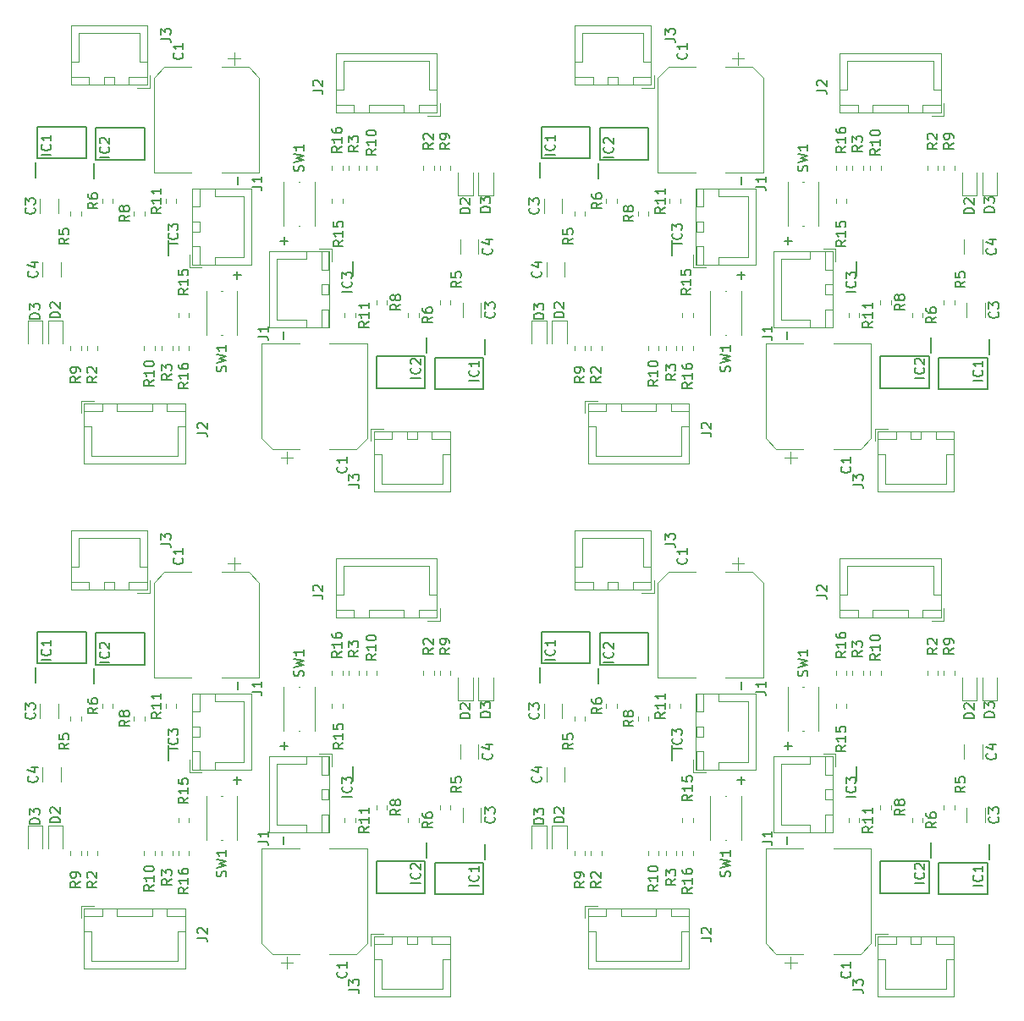
<source format=gto>
%TF.GenerationSoftware,KiCad,Pcbnew,(5.1.8)-1*%
%TF.CreationDate,2021-06-03T01:22:04+09:00*%
%TF.ProjectId,MiniMD,4d696e69-4d44-42e6-9b69-6361645f7063,rev?*%
%TF.SameCoordinates,Original*%
%TF.FileFunction,Legend,Top*%
%TF.FilePolarity,Positive*%
%FSLAX46Y46*%
G04 Gerber Fmt 4.6, Leading zero omitted, Abs format (unit mm)*
G04 Created by KiCad (PCBNEW (5.1.8)-1) date 2021-06-03 01:22:04*
%MOMM*%
%LPD*%
G01*
G04 APERTURE LIST*
%ADD10C,0.150000*%
%ADD11C,0.200000*%
%ADD12C,0.120000*%
%ADD13R,0.700000X1.525000*%
%ADD14R,0.450000X1.475000*%
%ADD15R,5.080000X3.000000*%
%ADD16O,2.000000X1.700000*%
%ADD17O,1.700000X1.950000*%
%ADD18O,1.700000X2.000000*%
%ADD19R,1.000000X0.900000*%
G04 APERTURE END LIST*
D10*
X174371047Y-85161428D02*
X175132952Y-85161428D01*
X174752000Y-85542380D02*
X174752000Y-84780476D01*
X179379571Y-90805047D02*
X179379571Y-91566952D01*
X174823428Y-76072952D02*
X174823428Y-75311047D01*
X179831952Y-81716571D02*
X179070047Y-81716571D01*
X179451000Y-81335619D02*
X179451000Y-82097523D01*
X230250952Y-81716571D02*
X229489047Y-81716571D01*
X229870000Y-81335619D02*
X229870000Y-82097523D01*
X225242428Y-76072952D02*
X225242428Y-75311047D01*
X229798571Y-90805047D02*
X229798571Y-91566952D01*
X224790047Y-85161428D02*
X225551952Y-85161428D01*
X225171000Y-85542380D02*
X225171000Y-84780476D01*
X229798571Y-141351047D02*
X229798571Y-142112952D01*
X230250952Y-132262571D02*
X229489047Y-132262571D01*
X229870000Y-131881619D02*
X229870000Y-132643523D01*
X224790047Y-135707428D02*
X225551952Y-135707428D01*
X225171000Y-136088380D02*
X225171000Y-135326476D01*
X225242428Y-126618952D02*
X225242428Y-125857047D01*
X179831952Y-132262571D02*
X179070047Y-132262571D01*
X179451000Y-131881619D02*
X179451000Y-132643523D01*
X179379571Y-141351047D02*
X179379571Y-142112952D01*
X174823428Y-126618952D02*
X174823428Y-125857047D01*
X174371047Y-135707428D02*
X175132952Y-135707428D01*
X174752000Y-136088380D02*
X174752000Y-135326476D01*
D11*
%TO.C,IC1*%
X154621000Y-125903000D02*
X154621000Y-124378000D01*
X159676000Y-124028000D02*
X154776000Y-124028000D01*
X159676000Y-120828000D02*
X159676000Y-124028000D01*
X154776000Y-120828000D02*
X159676000Y-120828000D01*
X154776000Y-124028000D02*
X154776000Y-120828000D01*
%TO.C,IC2*%
X160463000Y-126030000D02*
X160463000Y-124505000D01*
X165518000Y-124155000D02*
X160618000Y-124155000D01*
X165518000Y-120955000D02*
X165518000Y-124155000D01*
X160618000Y-120955000D02*
X165518000Y-120955000D01*
X160618000Y-124155000D02*
X160618000Y-120955000D01*
X193585000Y-143815000D02*
X193585000Y-147015000D01*
X193585000Y-147015000D02*
X188685000Y-147015000D01*
X188685000Y-147015000D02*
X188685000Y-143815000D01*
X188685000Y-143815000D02*
X193585000Y-143815000D01*
X193740000Y-141940000D02*
X193740000Y-143465000D01*
%TO.C,IC1*%
X199427000Y-143942000D02*
X199427000Y-147142000D01*
X199427000Y-147142000D02*
X194527000Y-147142000D01*
X194527000Y-147142000D02*
X194527000Y-143942000D01*
X194527000Y-143942000D02*
X199427000Y-143942000D01*
X199582000Y-142067000D02*
X199582000Y-143592000D01*
X205195000Y-124028000D02*
X205195000Y-120828000D01*
X205195000Y-120828000D02*
X210095000Y-120828000D01*
X210095000Y-120828000D02*
X210095000Y-124028000D01*
X210095000Y-124028000D02*
X205195000Y-124028000D01*
X205040000Y-125903000D02*
X205040000Y-124378000D01*
%TO.C,IC2*%
X211037000Y-124155000D02*
X211037000Y-120955000D01*
X211037000Y-120955000D02*
X215937000Y-120955000D01*
X215937000Y-120955000D02*
X215937000Y-124155000D01*
X215937000Y-124155000D02*
X211037000Y-124155000D01*
X210882000Y-126030000D02*
X210882000Y-124505000D01*
X244159000Y-141940000D02*
X244159000Y-143465000D01*
X239104000Y-143815000D02*
X244004000Y-143815000D01*
X239104000Y-147015000D02*
X239104000Y-143815000D01*
X244004000Y-147015000D02*
X239104000Y-147015000D01*
X244004000Y-143815000D02*
X244004000Y-147015000D01*
%TO.C,IC1*%
X250001000Y-142067000D02*
X250001000Y-143592000D01*
X244946000Y-143942000D02*
X249846000Y-143942000D01*
X244946000Y-147142000D02*
X244946000Y-143942000D01*
X249846000Y-147142000D02*
X244946000Y-147142000D01*
X249846000Y-143942000D02*
X249846000Y-147142000D01*
X249846000Y-93396000D02*
X249846000Y-96596000D01*
X249846000Y-96596000D02*
X244946000Y-96596000D01*
X244946000Y-96596000D02*
X244946000Y-93396000D01*
X244946000Y-93396000D02*
X249846000Y-93396000D01*
X250001000Y-91521000D02*
X250001000Y-93046000D01*
%TO.C,IC2*%
X244004000Y-93269000D02*
X244004000Y-96469000D01*
X244004000Y-96469000D02*
X239104000Y-96469000D01*
X239104000Y-96469000D02*
X239104000Y-93269000D01*
X239104000Y-93269000D02*
X244004000Y-93269000D01*
X244159000Y-91394000D02*
X244159000Y-92919000D01*
X210882000Y-75484000D02*
X210882000Y-73959000D01*
X215937000Y-73609000D02*
X211037000Y-73609000D01*
X215937000Y-70409000D02*
X215937000Y-73609000D01*
X211037000Y-70409000D02*
X215937000Y-70409000D01*
X211037000Y-73609000D02*
X211037000Y-70409000D01*
%TO.C,IC1*%
X205040000Y-75357000D02*
X205040000Y-73832000D01*
X210095000Y-73482000D02*
X205195000Y-73482000D01*
X210095000Y-70282000D02*
X210095000Y-73482000D01*
X205195000Y-70282000D02*
X210095000Y-70282000D01*
X205195000Y-73482000D02*
X205195000Y-70282000D01*
X199582000Y-91521000D02*
X199582000Y-93046000D01*
X194527000Y-93396000D02*
X199427000Y-93396000D01*
X194527000Y-96596000D02*
X194527000Y-93396000D01*
X199427000Y-96596000D02*
X194527000Y-96596000D01*
X199427000Y-93396000D02*
X199427000Y-96596000D01*
%TO.C,IC2*%
X193740000Y-91394000D02*
X193740000Y-92919000D01*
X188685000Y-93269000D02*
X193585000Y-93269000D01*
X188685000Y-96469000D02*
X188685000Y-93269000D01*
X193585000Y-96469000D02*
X188685000Y-96469000D01*
X193585000Y-93269000D02*
X193585000Y-96469000D01*
%TO.C,IC1*%
X154776000Y-73482000D02*
X154776000Y-70282000D01*
X154776000Y-70282000D02*
X159676000Y-70282000D01*
X159676000Y-70282000D02*
X159676000Y-73482000D01*
X159676000Y-73482000D02*
X154776000Y-73482000D01*
X154621000Y-75357000D02*
X154621000Y-73832000D01*
%TO.C,IC2*%
X160618000Y-73609000D02*
X160618000Y-70409000D01*
X160618000Y-70409000D02*
X165518000Y-70409000D01*
X165518000Y-70409000D02*
X165518000Y-73609000D01*
X165518000Y-73609000D02*
X160618000Y-73609000D01*
X160463000Y-75484000D02*
X160463000Y-73959000D01*
%TO.C,IC3*%
X167868000Y-132215000D02*
X167868000Y-133690000D01*
X186335000Y-135755000D02*
X186335000Y-134280000D01*
X218287000Y-132215000D02*
X218287000Y-133690000D01*
X236754000Y-135755000D02*
X236754000Y-134280000D01*
X236754000Y-85209000D02*
X236754000Y-83734000D01*
X218287000Y-81669000D02*
X218287000Y-83144000D01*
X186335000Y-85209000D02*
X186335000Y-83734000D01*
X167868000Y-81669000D02*
X167868000Y-83144000D01*
D12*
%TO.C,R9*%
X158100500Y-92218742D02*
X158100500Y-92693258D01*
X159145500Y-92218742D02*
X159145500Y-92693258D01*
%TO.C,C1*%
X175089000Y-63471000D02*
X173839000Y-63471000D01*
X174464000Y-62846000D02*
X174464000Y-64096000D01*
X167508437Y-64336000D02*
X166444000Y-65400437D01*
X175899563Y-64336000D02*
X176964000Y-65400437D01*
X175899563Y-64336000D02*
X173214000Y-64336000D01*
X167508437Y-64336000D02*
X170194000Y-64336000D01*
X166444000Y-65400437D02*
X166444000Y-74856000D01*
X176964000Y-65400437D02*
X176964000Y-74856000D01*
X176964000Y-74856000D02*
X173214000Y-74856000D01*
X166444000Y-74856000D02*
X170194000Y-74856000D01*
%TO.C,R8*%
X165495500Y-79231258D02*
X165495500Y-78756742D01*
X164450500Y-79231258D02*
X164450500Y-78756742D01*
%TO.C,J1*%
X169970000Y-84384000D02*
X171220000Y-84384000D01*
X169970000Y-83134000D02*
X169970000Y-84384000D01*
X175470000Y-77234000D02*
X175470000Y-80284000D01*
X172520000Y-77234000D02*
X175470000Y-77234000D01*
X172520000Y-76484000D02*
X172520000Y-77234000D01*
X175470000Y-83334000D02*
X175470000Y-80284000D01*
X172520000Y-83334000D02*
X175470000Y-83334000D01*
X172520000Y-84084000D02*
X172520000Y-83334000D01*
X170270000Y-76484000D02*
X170270000Y-78284000D01*
X171020000Y-76484000D02*
X170270000Y-76484000D01*
X171020000Y-78284000D02*
X171020000Y-76484000D01*
X170270000Y-78284000D02*
X171020000Y-78284000D01*
X170270000Y-82284000D02*
X170270000Y-84084000D01*
X171020000Y-82284000D02*
X170270000Y-82284000D01*
X171020000Y-84084000D02*
X171020000Y-82284000D01*
X170270000Y-84084000D02*
X171020000Y-84084000D01*
X170270000Y-79784000D02*
X170270000Y-80784000D01*
X171020000Y-79784000D02*
X170270000Y-79784000D01*
X171020000Y-80784000D02*
X171020000Y-79784000D01*
X170270000Y-80784000D02*
X171020000Y-80784000D01*
X170260000Y-76474000D02*
X170260000Y-84094000D01*
X176230000Y-76474000D02*
X170260000Y-76474000D01*
X176230000Y-84094000D02*
X176230000Y-76474000D01*
X170260000Y-84094000D02*
X176230000Y-84094000D01*
%TO.C,R15*%
X169940500Y-89391258D02*
X169940500Y-88916742D01*
X168895500Y-89391258D02*
X168895500Y-88916742D01*
%TO.C,J2*%
X159150000Y-97704000D02*
X159150000Y-98954000D01*
X160400000Y-97704000D02*
X159150000Y-97704000D01*
X168800000Y-103204000D02*
X164500000Y-103204000D01*
X168800000Y-100254000D02*
X168800000Y-103204000D01*
X169550000Y-100254000D02*
X168800000Y-100254000D01*
X160200000Y-103204000D02*
X164500000Y-103204000D01*
X160200000Y-100254000D02*
X160200000Y-103204000D01*
X159450000Y-100254000D02*
X160200000Y-100254000D01*
X169550000Y-98004000D02*
X167750000Y-98004000D01*
X169550000Y-98754000D02*
X169550000Y-98004000D01*
X167750000Y-98754000D02*
X169550000Y-98754000D01*
X167750000Y-98004000D02*
X167750000Y-98754000D01*
X161250000Y-98004000D02*
X159450000Y-98004000D01*
X161250000Y-98754000D02*
X161250000Y-98004000D01*
X159450000Y-98754000D02*
X161250000Y-98754000D01*
X159450000Y-98004000D02*
X159450000Y-98754000D01*
X166250000Y-98004000D02*
X162750000Y-98004000D01*
X166250000Y-98754000D02*
X166250000Y-98004000D01*
X162750000Y-98754000D02*
X166250000Y-98754000D01*
X162750000Y-98004000D02*
X162750000Y-98754000D01*
X169560000Y-97994000D02*
X159440000Y-97994000D01*
X169560000Y-103964000D02*
X169560000Y-97994000D01*
X159440000Y-103964000D02*
X169560000Y-103964000D01*
X159440000Y-97994000D02*
X159440000Y-103964000D01*
%TO.C,J3*%
X188448000Y-100791000D02*
X188448000Y-106761000D01*
X188448000Y-106761000D02*
X196068000Y-106761000D01*
X196068000Y-106761000D02*
X196068000Y-100791000D01*
X196068000Y-100791000D02*
X188448000Y-100791000D01*
X191758000Y-100801000D02*
X191758000Y-101551000D01*
X191758000Y-101551000D02*
X192758000Y-101551000D01*
X192758000Y-101551000D02*
X192758000Y-100801000D01*
X192758000Y-100801000D02*
X191758000Y-100801000D01*
X188458000Y-100801000D02*
X188458000Y-101551000D01*
X188458000Y-101551000D02*
X190258000Y-101551000D01*
X190258000Y-101551000D02*
X190258000Y-100801000D01*
X190258000Y-100801000D02*
X188458000Y-100801000D01*
X194258000Y-100801000D02*
X194258000Y-101551000D01*
X194258000Y-101551000D02*
X196058000Y-101551000D01*
X196058000Y-101551000D02*
X196058000Y-100801000D01*
X196058000Y-100801000D02*
X194258000Y-100801000D01*
X188458000Y-103051000D02*
X189208000Y-103051000D01*
X189208000Y-103051000D02*
X189208000Y-106001000D01*
X189208000Y-106001000D02*
X192258000Y-106001000D01*
X196058000Y-103051000D02*
X195308000Y-103051000D01*
X195308000Y-103051000D02*
X195308000Y-106001000D01*
X195308000Y-106001000D02*
X192258000Y-106001000D01*
X189408000Y-100501000D02*
X188158000Y-100501000D01*
X188158000Y-100501000D02*
X188158000Y-101751000D01*
X166045000Y-66377000D02*
X166045000Y-65127000D01*
X164795000Y-66377000D02*
X166045000Y-66377000D01*
X158895000Y-60877000D02*
X161945000Y-60877000D01*
X158895000Y-63827000D02*
X158895000Y-60877000D01*
X158145000Y-63827000D02*
X158895000Y-63827000D01*
X164995000Y-60877000D02*
X161945000Y-60877000D01*
X164995000Y-63827000D02*
X164995000Y-60877000D01*
X165745000Y-63827000D02*
X164995000Y-63827000D01*
X158145000Y-66077000D02*
X159945000Y-66077000D01*
X158145000Y-65327000D02*
X158145000Y-66077000D01*
X159945000Y-65327000D02*
X158145000Y-65327000D01*
X159945000Y-66077000D02*
X159945000Y-65327000D01*
X163945000Y-66077000D02*
X165745000Y-66077000D01*
X163945000Y-65327000D02*
X163945000Y-66077000D01*
X165745000Y-65327000D02*
X163945000Y-65327000D01*
X165745000Y-66077000D02*
X165745000Y-65327000D01*
X161445000Y-66077000D02*
X162445000Y-66077000D01*
X161445000Y-65327000D02*
X161445000Y-66077000D01*
X162445000Y-65327000D02*
X161445000Y-65327000D01*
X162445000Y-66077000D02*
X162445000Y-65327000D01*
X158135000Y-66087000D02*
X165755000Y-66087000D01*
X158135000Y-60117000D02*
X158135000Y-66087000D01*
X165755000Y-60117000D02*
X158135000Y-60117000D01*
X165755000Y-66087000D02*
X165755000Y-60117000D01*
%TO.C,D2*%
X155856000Y-89701000D02*
X155856000Y-91986000D01*
X157326000Y-89701000D02*
X155856000Y-89701000D01*
X157326000Y-91986000D02*
X157326000Y-89701000D01*
%TO.C,R5*%
X159145500Y-79231258D02*
X159145500Y-78756742D01*
X158100500Y-79231258D02*
X158100500Y-78756742D01*
%TO.C,R3*%
X186958500Y-74184742D02*
X186958500Y-74659258D01*
X185913500Y-74184742D02*
X185913500Y-74659258D01*
%TO.C,R15*%
X185307500Y-77486742D02*
X185307500Y-77961258D01*
X184262500Y-77486742D02*
X184262500Y-77961258D01*
%TO.C,R16*%
X184262500Y-74659258D02*
X184262500Y-74184742D01*
X185307500Y-74659258D02*
X185307500Y-74184742D01*
X168895500Y-92218742D02*
X168895500Y-92693258D01*
X169940500Y-92218742D02*
X169940500Y-92693258D01*
%TO.C,R10*%
X165466500Y-92218742D02*
X165466500Y-92693258D01*
X166511500Y-92218742D02*
X166511500Y-92693258D01*
%TO.C,C3*%
X156866000Y-78943252D02*
X156866000Y-77520748D01*
X155046000Y-78943252D02*
X155046000Y-77520748D01*
%TO.C,D3*%
X153824000Y-89701000D02*
X153824000Y-91986000D01*
X155294000Y-89701000D02*
X153824000Y-89701000D01*
X155294000Y-91986000D02*
X155294000Y-89701000D01*
%TO.C,R11*%
X168670500Y-77961258D02*
X168670500Y-77486742D01*
X167625500Y-77961258D02*
X167625500Y-77486742D01*
%TO.C,R2*%
X159751500Y-92218742D02*
X159751500Y-92693258D01*
X160796500Y-92218742D02*
X160796500Y-92693258D01*
%TO.C,C4*%
X157120000Y-85293252D02*
X157120000Y-83870748D01*
X155300000Y-85293252D02*
X155300000Y-83870748D01*
%TO.C,R6*%
X162320500Y-77961258D02*
X162320500Y-77486742D01*
X161275500Y-77961258D02*
X161275500Y-77486742D01*
%TO.C,R5*%
X196102500Y-87646742D02*
X196102500Y-88121258D01*
X195057500Y-87646742D02*
X195057500Y-88121258D01*
%TO.C,R8*%
X189752500Y-87646742D02*
X189752500Y-88121258D01*
X188707500Y-87646742D02*
X188707500Y-88121258D01*
%TO.C,C3*%
X199157000Y-87934748D02*
X199157000Y-89357252D01*
X197337000Y-87934748D02*
X197337000Y-89357252D01*
%TO.C,R2*%
X193406500Y-74659258D02*
X193406500Y-74184742D01*
X194451500Y-74659258D02*
X194451500Y-74184742D01*
%TO.C,R11*%
X186577500Y-88916742D02*
X186577500Y-89391258D01*
X185532500Y-88916742D02*
X185532500Y-89391258D01*
%TO.C,C4*%
X198903000Y-81584748D02*
X198903000Y-83007252D01*
X197083000Y-81584748D02*
X197083000Y-83007252D01*
%TO.C,SW1*%
X181025000Y-75778000D02*
X180925000Y-75778000D01*
X182525000Y-80178000D02*
X182525000Y-75778000D01*
X179425000Y-75778000D02*
X179425000Y-80178000D01*
X181025000Y-80178000D02*
X180925000Y-80178000D01*
%TO.C,R3*%
X168289500Y-92693258D02*
X168289500Y-92218742D01*
X167244500Y-92693258D02*
X167244500Y-92218742D01*
%TO.C,SW1*%
X173178000Y-86700000D02*
X173278000Y-86700000D01*
X174778000Y-91100000D02*
X174778000Y-86700000D01*
X171678000Y-86700000D02*
X171678000Y-91100000D01*
X173178000Y-91100000D02*
X173278000Y-91100000D01*
%TO.C,J1*%
X183943000Y-82784000D02*
X177973000Y-82784000D01*
X177973000Y-82784000D02*
X177973000Y-90404000D01*
X177973000Y-90404000D02*
X183943000Y-90404000D01*
X183943000Y-90404000D02*
X183943000Y-82784000D01*
X183933000Y-86094000D02*
X183183000Y-86094000D01*
X183183000Y-86094000D02*
X183183000Y-87094000D01*
X183183000Y-87094000D02*
X183933000Y-87094000D01*
X183933000Y-87094000D02*
X183933000Y-86094000D01*
X183933000Y-82794000D02*
X183183000Y-82794000D01*
X183183000Y-82794000D02*
X183183000Y-84594000D01*
X183183000Y-84594000D02*
X183933000Y-84594000D01*
X183933000Y-84594000D02*
X183933000Y-82794000D01*
X183933000Y-88594000D02*
X183183000Y-88594000D01*
X183183000Y-88594000D02*
X183183000Y-90394000D01*
X183183000Y-90394000D02*
X183933000Y-90394000D01*
X183933000Y-90394000D02*
X183933000Y-88594000D01*
X181683000Y-82794000D02*
X181683000Y-83544000D01*
X181683000Y-83544000D02*
X178733000Y-83544000D01*
X178733000Y-83544000D02*
X178733000Y-86594000D01*
X181683000Y-90394000D02*
X181683000Y-89644000D01*
X181683000Y-89644000D02*
X178733000Y-89644000D01*
X178733000Y-89644000D02*
X178733000Y-86594000D01*
X184233000Y-83744000D02*
X184233000Y-82494000D01*
X184233000Y-82494000D02*
X182983000Y-82494000D01*
%TO.C,D3*%
X198909000Y-74892000D02*
X198909000Y-77177000D01*
X198909000Y-77177000D02*
X200379000Y-77177000D01*
X200379000Y-77177000D02*
X200379000Y-74892000D01*
%TO.C,J2*%
X194763000Y-68884000D02*
X194763000Y-62914000D01*
X194763000Y-62914000D02*
X184643000Y-62914000D01*
X184643000Y-62914000D02*
X184643000Y-68884000D01*
X184643000Y-68884000D02*
X194763000Y-68884000D01*
X191453000Y-68874000D02*
X191453000Y-68124000D01*
X191453000Y-68124000D02*
X187953000Y-68124000D01*
X187953000Y-68124000D02*
X187953000Y-68874000D01*
X187953000Y-68874000D02*
X191453000Y-68874000D01*
X194753000Y-68874000D02*
X194753000Y-68124000D01*
X194753000Y-68124000D02*
X192953000Y-68124000D01*
X192953000Y-68124000D02*
X192953000Y-68874000D01*
X192953000Y-68874000D02*
X194753000Y-68874000D01*
X186453000Y-68874000D02*
X186453000Y-68124000D01*
X186453000Y-68124000D02*
X184653000Y-68124000D01*
X184653000Y-68124000D02*
X184653000Y-68874000D01*
X184653000Y-68874000D02*
X186453000Y-68874000D01*
X194753000Y-66624000D02*
X194003000Y-66624000D01*
X194003000Y-66624000D02*
X194003000Y-63674000D01*
X194003000Y-63674000D02*
X189703000Y-63674000D01*
X184653000Y-66624000D02*
X185403000Y-66624000D01*
X185403000Y-66624000D02*
X185403000Y-63674000D01*
X185403000Y-63674000D02*
X189703000Y-63674000D01*
X193803000Y-69174000D02*
X195053000Y-69174000D01*
X195053000Y-69174000D02*
X195053000Y-67924000D01*
%TO.C,R9*%
X195057500Y-74659258D02*
X195057500Y-74184742D01*
X196102500Y-74659258D02*
X196102500Y-74184742D01*
%TO.C,R6*%
X192927500Y-88916742D02*
X192927500Y-89391258D01*
X191882500Y-88916742D02*
X191882500Y-89391258D01*
%TO.C,D2*%
X196877000Y-74892000D02*
X196877000Y-77177000D01*
X196877000Y-77177000D02*
X198347000Y-77177000D01*
X198347000Y-77177000D02*
X198347000Y-74892000D01*
%TO.C,C1*%
X187759000Y-92022000D02*
X184009000Y-92022000D01*
X177239000Y-92022000D02*
X180989000Y-92022000D01*
X177239000Y-101477563D02*
X177239000Y-92022000D01*
X187759000Y-101477563D02*
X187759000Y-92022000D01*
X186694563Y-102542000D02*
X184009000Y-102542000D01*
X178303437Y-102542000D02*
X180989000Y-102542000D01*
X178303437Y-102542000D02*
X177239000Y-101477563D01*
X186694563Y-102542000D02*
X187759000Y-101477563D01*
X179739000Y-104032000D02*
X179739000Y-102782000D01*
X179114000Y-103407000D02*
X180364000Y-103407000D01*
%TO.C,R10*%
X187691500Y-74659258D02*
X187691500Y-74184742D01*
X188736500Y-74659258D02*
X188736500Y-74184742D01*
%TO.C,R9*%
X209564500Y-92218742D02*
X209564500Y-92693258D01*
X208519500Y-92218742D02*
X208519500Y-92693258D01*
%TO.C,C1*%
X216863000Y-74856000D02*
X220613000Y-74856000D01*
X227383000Y-74856000D02*
X223633000Y-74856000D01*
X227383000Y-65400437D02*
X227383000Y-74856000D01*
X216863000Y-65400437D02*
X216863000Y-74856000D01*
X217927437Y-64336000D02*
X220613000Y-64336000D01*
X226318563Y-64336000D02*
X223633000Y-64336000D01*
X226318563Y-64336000D02*
X227383000Y-65400437D01*
X217927437Y-64336000D02*
X216863000Y-65400437D01*
X224883000Y-62846000D02*
X224883000Y-64096000D01*
X225508000Y-63471000D02*
X224258000Y-63471000D01*
%TO.C,R5*%
X208519500Y-79231258D02*
X208519500Y-78756742D01*
X209564500Y-79231258D02*
X209564500Y-78756742D01*
%TO.C,J1*%
X220679000Y-84094000D02*
X226649000Y-84094000D01*
X226649000Y-84094000D02*
X226649000Y-76474000D01*
X226649000Y-76474000D02*
X220679000Y-76474000D01*
X220679000Y-76474000D02*
X220679000Y-84094000D01*
X220689000Y-80784000D02*
X221439000Y-80784000D01*
X221439000Y-80784000D02*
X221439000Y-79784000D01*
X221439000Y-79784000D02*
X220689000Y-79784000D01*
X220689000Y-79784000D02*
X220689000Y-80784000D01*
X220689000Y-84084000D02*
X221439000Y-84084000D01*
X221439000Y-84084000D02*
X221439000Y-82284000D01*
X221439000Y-82284000D02*
X220689000Y-82284000D01*
X220689000Y-82284000D02*
X220689000Y-84084000D01*
X220689000Y-78284000D02*
X221439000Y-78284000D01*
X221439000Y-78284000D02*
X221439000Y-76484000D01*
X221439000Y-76484000D02*
X220689000Y-76484000D01*
X220689000Y-76484000D02*
X220689000Y-78284000D01*
X222939000Y-84084000D02*
X222939000Y-83334000D01*
X222939000Y-83334000D02*
X225889000Y-83334000D01*
X225889000Y-83334000D02*
X225889000Y-80284000D01*
X222939000Y-76484000D02*
X222939000Y-77234000D01*
X222939000Y-77234000D02*
X225889000Y-77234000D01*
X225889000Y-77234000D02*
X225889000Y-80284000D01*
X220389000Y-83134000D02*
X220389000Y-84384000D01*
X220389000Y-84384000D02*
X221639000Y-84384000D01*
%TO.C,J3*%
X216174000Y-66087000D02*
X216174000Y-60117000D01*
X216174000Y-60117000D02*
X208554000Y-60117000D01*
X208554000Y-60117000D02*
X208554000Y-66087000D01*
X208554000Y-66087000D02*
X216174000Y-66087000D01*
X212864000Y-66077000D02*
X212864000Y-65327000D01*
X212864000Y-65327000D02*
X211864000Y-65327000D01*
X211864000Y-65327000D02*
X211864000Y-66077000D01*
X211864000Y-66077000D02*
X212864000Y-66077000D01*
X216164000Y-66077000D02*
X216164000Y-65327000D01*
X216164000Y-65327000D02*
X214364000Y-65327000D01*
X214364000Y-65327000D02*
X214364000Y-66077000D01*
X214364000Y-66077000D02*
X216164000Y-66077000D01*
X210364000Y-66077000D02*
X210364000Y-65327000D01*
X210364000Y-65327000D02*
X208564000Y-65327000D01*
X208564000Y-65327000D02*
X208564000Y-66077000D01*
X208564000Y-66077000D02*
X210364000Y-66077000D01*
X216164000Y-63827000D02*
X215414000Y-63827000D01*
X215414000Y-63827000D02*
X215414000Y-60877000D01*
X215414000Y-60877000D02*
X212364000Y-60877000D01*
X208564000Y-63827000D02*
X209314000Y-63827000D01*
X209314000Y-63827000D02*
X209314000Y-60877000D01*
X209314000Y-60877000D02*
X212364000Y-60877000D01*
X215214000Y-66377000D02*
X216464000Y-66377000D01*
X216464000Y-66377000D02*
X216464000Y-65127000D01*
%TO.C,R15*%
X219314500Y-89391258D02*
X219314500Y-88916742D01*
X220359500Y-89391258D02*
X220359500Y-88916742D01*
%TO.C,R16*%
X220359500Y-92218742D02*
X220359500Y-92693258D01*
X219314500Y-92218742D02*
X219314500Y-92693258D01*
%TO.C,R8*%
X214869500Y-79231258D02*
X214869500Y-78756742D01*
X215914500Y-79231258D02*
X215914500Y-78756742D01*
%TO.C,C3*%
X205465000Y-78943252D02*
X205465000Y-77520748D01*
X207285000Y-78943252D02*
X207285000Y-77520748D01*
%TO.C,R10*%
X216930500Y-92218742D02*
X216930500Y-92693258D01*
X215885500Y-92218742D02*
X215885500Y-92693258D01*
%TO.C,C4*%
X205719000Y-85293252D02*
X205719000Y-83870748D01*
X207539000Y-85293252D02*
X207539000Y-83870748D01*
%TO.C,R6*%
X211694500Y-77961258D02*
X211694500Y-77486742D01*
X212739500Y-77961258D02*
X212739500Y-77486742D01*
%TO.C,J2*%
X209859000Y-97994000D02*
X209859000Y-103964000D01*
X209859000Y-103964000D02*
X219979000Y-103964000D01*
X219979000Y-103964000D02*
X219979000Y-97994000D01*
X219979000Y-97994000D02*
X209859000Y-97994000D01*
X213169000Y-98004000D02*
X213169000Y-98754000D01*
X213169000Y-98754000D02*
X216669000Y-98754000D01*
X216669000Y-98754000D02*
X216669000Y-98004000D01*
X216669000Y-98004000D02*
X213169000Y-98004000D01*
X209869000Y-98004000D02*
X209869000Y-98754000D01*
X209869000Y-98754000D02*
X211669000Y-98754000D01*
X211669000Y-98754000D02*
X211669000Y-98004000D01*
X211669000Y-98004000D02*
X209869000Y-98004000D01*
X218169000Y-98004000D02*
X218169000Y-98754000D01*
X218169000Y-98754000D02*
X219969000Y-98754000D01*
X219969000Y-98754000D02*
X219969000Y-98004000D01*
X219969000Y-98004000D02*
X218169000Y-98004000D01*
X209869000Y-100254000D02*
X210619000Y-100254000D01*
X210619000Y-100254000D02*
X210619000Y-103204000D01*
X210619000Y-103204000D02*
X214919000Y-103204000D01*
X219969000Y-100254000D02*
X219219000Y-100254000D01*
X219219000Y-100254000D02*
X219219000Y-103204000D01*
X219219000Y-103204000D02*
X214919000Y-103204000D01*
X210819000Y-97704000D02*
X209569000Y-97704000D01*
X209569000Y-97704000D02*
X209569000Y-98954000D01*
%TO.C,R11*%
X218044500Y-77961258D02*
X218044500Y-77486742D01*
X219089500Y-77961258D02*
X219089500Y-77486742D01*
%TO.C,D2*%
X207745000Y-91986000D02*
X207745000Y-89701000D01*
X207745000Y-89701000D02*
X206275000Y-89701000D01*
X206275000Y-89701000D02*
X206275000Y-91986000D01*
%TO.C,R2*%
X211215500Y-92218742D02*
X211215500Y-92693258D01*
X210170500Y-92218742D02*
X210170500Y-92693258D01*
%TO.C,D3*%
X205713000Y-91986000D02*
X205713000Y-89701000D01*
X205713000Y-89701000D02*
X204243000Y-89701000D01*
X204243000Y-89701000D02*
X204243000Y-91986000D01*
%TO.C,R15*%
X234681500Y-77486742D02*
X234681500Y-77961258D01*
X235726500Y-77486742D02*
X235726500Y-77961258D01*
%TO.C,R16*%
X235726500Y-74659258D02*
X235726500Y-74184742D01*
X234681500Y-74659258D02*
X234681500Y-74184742D01*
%TO.C,R3*%
X236332500Y-74184742D02*
X236332500Y-74659258D01*
X237377500Y-74184742D02*
X237377500Y-74659258D01*
%TO.C,J3*%
X238577000Y-100501000D02*
X238577000Y-101751000D01*
X239827000Y-100501000D02*
X238577000Y-100501000D01*
X245727000Y-106001000D02*
X242677000Y-106001000D01*
X245727000Y-103051000D02*
X245727000Y-106001000D01*
X246477000Y-103051000D02*
X245727000Y-103051000D01*
X239627000Y-106001000D02*
X242677000Y-106001000D01*
X239627000Y-103051000D02*
X239627000Y-106001000D01*
X238877000Y-103051000D02*
X239627000Y-103051000D01*
X246477000Y-100801000D02*
X244677000Y-100801000D01*
X246477000Y-101551000D02*
X246477000Y-100801000D01*
X244677000Y-101551000D02*
X246477000Y-101551000D01*
X244677000Y-100801000D02*
X244677000Y-101551000D01*
X240677000Y-100801000D02*
X238877000Y-100801000D01*
X240677000Y-101551000D02*
X240677000Y-100801000D01*
X238877000Y-101551000D02*
X240677000Y-101551000D01*
X238877000Y-100801000D02*
X238877000Y-101551000D01*
X243177000Y-100801000D02*
X242177000Y-100801000D01*
X243177000Y-101551000D02*
X243177000Y-100801000D01*
X242177000Y-101551000D02*
X243177000Y-101551000D01*
X242177000Y-100801000D02*
X242177000Y-101551000D01*
X246487000Y-100791000D02*
X238867000Y-100791000D01*
X246487000Y-106761000D02*
X246487000Y-100791000D01*
X238867000Y-106761000D02*
X246487000Y-106761000D01*
X238867000Y-100791000D02*
X238867000Y-106761000D01*
%TO.C,R8*%
X239126500Y-87646742D02*
X239126500Y-88121258D01*
X240171500Y-87646742D02*
X240171500Y-88121258D01*
%TO.C,R5*%
X245476500Y-87646742D02*
X245476500Y-88121258D01*
X246521500Y-87646742D02*
X246521500Y-88121258D01*
%TO.C,R11*%
X235951500Y-88916742D02*
X235951500Y-89391258D01*
X236996500Y-88916742D02*
X236996500Y-89391258D01*
%TO.C,C4*%
X247502000Y-81584748D02*
X247502000Y-83007252D01*
X249322000Y-81584748D02*
X249322000Y-83007252D01*
%TO.C,SW1*%
X231444000Y-80178000D02*
X231344000Y-80178000D01*
X229844000Y-75778000D02*
X229844000Y-80178000D01*
X232944000Y-80178000D02*
X232944000Y-75778000D01*
X231444000Y-75778000D02*
X231344000Y-75778000D01*
%TO.C,R3*%
X217663500Y-92693258D02*
X217663500Y-92218742D01*
X218708500Y-92693258D02*
X218708500Y-92218742D01*
%TO.C,SW1*%
X223597000Y-91100000D02*
X223697000Y-91100000D01*
X222097000Y-86700000D02*
X222097000Y-91100000D01*
X225197000Y-91100000D02*
X225197000Y-86700000D01*
X223597000Y-86700000D02*
X223697000Y-86700000D01*
%TO.C,R2*%
X244870500Y-74659258D02*
X244870500Y-74184742D01*
X243825500Y-74659258D02*
X243825500Y-74184742D01*
%TO.C,C3*%
X247756000Y-87934748D02*
X247756000Y-89357252D01*
X249576000Y-87934748D02*
X249576000Y-89357252D01*
%TO.C,J1*%
X234652000Y-82494000D02*
X233402000Y-82494000D01*
X234652000Y-83744000D02*
X234652000Y-82494000D01*
X229152000Y-89644000D02*
X229152000Y-86594000D01*
X232102000Y-89644000D02*
X229152000Y-89644000D01*
X232102000Y-90394000D02*
X232102000Y-89644000D01*
X229152000Y-83544000D02*
X229152000Y-86594000D01*
X232102000Y-83544000D02*
X229152000Y-83544000D01*
X232102000Y-82794000D02*
X232102000Y-83544000D01*
X234352000Y-90394000D02*
X234352000Y-88594000D01*
X233602000Y-90394000D02*
X234352000Y-90394000D01*
X233602000Y-88594000D02*
X233602000Y-90394000D01*
X234352000Y-88594000D02*
X233602000Y-88594000D01*
X234352000Y-84594000D02*
X234352000Y-82794000D01*
X233602000Y-84594000D02*
X234352000Y-84594000D01*
X233602000Y-82794000D02*
X233602000Y-84594000D01*
X234352000Y-82794000D02*
X233602000Y-82794000D01*
X234352000Y-87094000D02*
X234352000Y-86094000D01*
X233602000Y-87094000D02*
X234352000Y-87094000D01*
X233602000Y-86094000D02*
X233602000Y-87094000D01*
X234352000Y-86094000D02*
X233602000Y-86094000D01*
X234362000Y-90404000D02*
X234362000Y-82784000D01*
X228392000Y-90404000D02*
X234362000Y-90404000D01*
X228392000Y-82784000D02*
X228392000Y-90404000D01*
X234362000Y-82784000D02*
X228392000Y-82784000D01*
%TO.C,R10*%
X239155500Y-74659258D02*
X239155500Y-74184742D01*
X238110500Y-74659258D02*
X238110500Y-74184742D01*
%TO.C,C1*%
X229533000Y-103407000D02*
X230783000Y-103407000D01*
X230158000Y-104032000D02*
X230158000Y-102782000D01*
X237113563Y-102542000D02*
X238178000Y-101477563D01*
X228722437Y-102542000D02*
X227658000Y-101477563D01*
X228722437Y-102542000D02*
X231408000Y-102542000D01*
X237113563Y-102542000D02*
X234428000Y-102542000D01*
X238178000Y-101477563D02*
X238178000Y-92022000D01*
X227658000Y-101477563D02*
X227658000Y-92022000D01*
X227658000Y-92022000D02*
X231408000Y-92022000D01*
X238178000Y-92022000D02*
X234428000Y-92022000D01*
%TO.C,D3*%
X250798000Y-77177000D02*
X250798000Y-74892000D01*
X249328000Y-77177000D02*
X250798000Y-77177000D01*
X249328000Y-74892000D02*
X249328000Y-77177000D01*
%TO.C,R9*%
X246521500Y-74659258D02*
X246521500Y-74184742D01*
X245476500Y-74659258D02*
X245476500Y-74184742D01*
%TO.C,R6*%
X242301500Y-88916742D02*
X242301500Y-89391258D01*
X243346500Y-88916742D02*
X243346500Y-89391258D01*
%TO.C,J2*%
X245472000Y-69174000D02*
X245472000Y-67924000D01*
X244222000Y-69174000D02*
X245472000Y-69174000D01*
X235822000Y-63674000D02*
X240122000Y-63674000D01*
X235822000Y-66624000D02*
X235822000Y-63674000D01*
X235072000Y-66624000D02*
X235822000Y-66624000D01*
X244422000Y-63674000D02*
X240122000Y-63674000D01*
X244422000Y-66624000D02*
X244422000Y-63674000D01*
X245172000Y-66624000D02*
X244422000Y-66624000D01*
X235072000Y-68874000D02*
X236872000Y-68874000D01*
X235072000Y-68124000D02*
X235072000Y-68874000D01*
X236872000Y-68124000D02*
X235072000Y-68124000D01*
X236872000Y-68874000D02*
X236872000Y-68124000D01*
X243372000Y-68874000D02*
X245172000Y-68874000D01*
X243372000Y-68124000D02*
X243372000Y-68874000D01*
X245172000Y-68124000D02*
X243372000Y-68124000D01*
X245172000Y-68874000D02*
X245172000Y-68124000D01*
X238372000Y-68874000D02*
X241872000Y-68874000D01*
X238372000Y-68124000D02*
X238372000Y-68874000D01*
X241872000Y-68124000D02*
X238372000Y-68124000D01*
X241872000Y-68874000D02*
X241872000Y-68124000D01*
X235062000Y-68884000D02*
X245182000Y-68884000D01*
X235062000Y-62914000D02*
X235062000Y-68884000D01*
X245182000Y-62914000D02*
X235062000Y-62914000D01*
X245182000Y-68884000D02*
X245182000Y-62914000D01*
%TO.C,D2*%
X248766000Y-77177000D02*
X248766000Y-74892000D01*
X247296000Y-77177000D02*
X248766000Y-77177000D01*
X247296000Y-74892000D02*
X247296000Y-77177000D01*
%TO.C,J2*%
X209569000Y-148250000D02*
X209569000Y-149500000D01*
X210819000Y-148250000D02*
X209569000Y-148250000D01*
X219219000Y-153750000D02*
X214919000Y-153750000D01*
X219219000Y-150800000D02*
X219219000Y-153750000D01*
X219969000Y-150800000D02*
X219219000Y-150800000D01*
X210619000Y-153750000D02*
X214919000Y-153750000D01*
X210619000Y-150800000D02*
X210619000Y-153750000D01*
X209869000Y-150800000D02*
X210619000Y-150800000D01*
X219969000Y-148550000D02*
X218169000Y-148550000D01*
X219969000Y-149300000D02*
X219969000Y-148550000D01*
X218169000Y-149300000D02*
X219969000Y-149300000D01*
X218169000Y-148550000D02*
X218169000Y-149300000D01*
X211669000Y-148550000D02*
X209869000Y-148550000D01*
X211669000Y-149300000D02*
X211669000Y-148550000D01*
X209869000Y-149300000D02*
X211669000Y-149300000D01*
X209869000Y-148550000D02*
X209869000Y-149300000D01*
X216669000Y-148550000D02*
X213169000Y-148550000D01*
X216669000Y-149300000D02*
X216669000Y-148550000D01*
X213169000Y-149300000D02*
X216669000Y-149300000D01*
X213169000Y-148550000D02*
X213169000Y-149300000D01*
X219979000Y-148540000D02*
X209859000Y-148540000D01*
X219979000Y-154510000D02*
X219979000Y-148540000D01*
X209859000Y-154510000D02*
X219979000Y-154510000D01*
X209859000Y-148540000D02*
X209859000Y-154510000D01*
%TO.C,J1*%
X220389000Y-134930000D02*
X221639000Y-134930000D01*
X220389000Y-133680000D02*
X220389000Y-134930000D01*
X225889000Y-127780000D02*
X225889000Y-130830000D01*
X222939000Y-127780000D02*
X225889000Y-127780000D01*
X222939000Y-127030000D02*
X222939000Y-127780000D01*
X225889000Y-133880000D02*
X225889000Y-130830000D01*
X222939000Y-133880000D02*
X225889000Y-133880000D01*
X222939000Y-134630000D02*
X222939000Y-133880000D01*
X220689000Y-127030000D02*
X220689000Y-128830000D01*
X221439000Y-127030000D02*
X220689000Y-127030000D01*
X221439000Y-128830000D02*
X221439000Y-127030000D01*
X220689000Y-128830000D02*
X221439000Y-128830000D01*
X220689000Y-132830000D02*
X220689000Y-134630000D01*
X221439000Y-132830000D02*
X220689000Y-132830000D01*
X221439000Y-134630000D02*
X221439000Y-132830000D01*
X220689000Y-134630000D02*
X221439000Y-134630000D01*
X220689000Y-130330000D02*
X220689000Y-131330000D01*
X221439000Y-130330000D02*
X220689000Y-130330000D01*
X221439000Y-131330000D02*
X221439000Y-130330000D01*
X220689000Y-131330000D02*
X221439000Y-131330000D01*
X220679000Y-127020000D02*
X220679000Y-134640000D01*
X226649000Y-127020000D02*
X220679000Y-127020000D01*
X226649000Y-134640000D02*
X226649000Y-127020000D01*
X220679000Y-134640000D02*
X226649000Y-134640000D01*
%TO.C,R9*%
X208519500Y-142764742D02*
X208519500Y-143239258D01*
X209564500Y-142764742D02*
X209564500Y-143239258D01*
%TO.C,R6*%
X212739500Y-128507258D02*
X212739500Y-128032742D01*
X211694500Y-128507258D02*
X211694500Y-128032742D01*
%TO.C,D2*%
X206275000Y-140247000D02*
X206275000Y-142532000D01*
X207745000Y-140247000D02*
X206275000Y-140247000D01*
X207745000Y-142532000D02*
X207745000Y-140247000D01*
%TO.C,C1*%
X225508000Y-114017000D02*
X224258000Y-114017000D01*
X224883000Y-113392000D02*
X224883000Y-114642000D01*
X217927437Y-114882000D02*
X216863000Y-115946437D01*
X226318563Y-114882000D02*
X227383000Y-115946437D01*
X226318563Y-114882000D02*
X223633000Y-114882000D01*
X217927437Y-114882000D02*
X220613000Y-114882000D01*
X216863000Y-115946437D02*
X216863000Y-125402000D01*
X227383000Y-115946437D02*
X227383000Y-125402000D01*
X227383000Y-125402000D02*
X223633000Y-125402000D01*
X216863000Y-125402000D02*
X220613000Y-125402000D01*
%TO.C,C4*%
X207539000Y-135839252D02*
X207539000Y-134416748D01*
X205719000Y-135839252D02*
X205719000Y-134416748D01*
%TO.C,R8*%
X215914500Y-129777258D02*
X215914500Y-129302742D01*
X214869500Y-129777258D02*
X214869500Y-129302742D01*
%TO.C,C3*%
X207285000Y-129489252D02*
X207285000Y-128066748D01*
X205465000Y-129489252D02*
X205465000Y-128066748D01*
%TO.C,J3*%
X216464000Y-116923000D02*
X216464000Y-115673000D01*
X215214000Y-116923000D02*
X216464000Y-116923000D01*
X209314000Y-111423000D02*
X212364000Y-111423000D01*
X209314000Y-114373000D02*
X209314000Y-111423000D01*
X208564000Y-114373000D02*
X209314000Y-114373000D01*
X215414000Y-111423000D02*
X212364000Y-111423000D01*
X215414000Y-114373000D02*
X215414000Y-111423000D01*
X216164000Y-114373000D02*
X215414000Y-114373000D01*
X208564000Y-116623000D02*
X210364000Y-116623000D01*
X208564000Y-115873000D02*
X208564000Y-116623000D01*
X210364000Y-115873000D02*
X208564000Y-115873000D01*
X210364000Y-116623000D02*
X210364000Y-115873000D01*
X214364000Y-116623000D02*
X216164000Y-116623000D01*
X214364000Y-115873000D02*
X214364000Y-116623000D01*
X216164000Y-115873000D02*
X214364000Y-115873000D01*
X216164000Y-116623000D02*
X216164000Y-115873000D01*
X211864000Y-116623000D02*
X212864000Y-116623000D01*
X211864000Y-115873000D02*
X211864000Y-116623000D01*
X212864000Y-115873000D02*
X211864000Y-115873000D01*
X212864000Y-116623000D02*
X212864000Y-115873000D01*
X208554000Y-116633000D02*
X216174000Y-116633000D01*
X208554000Y-110663000D02*
X208554000Y-116633000D01*
X216174000Y-110663000D02*
X208554000Y-110663000D01*
X216174000Y-116633000D02*
X216174000Y-110663000D01*
%TO.C,R5*%
X209564500Y-129777258D02*
X209564500Y-129302742D01*
X208519500Y-129777258D02*
X208519500Y-129302742D01*
%TO.C,R10*%
X215885500Y-142764742D02*
X215885500Y-143239258D01*
X216930500Y-142764742D02*
X216930500Y-143239258D01*
%TO.C,R11*%
X219089500Y-128507258D02*
X219089500Y-128032742D01*
X218044500Y-128507258D02*
X218044500Y-128032742D01*
%TO.C,R2*%
X210170500Y-142764742D02*
X210170500Y-143239258D01*
X211215500Y-142764742D02*
X211215500Y-143239258D01*
%TO.C,R16*%
X219314500Y-142764742D02*
X219314500Y-143239258D01*
X220359500Y-142764742D02*
X220359500Y-143239258D01*
%TO.C,R15*%
X220359500Y-139937258D02*
X220359500Y-139462742D01*
X219314500Y-139937258D02*
X219314500Y-139462742D01*
%TO.C,D3*%
X204243000Y-140247000D02*
X204243000Y-142532000D01*
X205713000Y-140247000D02*
X204243000Y-140247000D01*
X205713000Y-142532000D02*
X205713000Y-140247000D01*
%TO.C,R3*%
X218708500Y-143239258D02*
X218708500Y-142764742D01*
X217663500Y-143239258D02*
X217663500Y-142764742D01*
%TO.C,SW1*%
X223597000Y-137246000D02*
X223697000Y-137246000D01*
X225197000Y-141646000D02*
X225197000Y-137246000D01*
X222097000Y-137246000D02*
X222097000Y-141646000D01*
X223597000Y-141646000D02*
X223697000Y-141646000D01*
%TO.C,J3*%
X238867000Y-151337000D02*
X238867000Y-157307000D01*
X238867000Y-157307000D02*
X246487000Y-157307000D01*
X246487000Y-157307000D02*
X246487000Y-151337000D01*
X246487000Y-151337000D02*
X238867000Y-151337000D01*
X242177000Y-151347000D02*
X242177000Y-152097000D01*
X242177000Y-152097000D02*
X243177000Y-152097000D01*
X243177000Y-152097000D02*
X243177000Y-151347000D01*
X243177000Y-151347000D02*
X242177000Y-151347000D01*
X238877000Y-151347000D02*
X238877000Y-152097000D01*
X238877000Y-152097000D02*
X240677000Y-152097000D01*
X240677000Y-152097000D02*
X240677000Y-151347000D01*
X240677000Y-151347000D02*
X238877000Y-151347000D01*
X244677000Y-151347000D02*
X244677000Y-152097000D01*
X244677000Y-152097000D02*
X246477000Y-152097000D01*
X246477000Y-152097000D02*
X246477000Y-151347000D01*
X246477000Y-151347000D02*
X244677000Y-151347000D01*
X238877000Y-153597000D02*
X239627000Y-153597000D01*
X239627000Y-153597000D02*
X239627000Y-156547000D01*
X239627000Y-156547000D02*
X242677000Y-156547000D01*
X246477000Y-153597000D02*
X245727000Y-153597000D01*
X245727000Y-153597000D02*
X245727000Y-156547000D01*
X245727000Y-156547000D02*
X242677000Y-156547000D01*
X239827000Y-151047000D02*
X238577000Y-151047000D01*
X238577000Y-151047000D02*
X238577000Y-152297000D01*
%TO.C,R5*%
X246521500Y-138192742D02*
X246521500Y-138667258D01*
X245476500Y-138192742D02*
X245476500Y-138667258D01*
%TO.C,C4*%
X249322000Y-132130748D02*
X249322000Y-133553252D01*
X247502000Y-132130748D02*
X247502000Y-133553252D01*
%TO.C,R10*%
X238110500Y-125205258D02*
X238110500Y-124730742D01*
X239155500Y-125205258D02*
X239155500Y-124730742D01*
%TO.C,R8*%
X240171500Y-138192742D02*
X240171500Y-138667258D01*
X239126500Y-138192742D02*
X239126500Y-138667258D01*
%TO.C,C3*%
X249576000Y-138480748D02*
X249576000Y-139903252D01*
X247756000Y-138480748D02*
X247756000Y-139903252D01*
%TO.C,R15*%
X235726500Y-128032742D02*
X235726500Y-128507258D01*
X234681500Y-128032742D02*
X234681500Y-128507258D01*
%TO.C,R11*%
X236996500Y-139462742D02*
X236996500Y-139937258D01*
X235951500Y-139462742D02*
X235951500Y-139937258D01*
%TO.C,R2*%
X243825500Y-125205258D02*
X243825500Y-124730742D01*
X244870500Y-125205258D02*
X244870500Y-124730742D01*
%TO.C,R16*%
X234681500Y-125205258D02*
X234681500Y-124730742D01*
X235726500Y-125205258D02*
X235726500Y-124730742D01*
%TO.C,R3*%
X237377500Y-124730742D02*
X237377500Y-125205258D01*
X236332500Y-124730742D02*
X236332500Y-125205258D01*
%TO.C,SW1*%
X231444000Y-126324000D02*
X231344000Y-126324000D01*
X232944000Y-130724000D02*
X232944000Y-126324000D01*
X229844000Y-126324000D02*
X229844000Y-130724000D01*
X231444000Y-130724000D02*
X231344000Y-130724000D01*
%TO.C,D3*%
X249328000Y-125438000D02*
X249328000Y-127723000D01*
X249328000Y-127723000D02*
X250798000Y-127723000D01*
X250798000Y-127723000D02*
X250798000Y-125438000D01*
%TO.C,R9*%
X245476500Y-125205258D02*
X245476500Y-124730742D01*
X246521500Y-125205258D02*
X246521500Y-124730742D01*
%TO.C,R6*%
X243346500Y-139462742D02*
X243346500Y-139937258D01*
X242301500Y-139462742D02*
X242301500Y-139937258D01*
%TO.C,J2*%
X245182000Y-119430000D02*
X245182000Y-113460000D01*
X245182000Y-113460000D02*
X235062000Y-113460000D01*
X235062000Y-113460000D02*
X235062000Y-119430000D01*
X235062000Y-119430000D02*
X245182000Y-119430000D01*
X241872000Y-119420000D02*
X241872000Y-118670000D01*
X241872000Y-118670000D02*
X238372000Y-118670000D01*
X238372000Y-118670000D02*
X238372000Y-119420000D01*
X238372000Y-119420000D02*
X241872000Y-119420000D01*
X245172000Y-119420000D02*
X245172000Y-118670000D01*
X245172000Y-118670000D02*
X243372000Y-118670000D01*
X243372000Y-118670000D02*
X243372000Y-119420000D01*
X243372000Y-119420000D02*
X245172000Y-119420000D01*
X236872000Y-119420000D02*
X236872000Y-118670000D01*
X236872000Y-118670000D02*
X235072000Y-118670000D01*
X235072000Y-118670000D02*
X235072000Y-119420000D01*
X235072000Y-119420000D02*
X236872000Y-119420000D01*
X245172000Y-117170000D02*
X244422000Y-117170000D01*
X244422000Y-117170000D02*
X244422000Y-114220000D01*
X244422000Y-114220000D02*
X240122000Y-114220000D01*
X235072000Y-117170000D02*
X235822000Y-117170000D01*
X235822000Y-117170000D02*
X235822000Y-114220000D01*
X235822000Y-114220000D02*
X240122000Y-114220000D01*
X244222000Y-119720000D02*
X245472000Y-119720000D01*
X245472000Y-119720000D02*
X245472000Y-118470000D01*
%TO.C,J1*%
X234362000Y-133330000D02*
X228392000Y-133330000D01*
X228392000Y-133330000D02*
X228392000Y-140950000D01*
X228392000Y-140950000D02*
X234362000Y-140950000D01*
X234362000Y-140950000D02*
X234362000Y-133330000D01*
X234352000Y-136640000D02*
X233602000Y-136640000D01*
X233602000Y-136640000D02*
X233602000Y-137640000D01*
X233602000Y-137640000D02*
X234352000Y-137640000D01*
X234352000Y-137640000D02*
X234352000Y-136640000D01*
X234352000Y-133340000D02*
X233602000Y-133340000D01*
X233602000Y-133340000D02*
X233602000Y-135140000D01*
X233602000Y-135140000D02*
X234352000Y-135140000D01*
X234352000Y-135140000D02*
X234352000Y-133340000D01*
X234352000Y-139140000D02*
X233602000Y-139140000D01*
X233602000Y-139140000D02*
X233602000Y-140940000D01*
X233602000Y-140940000D02*
X234352000Y-140940000D01*
X234352000Y-140940000D02*
X234352000Y-139140000D01*
X232102000Y-133340000D02*
X232102000Y-134090000D01*
X232102000Y-134090000D02*
X229152000Y-134090000D01*
X229152000Y-134090000D02*
X229152000Y-137140000D01*
X232102000Y-140940000D02*
X232102000Y-140190000D01*
X232102000Y-140190000D02*
X229152000Y-140190000D01*
X229152000Y-140190000D02*
X229152000Y-137140000D01*
X234652000Y-134290000D02*
X234652000Y-133040000D01*
X234652000Y-133040000D02*
X233402000Y-133040000D01*
%TO.C,D2*%
X247296000Y-125438000D02*
X247296000Y-127723000D01*
X247296000Y-127723000D02*
X248766000Y-127723000D01*
X248766000Y-127723000D02*
X248766000Y-125438000D01*
%TO.C,C1*%
X238178000Y-142568000D02*
X234428000Y-142568000D01*
X227658000Y-142568000D02*
X231408000Y-142568000D01*
X227658000Y-152023563D02*
X227658000Y-142568000D01*
X238178000Y-152023563D02*
X238178000Y-142568000D01*
X237113563Y-153088000D02*
X234428000Y-153088000D01*
X228722437Y-153088000D02*
X231408000Y-153088000D01*
X228722437Y-153088000D02*
X227658000Y-152023563D01*
X237113563Y-153088000D02*
X238178000Y-152023563D01*
X230158000Y-154578000D02*
X230158000Y-153328000D01*
X229533000Y-153953000D02*
X230783000Y-153953000D01*
%TO.C,J2*%
X195053000Y-119720000D02*
X195053000Y-118470000D01*
X193803000Y-119720000D02*
X195053000Y-119720000D01*
X185403000Y-114220000D02*
X189703000Y-114220000D01*
X185403000Y-117170000D02*
X185403000Y-114220000D01*
X184653000Y-117170000D02*
X185403000Y-117170000D01*
X194003000Y-114220000D02*
X189703000Y-114220000D01*
X194003000Y-117170000D02*
X194003000Y-114220000D01*
X194753000Y-117170000D02*
X194003000Y-117170000D01*
X184653000Y-119420000D02*
X186453000Y-119420000D01*
X184653000Y-118670000D02*
X184653000Y-119420000D01*
X186453000Y-118670000D02*
X184653000Y-118670000D01*
X186453000Y-119420000D02*
X186453000Y-118670000D01*
X192953000Y-119420000D02*
X194753000Y-119420000D01*
X192953000Y-118670000D02*
X192953000Y-119420000D01*
X194753000Y-118670000D02*
X192953000Y-118670000D01*
X194753000Y-119420000D02*
X194753000Y-118670000D01*
X187953000Y-119420000D02*
X191453000Y-119420000D01*
X187953000Y-118670000D02*
X187953000Y-119420000D01*
X191453000Y-118670000D02*
X187953000Y-118670000D01*
X191453000Y-119420000D02*
X191453000Y-118670000D01*
X184643000Y-119430000D02*
X194763000Y-119430000D01*
X184643000Y-113460000D02*
X184643000Y-119430000D01*
X194763000Y-113460000D02*
X184643000Y-113460000D01*
X194763000Y-119430000D02*
X194763000Y-113460000D01*
%TO.C,J1*%
X184233000Y-133040000D02*
X182983000Y-133040000D01*
X184233000Y-134290000D02*
X184233000Y-133040000D01*
X178733000Y-140190000D02*
X178733000Y-137140000D01*
X181683000Y-140190000D02*
X178733000Y-140190000D01*
X181683000Y-140940000D02*
X181683000Y-140190000D01*
X178733000Y-134090000D02*
X178733000Y-137140000D01*
X181683000Y-134090000D02*
X178733000Y-134090000D01*
X181683000Y-133340000D02*
X181683000Y-134090000D01*
X183933000Y-140940000D02*
X183933000Y-139140000D01*
X183183000Y-140940000D02*
X183933000Y-140940000D01*
X183183000Y-139140000D02*
X183183000Y-140940000D01*
X183933000Y-139140000D02*
X183183000Y-139140000D01*
X183933000Y-135140000D02*
X183933000Y-133340000D01*
X183183000Y-135140000D02*
X183933000Y-135140000D01*
X183183000Y-133340000D02*
X183183000Y-135140000D01*
X183933000Y-133340000D02*
X183183000Y-133340000D01*
X183933000Y-137640000D02*
X183933000Y-136640000D01*
X183183000Y-137640000D02*
X183933000Y-137640000D01*
X183183000Y-136640000D02*
X183183000Y-137640000D01*
X183933000Y-136640000D02*
X183183000Y-136640000D01*
X183943000Y-140950000D02*
X183943000Y-133330000D01*
X177973000Y-140950000D02*
X183943000Y-140950000D01*
X177973000Y-133330000D02*
X177973000Y-140950000D01*
X183943000Y-133330000D02*
X177973000Y-133330000D01*
%TO.C,R9*%
X196102500Y-125205258D02*
X196102500Y-124730742D01*
X195057500Y-125205258D02*
X195057500Y-124730742D01*
%TO.C,R6*%
X191882500Y-139462742D02*
X191882500Y-139937258D01*
X192927500Y-139462742D02*
X192927500Y-139937258D01*
%TO.C,D2*%
X198347000Y-127723000D02*
X198347000Y-125438000D01*
X196877000Y-127723000D02*
X198347000Y-127723000D01*
X196877000Y-125438000D02*
X196877000Y-127723000D01*
%TO.C,C1*%
X179114000Y-153953000D02*
X180364000Y-153953000D01*
X179739000Y-154578000D02*
X179739000Y-153328000D01*
X186694563Y-153088000D02*
X187759000Y-152023563D01*
X178303437Y-153088000D02*
X177239000Y-152023563D01*
X178303437Y-153088000D02*
X180989000Y-153088000D01*
X186694563Y-153088000D02*
X184009000Y-153088000D01*
X187759000Y-152023563D02*
X187759000Y-142568000D01*
X177239000Y-152023563D02*
X177239000Y-142568000D01*
X177239000Y-142568000D02*
X180989000Y-142568000D01*
X187759000Y-142568000D02*
X184009000Y-142568000D01*
%TO.C,C4*%
X197083000Y-132130748D02*
X197083000Y-133553252D01*
X198903000Y-132130748D02*
X198903000Y-133553252D01*
%TO.C,R8*%
X188707500Y-138192742D02*
X188707500Y-138667258D01*
X189752500Y-138192742D02*
X189752500Y-138667258D01*
%TO.C,C3*%
X197337000Y-138480748D02*
X197337000Y-139903252D01*
X199157000Y-138480748D02*
X199157000Y-139903252D01*
%TO.C,J3*%
X188158000Y-151047000D02*
X188158000Y-152297000D01*
X189408000Y-151047000D02*
X188158000Y-151047000D01*
X195308000Y-156547000D02*
X192258000Y-156547000D01*
X195308000Y-153597000D02*
X195308000Y-156547000D01*
X196058000Y-153597000D02*
X195308000Y-153597000D01*
X189208000Y-156547000D02*
X192258000Y-156547000D01*
X189208000Y-153597000D02*
X189208000Y-156547000D01*
X188458000Y-153597000D02*
X189208000Y-153597000D01*
X196058000Y-151347000D02*
X194258000Y-151347000D01*
X196058000Y-152097000D02*
X196058000Y-151347000D01*
X194258000Y-152097000D02*
X196058000Y-152097000D01*
X194258000Y-151347000D02*
X194258000Y-152097000D01*
X190258000Y-151347000D02*
X188458000Y-151347000D01*
X190258000Y-152097000D02*
X190258000Y-151347000D01*
X188458000Y-152097000D02*
X190258000Y-152097000D01*
X188458000Y-151347000D02*
X188458000Y-152097000D01*
X192758000Y-151347000D02*
X191758000Y-151347000D01*
X192758000Y-152097000D02*
X192758000Y-151347000D01*
X191758000Y-152097000D02*
X192758000Y-152097000D01*
X191758000Y-151347000D02*
X191758000Y-152097000D01*
X196068000Y-151337000D02*
X188448000Y-151337000D01*
X196068000Y-157307000D02*
X196068000Y-151337000D01*
X188448000Y-157307000D02*
X196068000Y-157307000D01*
X188448000Y-151337000D02*
X188448000Y-157307000D01*
%TO.C,R5*%
X195057500Y-138192742D02*
X195057500Y-138667258D01*
X196102500Y-138192742D02*
X196102500Y-138667258D01*
%TO.C,R10*%
X188736500Y-125205258D02*
X188736500Y-124730742D01*
X187691500Y-125205258D02*
X187691500Y-124730742D01*
%TO.C,R11*%
X185532500Y-139462742D02*
X185532500Y-139937258D01*
X186577500Y-139462742D02*
X186577500Y-139937258D01*
%TO.C,R2*%
X194451500Y-125205258D02*
X194451500Y-124730742D01*
X193406500Y-125205258D02*
X193406500Y-124730742D01*
%TO.C,R16*%
X185307500Y-125205258D02*
X185307500Y-124730742D01*
X184262500Y-125205258D02*
X184262500Y-124730742D01*
%TO.C,R15*%
X184262500Y-128032742D02*
X184262500Y-128507258D01*
X185307500Y-128032742D02*
X185307500Y-128507258D01*
%TO.C,D3*%
X200379000Y-127723000D02*
X200379000Y-125438000D01*
X198909000Y-127723000D02*
X200379000Y-127723000D01*
X198909000Y-125438000D02*
X198909000Y-127723000D01*
%TO.C,R3*%
X185913500Y-124730742D02*
X185913500Y-125205258D01*
X186958500Y-124730742D02*
X186958500Y-125205258D01*
%TO.C,SW1*%
X181025000Y-130724000D02*
X180925000Y-130724000D01*
X179425000Y-126324000D02*
X179425000Y-130724000D01*
X182525000Y-130724000D02*
X182525000Y-126324000D01*
X181025000Y-126324000D02*
X180925000Y-126324000D01*
%TO.C,R3*%
X167244500Y-143239258D02*
X167244500Y-142764742D01*
X168289500Y-143239258D02*
X168289500Y-142764742D01*
%TO.C,J2*%
X159440000Y-148540000D02*
X159440000Y-154510000D01*
X159440000Y-154510000D02*
X169560000Y-154510000D01*
X169560000Y-154510000D02*
X169560000Y-148540000D01*
X169560000Y-148540000D02*
X159440000Y-148540000D01*
X162750000Y-148550000D02*
X162750000Y-149300000D01*
X162750000Y-149300000D02*
X166250000Y-149300000D01*
X166250000Y-149300000D02*
X166250000Y-148550000D01*
X166250000Y-148550000D02*
X162750000Y-148550000D01*
X159450000Y-148550000D02*
X159450000Y-149300000D01*
X159450000Y-149300000D02*
X161250000Y-149300000D01*
X161250000Y-149300000D02*
X161250000Y-148550000D01*
X161250000Y-148550000D02*
X159450000Y-148550000D01*
X167750000Y-148550000D02*
X167750000Y-149300000D01*
X167750000Y-149300000D02*
X169550000Y-149300000D01*
X169550000Y-149300000D02*
X169550000Y-148550000D01*
X169550000Y-148550000D02*
X167750000Y-148550000D01*
X159450000Y-150800000D02*
X160200000Y-150800000D01*
X160200000Y-150800000D02*
X160200000Y-153750000D01*
X160200000Y-153750000D02*
X164500000Y-153750000D01*
X169550000Y-150800000D02*
X168800000Y-150800000D01*
X168800000Y-150800000D02*
X168800000Y-153750000D01*
X168800000Y-153750000D02*
X164500000Y-153750000D01*
X160400000Y-148250000D02*
X159150000Y-148250000D01*
X159150000Y-148250000D02*
X159150000Y-149500000D01*
%TO.C,C1*%
X166444000Y-125402000D02*
X170194000Y-125402000D01*
X176964000Y-125402000D02*
X173214000Y-125402000D01*
X176964000Y-115946437D02*
X176964000Y-125402000D01*
X166444000Y-115946437D02*
X166444000Y-125402000D01*
X167508437Y-114882000D02*
X170194000Y-114882000D01*
X175899563Y-114882000D02*
X173214000Y-114882000D01*
X175899563Y-114882000D02*
X176964000Y-115946437D01*
X167508437Y-114882000D02*
X166444000Y-115946437D01*
X174464000Y-113392000D02*
X174464000Y-114642000D01*
X175089000Y-114017000D02*
X173839000Y-114017000D01*
%TO.C,C4*%
X155300000Y-135839252D02*
X155300000Y-134416748D01*
X157120000Y-135839252D02*
X157120000Y-134416748D01*
%TO.C,R5*%
X158100500Y-129777258D02*
X158100500Y-129302742D01*
X159145500Y-129777258D02*
X159145500Y-129302742D01*
%TO.C,J1*%
X170260000Y-134640000D02*
X176230000Y-134640000D01*
X176230000Y-134640000D02*
X176230000Y-127020000D01*
X176230000Y-127020000D02*
X170260000Y-127020000D01*
X170260000Y-127020000D02*
X170260000Y-134640000D01*
X170270000Y-131330000D02*
X171020000Y-131330000D01*
X171020000Y-131330000D02*
X171020000Y-130330000D01*
X171020000Y-130330000D02*
X170270000Y-130330000D01*
X170270000Y-130330000D02*
X170270000Y-131330000D01*
X170270000Y-134630000D02*
X171020000Y-134630000D01*
X171020000Y-134630000D02*
X171020000Y-132830000D01*
X171020000Y-132830000D02*
X170270000Y-132830000D01*
X170270000Y-132830000D02*
X170270000Y-134630000D01*
X170270000Y-128830000D02*
X171020000Y-128830000D01*
X171020000Y-128830000D02*
X171020000Y-127030000D01*
X171020000Y-127030000D02*
X170270000Y-127030000D01*
X170270000Y-127030000D02*
X170270000Y-128830000D01*
X172520000Y-134630000D02*
X172520000Y-133880000D01*
X172520000Y-133880000D02*
X175470000Y-133880000D01*
X175470000Y-133880000D02*
X175470000Y-130830000D01*
X172520000Y-127030000D02*
X172520000Y-127780000D01*
X172520000Y-127780000D02*
X175470000Y-127780000D01*
X175470000Y-127780000D02*
X175470000Y-130830000D01*
X169970000Y-133680000D02*
X169970000Y-134930000D01*
X169970000Y-134930000D02*
X171220000Y-134930000D01*
%TO.C,SW1*%
X173178000Y-141646000D02*
X173278000Y-141646000D01*
X171678000Y-137246000D02*
X171678000Y-141646000D01*
X174778000Y-141646000D02*
X174778000Y-137246000D01*
X173178000Y-137246000D02*
X173278000Y-137246000D01*
%TO.C,R16*%
X169940500Y-142764742D02*
X169940500Y-143239258D01*
X168895500Y-142764742D02*
X168895500Y-143239258D01*
%TO.C,R15*%
X168895500Y-139937258D02*
X168895500Y-139462742D01*
X169940500Y-139937258D02*
X169940500Y-139462742D01*
%TO.C,R11*%
X167625500Y-128507258D02*
X167625500Y-128032742D01*
X168670500Y-128507258D02*
X168670500Y-128032742D01*
%TO.C,R8*%
X164450500Y-129777258D02*
X164450500Y-129302742D01*
X165495500Y-129777258D02*
X165495500Y-129302742D01*
%TO.C,R6*%
X161275500Y-128507258D02*
X161275500Y-128032742D01*
X162320500Y-128507258D02*
X162320500Y-128032742D01*
%TO.C,R10*%
X166511500Y-142764742D02*
X166511500Y-143239258D01*
X165466500Y-142764742D02*
X165466500Y-143239258D01*
%TO.C,R2*%
X160796500Y-142764742D02*
X160796500Y-143239258D01*
X159751500Y-142764742D02*
X159751500Y-143239258D01*
%TO.C,R9*%
X159145500Y-142764742D02*
X159145500Y-143239258D01*
X158100500Y-142764742D02*
X158100500Y-143239258D01*
%TO.C,J3*%
X165755000Y-116633000D02*
X165755000Y-110663000D01*
X165755000Y-110663000D02*
X158135000Y-110663000D01*
X158135000Y-110663000D02*
X158135000Y-116633000D01*
X158135000Y-116633000D02*
X165755000Y-116633000D01*
X162445000Y-116623000D02*
X162445000Y-115873000D01*
X162445000Y-115873000D02*
X161445000Y-115873000D01*
X161445000Y-115873000D02*
X161445000Y-116623000D01*
X161445000Y-116623000D02*
X162445000Y-116623000D01*
X165745000Y-116623000D02*
X165745000Y-115873000D01*
X165745000Y-115873000D02*
X163945000Y-115873000D01*
X163945000Y-115873000D02*
X163945000Y-116623000D01*
X163945000Y-116623000D02*
X165745000Y-116623000D01*
X159945000Y-116623000D02*
X159945000Y-115873000D01*
X159945000Y-115873000D02*
X158145000Y-115873000D01*
X158145000Y-115873000D02*
X158145000Y-116623000D01*
X158145000Y-116623000D02*
X159945000Y-116623000D01*
X165745000Y-114373000D02*
X164995000Y-114373000D01*
X164995000Y-114373000D02*
X164995000Y-111423000D01*
X164995000Y-111423000D02*
X161945000Y-111423000D01*
X158145000Y-114373000D02*
X158895000Y-114373000D01*
X158895000Y-114373000D02*
X158895000Y-111423000D01*
X158895000Y-111423000D02*
X161945000Y-111423000D01*
X164795000Y-116923000D02*
X166045000Y-116923000D01*
X166045000Y-116923000D02*
X166045000Y-115673000D01*
%TO.C,D3*%
X155294000Y-142532000D02*
X155294000Y-140247000D01*
X155294000Y-140247000D02*
X153824000Y-140247000D01*
X153824000Y-140247000D02*
X153824000Y-142532000D01*
%TO.C,D2*%
X157326000Y-142532000D02*
X157326000Y-140247000D01*
X157326000Y-140247000D02*
X155856000Y-140247000D01*
X155856000Y-140247000D02*
X155856000Y-142532000D01*
%TO.C,C3*%
X155046000Y-129489252D02*
X155046000Y-128066748D01*
X156866000Y-129489252D02*
X156866000Y-128066748D01*
%TO.C,IC1*%
D10*
X156154380Y-123658190D02*
X155154380Y-123658190D01*
X156059142Y-122610571D02*
X156106761Y-122658190D01*
X156154380Y-122801047D01*
X156154380Y-122896285D01*
X156106761Y-123039142D01*
X156011523Y-123134380D01*
X155916285Y-123182000D01*
X155725809Y-123229619D01*
X155582952Y-123229619D01*
X155392476Y-123182000D01*
X155297238Y-123134380D01*
X155202000Y-123039142D01*
X155154380Y-122896285D01*
X155154380Y-122801047D01*
X155202000Y-122658190D01*
X155249619Y-122610571D01*
X156154380Y-121658190D02*
X156154380Y-122229619D01*
X156154380Y-121943904D02*
X155154380Y-121943904D01*
X155297238Y-122039142D01*
X155392476Y-122134380D01*
X155440095Y-122229619D01*
%TO.C,IC2*%
X161996380Y-123912190D02*
X160996380Y-123912190D01*
X161901142Y-122864571D02*
X161948761Y-122912190D01*
X161996380Y-123055047D01*
X161996380Y-123150285D01*
X161948761Y-123293142D01*
X161853523Y-123388380D01*
X161758285Y-123436000D01*
X161567809Y-123483619D01*
X161424952Y-123483619D01*
X161234476Y-123436000D01*
X161139238Y-123388380D01*
X161044000Y-123293142D01*
X160996380Y-123150285D01*
X160996380Y-123055047D01*
X161044000Y-122912190D01*
X161091619Y-122864571D01*
X161091619Y-122483619D02*
X161044000Y-122436000D01*
X160996380Y-122340761D01*
X160996380Y-122102666D01*
X161044000Y-122007428D01*
X161091619Y-121959809D01*
X161186857Y-121912190D01*
X161282095Y-121912190D01*
X161424952Y-121959809D01*
X161996380Y-122531238D01*
X161996380Y-121912190D01*
X193111380Y-146010190D02*
X192111380Y-146010190D01*
X193016142Y-144962571D02*
X193063761Y-145010190D01*
X193111380Y-145153047D01*
X193111380Y-145248285D01*
X193063761Y-145391142D01*
X192968523Y-145486380D01*
X192873285Y-145534000D01*
X192682809Y-145581619D01*
X192539952Y-145581619D01*
X192349476Y-145534000D01*
X192254238Y-145486380D01*
X192159000Y-145391142D01*
X192111380Y-145248285D01*
X192111380Y-145153047D01*
X192159000Y-145010190D01*
X192206619Y-144962571D01*
X192206619Y-144581619D02*
X192159000Y-144534000D01*
X192111380Y-144438761D01*
X192111380Y-144200666D01*
X192159000Y-144105428D01*
X192206619Y-144057809D01*
X192301857Y-144010190D01*
X192397095Y-144010190D01*
X192539952Y-144057809D01*
X193111380Y-144629238D01*
X193111380Y-144010190D01*
%TO.C,IC1*%
X198953380Y-146264190D02*
X197953380Y-146264190D01*
X198858142Y-145216571D02*
X198905761Y-145264190D01*
X198953380Y-145407047D01*
X198953380Y-145502285D01*
X198905761Y-145645142D01*
X198810523Y-145740380D01*
X198715285Y-145788000D01*
X198524809Y-145835619D01*
X198381952Y-145835619D01*
X198191476Y-145788000D01*
X198096238Y-145740380D01*
X198001000Y-145645142D01*
X197953380Y-145502285D01*
X197953380Y-145407047D01*
X198001000Y-145264190D01*
X198048619Y-145216571D01*
X198953380Y-144264190D02*
X198953380Y-144835619D01*
X198953380Y-144549904D02*
X197953380Y-144549904D01*
X198096238Y-144645142D01*
X198191476Y-144740380D01*
X198239095Y-144835619D01*
X206573380Y-123658190D02*
X205573380Y-123658190D01*
X206478142Y-122610571D02*
X206525761Y-122658190D01*
X206573380Y-122801047D01*
X206573380Y-122896285D01*
X206525761Y-123039142D01*
X206430523Y-123134380D01*
X206335285Y-123182000D01*
X206144809Y-123229619D01*
X206001952Y-123229619D01*
X205811476Y-123182000D01*
X205716238Y-123134380D01*
X205621000Y-123039142D01*
X205573380Y-122896285D01*
X205573380Y-122801047D01*
X205621000Y-122658190D01*
X205668619Y-122610571D01*
X206573380Y-121658190D02*
X206573380Y-122229619D01*
X206573380Y-121943904D02*
X205573380Y-121943904D01*
X205716238Y-122039142D01*
X205811476Y-122134380D01*
X205859095Y-122229619D01*
%TO.C,IC2*%
X212415380Y-123912190D02*
X211415380Y-123912190D01*
X212320142Y-122864571D02*
X212367761Y-122912190D01*
X212415380Y-123055047D01*
X212415380Y-123150285D01*
X212367761Y-123293142D01*
X212272523Y-123388380D01*
X212177285Y-123436000D01*
X211986809Y-123483619D01*
X211843952Y-123483619D01*
X211653476Y-123436000D01*
X211558238Y-123388380D01*
X211463000Y-123293142D01*
X211415380Y-123150285D01*
X211415380Y-123055047D01*
X211463000Y-122912190D01*
X211510619Y-122864571D01*
X211510619Y-122483619D02*
X211463000Y-122436000D01*
X211415380Y-122340761D01*
X211415380Y-122102666D01*
X211463000Y-122007428D01*
X211510619Y-121959809D01*
X211605857Y-121912190D01*
X211701095Y-121912190D01*
X211843952Y-121959809D01*
X212415380Y-122531238D01*
X212415380Y-121912190D01*
X243530380Y-146010190D02*
X242530380Y-146010190D01*
X243435142Y-144962571D02*
X243482761Y-145010190D01*
X243530380Y-145153047D01*
X243530380Y-145248285D01*
X243482761Y-145391142D01*
X243387523Y-145486380D01*
X243292285Y-145534000D01*
X243101809Y-145581619D01*
X242958952Y-145581619D01*
X242768476Y-145534000D01*
X242673238Y-145486380D01*
X242578000Y-145391142D01*
X242530380Y-145248285D01*
X242530380Y-145153047D01*
X242578000Y-145010190D01*
X242625619Y-144962571D01*
X242625619Y-144581619D02*
X242578000Y-144534000D01*
X242530380Y-144438761D01*
X242530380Y-144200666D01*
X242578000Y-144105428D01*
X242625619Y-144057809D01*
X242720857Y-144010190D01*
X242816095Y-144010190D01*
X242958952Y-144057809D01*
X243530380Y-144629238D01*
X243530380Y-144010190D01*
%TO.C,IC1*%
X249372380Y-146264190D02*
X248372380Y-146264190D01*
X249277142Y-145216571D02*
X249324761Y-145264190D01*
X249372380Y-145407047D01*
X249372380Y-145502285D01*
X249324761Y-145645142D01*
X249229523Y-145740380D01*
X249134285Y-145788000D01*
X248943809Y-145835619D01*
X248800952Y-145835619D01*
X248610476Y-145788000D01*
X248515238Y-145740380D01*
X248420000Y-145645142D01*
X248372380Y-145502285D01*
X248372380Y-145407047D01*
X248420000Y-145264190D01*
X248467619Y-145216571D01*
X249372380Y-144264190D02*
X249372380Y-144835619D01*
X249372380Y-144549904D02*
X248372380Y-144549904D01*
X248515238Y-144645142D01*
X248610476Y-144740380D01*
X248658095Y-144835619D01*
X249372380Y-95718190D02*
X248372380Y-95718190D01*
X249277142Y-94670571D02*
X249324761Y-94718190D01*
X249372380Y-94861047D01*
X249372380Y-94956285D01*
X249324761Y-95099142D01*
X249229523Y-95194380D01*
X249134285Y-95242000D01*
X248943809Y-95289619D01*
X248800952Y-95289619D01*
X248610476Y-95242000D01*
X248515238Y-95194380D01*
X248420000Y-95099142D01*
X248372380Y-94956285D01*
X248372380Y-94861047D01*
X248420000Y-94718190D01*
X248467619Y-94670571D01*
X249372380Y-93718190D02*
X249372380Y-94289619D01*
X249372380Y-94003904D02*
X248372380Y-94003904D01*
X248515238Y-94099142D01*
X248610476Y-94194380D01*
X248658095Y-94289619D01*
%TO.C,IC2*%
X243530380Y-95464190D02*
X242530380Y-95464190D01*
X243435142Y-94416571D02*
X243482761Y-94464190D01*
X243530380Y-94607047D01*
X243530380Y-94702285D01*
X243482761Y-94845142D01*
X243387523Y-94940380D01*
X243292285Y-94988000D01*
X243101809Y-95035619D01*
X242958952Y-95035619D01*
X242768476Y-94988000D01*
X242673238Y-94940380D01*
X242578000Y-94845142D01*
X242530380Y-94702285D01*
X242530380Y-94607047D01*
X242578000Y-94464190D01*
X242625619Y-94416571D01*
X242625619Y-94035619D02*
X242578000Y-93988000D01*
X242530380Y-93892761D01*
X242530380Y-93654666D01*
X242578000Y-93559428D01*
X242625619Y-93511809D01*
X242720857Y-93464190D01*
X242816095Y-93464190D01*
X242958952Y-93511809D01*
X243530380Y-94083238D01*
X243530380Y-93464190D01*
X212415380Y-73366190D02*
X211415380Y-73366190D01*
X212320142Y-72318571D02*
X212367761Y-72366190D01*
X212415380Y-72509047D01*
X212415380Y-72604285D01*
X212367761Y-72747142D01*
X212272523Y-72842380D01*
X212177285Y-72890000D01*
X211986809Y-72937619D01*
X211843952Y-72937619D01*
X211653476Y-72890000D01*
X211558238Y-72842380D01*
X211463000Y-72747142D01*
X211415380Y-72604285D01*
X211415380Y-72509047D01*
X211463000Y-72366190D01*
X211510619Y-72318571D01*
X211510619Y-71937619D02*
X211463000Y-71890000D01*
X211415380Y-71794761D01*
X211415380Y-71556666D01*
X211463000Y-71461428D01*
X211510619Y-71413809D01*
X211605857Y-71366190D01*
X211701095Y-71366190D01*
X211843952Y-71413809D01*
X212415380Y-71985238D01*
X212415380Y-71366190D01*
%TO.C,IC1*%
X206573380Y-73112190D02*
X205573380Y-73112190D01*
X206478142Y-72064571D02*
X206525761Y-72112190D01*
X206573380Y-72255047D01*
X206573380Y-72350285D01*
X206525761Y-72493142D01*
X206430523Y-72588380D01*
X206335285Y-72636000D01*
X206144809Y-72683619D01*
X206001952Y-72683619D01*
X205811476Y-72636000D01*
X205716238Y-72588380D01*
X205621000Y-72493142D01*
X205573380Y-72350285D01*
X205573380Y-72255047D01*
X205621000Y-72112190D01*
X205668619Y-72064571D01*
X206573380Y-71112190D02*
X206573380Y-71683619D01*
X206573380Y-71397904D02*
X205573380Y-71397904D01*
X205716238Y-71493142D01*
X205811476Y-71588380D01*
X205859095Y-71683619D01*
X198953380Y-95718190D02*
X197953380Y-95718190D01*
X198858142Y-94670571D02*
X198905761Y-94718190D01*
X198953380Y-94861047D01*
X198953380Y-94956285D01*
X198905761Y-95099142D01*
X198810523Y-95194380D01*
X198715285Y-95242000D01*
X198524809Y-95289619D01*
X198381952Y-95289619D01*
X198191476Y-95242000D01*
X198096238Y-95194380D01*
X198001000Y-95099142D01*
X197953380Y-94956285D01*
X197953380Y-94861047D01*
X198001000Y-94718190D01*
X198048619Y-94670571D01*
X198953380Y-93718190D02*
X198953380Y-94289619D01*
X198953380Y-94003904D02*
X197953380Y-94003904D01*
X198096238Y-94099142D01*
X198191476Y-94194380D01*
X198239095Y-94289619D01*
%TO.C,IC2*%
X193111380Y-95464190D02*
X192111380Y-95464190D01*
X193016142Y-94416571D02*
X193063761Y-94464190D01*
X193111380Y-94607047D01*
X193111380Y-94702285D01*
X193063761Y-94845142D01*
X192968523Y-94940380D01*
X192873285Y-94988000D01*
X192682809Y-95035619D01*
X192539952Y-95035619D01*
X192349476Y-94988000D01*
X192254238Y-94940380D01*
X192159000Y-94845142D01*
X192111380Y-94702285D01*
X192111380Y-94607047D01*
X192159000Y-94464190D01*
X192206619Y-94416571D01*
X192206619Y-94035619D02*
X192159000Y-93988000D01*
X192111380Y-93892761D01*
X192111380Y-93654666D01*
X192159000Y-93559428D01*
X192206619Y-93511809D01*
X192301857Y-93464190D01*
X192397095Y-93464190D01*
X192539952Y-93511809D01*
X193111380Y-94083238D01*
X193111380Y-93464190D01*
%TO.C,IC1*%
X156154380Y-73112190D02*
X155154380Y-73112190D01*
X156059142Y-72064571D02*
X156106761Y-72112190D01*
X156154380Y-72255047D01*
X156154380Y-72350285D01*
X156106761Y-72493142D01*
X156011523Y-72588380D01*
X155916285Y-72636000D01*
X155725809Y-72683619D01*
X155582952Y-72683619D01*
X155392476Y-72636000D01*
X155297238Y-72588380D01*
X155202000Y-72493142D01*
X155154380Y-72350285D01*
X155154380Y-72255047D01*
X155202000Y-72112190D01*
X155249619Y-72064571D01*
X156154380Y-71112190D02*
X156154380Y-71683619D01*
X156154380Y-71397904D02*
X155154380Y-71397904D01*
X155297238Y-71493142D01*
X155392476Y-71588380D01*
X155440095Y-71683619D01*
%TO.C,IC2*%
X161996380Y-73366190D02*
X160996380Y-73366190D01*
X161901142Y-72318571D02*
X161948761Y-72366190D01*
X161996380Y-72509047D01*
X161996380Y-72604285D01*
X161948761Y-72747142D01*
X161853523Y-72842380D01*
X161758285Y-72890000D01*
X161567809Y-72937619D01*
X161424952Y-72937619D01*
X161234476Y-72890000D01*
X161139238Y-72842380D01*
X161044000Y-72747142D01*
X160996380Y-72604285D01*
X160996380Y-72509047D01*
X161044000Y-72366190D01*
X161091619Y-72318571D01*
X161091619Y-71937619D02*
X161044000Y-71890000D01*
X160996380Y-71794761D01*
X160996380Y-71556666D01*
X161044000Y-71461428D01*
X161091619Y-71413809D01*
X161186857Y-71366190D01*
X161282095Y-71366190D01*
X161424952Y-71413809D01*
X161996380Y-71985238D01*
X161996380Y-71366190D01*
%TO.C,IC3*%
X168854380Y-132548190D02*
X167854380Y-132548190D01*
X168759142Y-131500571D02*
X168806761Y-131548190D01*
X168854380Y-131691047D01*
X168854380Y-131786285D01*
X168806761Y-131929142D01*
X168711523Y-132024380D01*
X168616285Y-132072000D01*
X168425809Y-132119619D01*
X168282952Y-132119619D01*
X168092476Y-132072000D01*
X167997238Y-132024380D01*
X167902000Y-131929142D01*
X167854380Y-131786285D01*
X167854380Y-131691047D01*
X167902000Y-131548190D01*
X167949619Y-131500571D01*
X167854380Y-131167238D02*
X167854380Y-130548190D01*
X168235333Y-130881523D01*
X168235333Y-130738666D01*
X168282952Y-130643428D01*
X168330571Y-130595809D01*
X168425809Y-130548190D01*
X168663904Y-130548190D01*
X168759142Y-130595809D01*
X168806761Y-130643428D01*
X168854380Y-130738666D01*
X168854380Y-131024380D01*
X168806761Y-131119619D01*
X168759142Y-131167238D01*
X186253380Y-137374190D02*
X185253380Y-137374190D01*
X186158142Y-136326571D02*
X186205761Y-136374190D01*
X186253380Y-136517047D01*
X186253380Y-136612285D01*
X186205761Y-136755142D01*
X186110523Y-136850380D01*
X186015285Y-136898000D01*
X185824809Y-136945619D01*
X185681952Y-136945619D01*
X185491476Y-136898000D01*
X185396238Y-136850380D01*
X185301000Y-136755142D01*
X185253380Y-136612285D01*
X185253380Y-136517047D01*
X185301000Y-136374190D01*
X185348619Y-136326571D01*
X185253380Y-135993238D02*
X185253380Y-135374190D01*
X185634333Y-135707523D01*
X185634333Y-135564666D01*
X185681952Y-135469428D01*
X185729571Y-135421809D01*
X185824809Y-135374190D01*
X186062904Y-135374190D01*
X186158142Y-135421809D01*
X186205761Y-135469428D01*
X186253380Y-135564666D01*
X186253380Y-135850380D01*
X186205761Y-135945619D01*
X186158142Y-135993238D01*
X219273380Y-132548190D02*
X218273380Y-132548190D01*
X219178142Y-131500571D02*
X219225761Y-131548190D01*
X219273380Y-131691047D01*
X219273380Y-131786285D01*
X219225761Y-131929142D01*
X219130523Y-132024380D01*
X219035285Y-132072000D01*
X218844809Y-132119619D01*
X218701952Y-132119619D01*
X218511476Y-132072000D01*
X218416238Y-132024380D01*
X218321000Y-131929142D01*
X218273380Y-131786285D01*
X218273380Y-131691047D01*
X218321000Y-131548190D01*
X218368619Y-131500571D01*
X218273380Y-131167238D02*
X218273380Y-130548190D01*
X218654333Y-130881523D01*
X218654333Y-130738666D01*
X218701952Y-130643428D01*
X218749571Y-130595809D01*
X218844809Y-130548190D01*
X219082904Y-130548190D01*
X219178142Y-130595809D01*
X219225761Y-130643428D01*
X219273380Y-130738666D01*
X219273380Y-131024380D01*
X219225761Y-131119619D01*
X219178142Y-131167238D01*
X236672380Y-137374190D02*
X235672380Y-137374190D01*
X236577142Y-136326571D02*
X236624761Y-136374190D01*
X236672380Y-136517047D01*
X236672380Y-136612285D01*
X236624761Y-136755142D01*
X236529523Y-136850380D01*
X236434285Y-136898000D01*
X236243809Y-136945619D01*
X236100952Y-136945619D01*
X235910476Y-136898000D01*
X235815238Y-136850380D01*
X235720000Y-136755142D01*
X235672380Y-136612285D01*
X235672380Y-136517047D01*
X235720000Y-136374190D01*
X235767619Y-136326571D01*
X235672380Y-135993238D02*
X235672380Y-135374190D01*
X236053333Y-135707523D01*
X236053333Y-135564666D01*
X236100952Y-135469428D01*
X236148571Y-135421809D01*
X236243809Y-135374190D01*
X236481904Y-135374190D01*
X236577142Y-135421809D01*
X236624761Y-135469428D01*
X236672380Y-135564666D01*
X236672380Y-135850380D01*
X236624761Y-135945619D01*
X236577142Y-135993238D01*
X236672380Y-86828190D02*
X235672380Y-86828190D01*
X236577142Y-85780571D02*
X236624761Y-85828190D01*
X236672380Y-85971047D01*
X236672380Y-86066285D01*
X236624761Y-86209142D01*
X236529523Y-86304380D01*
X236434285Y-86352000D01*
X236243809Y-86399619D01*
X236100952Y-86399619D01*
X235910476Y-86352000D01*
X235815238Y-86304380D01*
X235720000Y-86209142D01*
X235672380Y-86066285D01*
X235672380Y-85971047D01*
X235720000Y-85828190D01*
X235767619Y-85780571D01*
X235672380Y-85447238D02*
X235672380Y-84828190D01*
X236053333Y-85161523D01*
X236053333Y-85018666D01*
X236100952Y-84923428D01*
X236148571Y-84875809D01*
X236243809Y-84828190D01*
X236481904Y-84828190D01*
X236577142Y-84875809D01*
X236624761Y-84923428D01*
X236672380Y-85018666D01*
X236672380Y-85304380D01*
X236624761Y-85399619D01*
X236577142Y-85447238D01*
X219273380Y-82002190D02*
X218273380Y-82002190D01*
X219178142Y-80954571D02*
X219225761Y-81002190D01*
X219273380Y-81145047D01*
X219273380Y-81240285D01*
X219225761Y-81383142D01*
X219130523Y-81478380D01*
X219035285Y-81526000D01*
X218844809Y-81573619D01*
X218701952Y-81573619D01*
X218511476Y-81526000D01*
X218416238Y-81478380D01*
X218321000Y-81383142D01*
X218273380Y-81240285D01*
X218273380Y-81145047D01*
X218321000Y-81002190D01*
X218368619Y-80954571D01*
X218273380Y-80621238D02*
X218273380Y-80002190D01*
X218654333Y-80335523D01*
X218654333Y-80192666D01*
X218701952Y-80097428D01*
X218749571Y-80049809D01*
X218844809Y-80002190D01*
X219082904Y-80002190D01*
X219178142Y-80049809D01*
X219225761Y-80097428D01*
X219273380Y-80192666D01*
X219273380Y-80478380D01*
X219225761Y-80573619D01*
X219178142Y-80621238D01*
X186253380Y-86828190D02*
X185253380Y-86828190D01*
X186158142Y-85780571D02*
X186205761Y-85828190D01*
X186253380Y-85971047D01*
X186253380Y-86066285D01*
X186205761Y-86209142D01*
X186110523Y-86304380D01*
X186015285Y-86352000D01*
X185824809Y-86399619D01*
X185681952Y-86399619D01*
X185491476Y-86352000D01*
X185396238Y-86304380D01*
X185301000Y-86209142D01*
X185253380Y-86066285D01*
X185253380Y-85971047D01*
X185301000Y-85828190D01*
X185348619Y-85780571D01*
X185253380Y-85447238D02*
X185253380Y-84828190D01*
X185634333Y-85161523D01*
X185634333Y-85018666D01*
X185681952Y-84923428D01*
X185729571Y-84875809D01*
X185824809Y-84828190D01*
X186062904Y-84828190D01*
X186158142Y-84875809D01*
X186205761Y-84923428D01*
X186253380Y-85018666D01*
X186253380Y-85304380D01*
X186205761Y-85399619D01*
X186158142Y-85447238D01*
X168854380Y-82002190D02*
X167854380Y-82002190D01*
X168759142Y-80954571D02*
X168806761Y-81002190D01*
X168854380Y-81145047D01*
X168854380Y-81240285D01*
X168806761Y-81383142D01*
X168711523Y-81478380D01*
X168616285Y-81526000D01*
X168425809Y-81573619D01*
X168282952Y-81573619D01*
X168092476Y-81526000D01*
X167997238Y-81478380D01*
X167902000Y-81383142D01*
X167854380Y-81240285D01*
X167854380Y-81145047D01*
X167902000Y-81002190D01*
X167949619Y-80954571D01*
X167854380Y-80621238D02*
X167854380Y-80002190D01*
X168235333Y-80335523D01*
X168235333Y-80192666D01*
X168282952Y-80097428D01*
X168330571Y-80049809D01*
X168425809Y-80002190D01*
X168663904Y-80002190D01*
X168759142Y-80049809D01*
X168806761Y-80097428D01*
X168854380Y-80192666D01*
X168854380Y-80478380D01*
X168806761Y-80573619D01*
X168759142Y-80621238D01*
%TO.C,R9*%
X159075380Y-95289666D02*
X158599190Y-95623000D01*
X159075380Y-95861095D02*
X158075380Y-95861095D01*
X158075380Y-95480142D01*
X158123000Y-95384904D01*
X158170619Y-95337285D01*
X158265857Y-95289666D01*
X158408714Y-95289666D01*
X158503952Y-95337285D01*
X158551571Y-95384904D01*
X158599190Y-95480142D01*
X158599190Y-95861095D01*
X159075380Y-94813476D02*
X159075380Y-94623000D01*
X159027761Y-94527761D01*
X158980142Y-94480142D01*
X158837285Y-94384904D01*
X158646809Y-94337285D01*
X158265857Y-94337285D01*
X158170619Y-94384904D01*
X158123000Y-94432523D01*
X158075380Y-94527761D01*
X158075380Y-94718238D01*
X158123000Y-94813476D01*
X158170619Y-94861095D01*
X158265857Y-94908714D01*
X158503952Y-94908714D01*
X158599190Y-94861095D01*
X158646809Y-94813476D01*
X158694428Y-94718238D01*
X158694428Y-94527761D01*
X158646809Y-94432523D01*
X158599190Y-94384904D01*
X158503952Y-94337285D01*
%TO.C,C1*%
X169267142Y-62904666D02*
X169314761Y-62952285D01*
X169362380Y-63095142D01*
X169362380Y-63190380D01*
X169314761Y-63333238D01*
X169219523Y-63428476D01*
X169124285Y-63476095D01*
X168933809Y-63523714D01*
X168790952Y-63523714D01*
X168600476Y-63476095D01*
X168505238Y-63428476D01*
X168410000Y-63333238D01*
X168362380Y-63190380D01*
X168362380Y-63095142D01*
X168410000Y-62952285D01*
X168457619Y-62904666D01*
X169362380Y-61952285D02*
X169362380Y-62523714D01*
X169362380Y-62238000D02*
X168362380Y-62238000D01*
X168505238Y-62333238D01*
X168600476Y-62428476D01*
X168648095Y-62523714D01*
%TO.C,R8*%
X163995380Y-79160666D02*
X163519190Y-79494000D01*
X163995380Y-79732095D02*
X162995380Y-79732095D01*
X162995380Y-79351142D01*
X163043000Y-79255904D01*
X163090619Y-79208285D01*
X163185857Y-79160666D01*
X163328714Y-79160666D01*
X163423952Y-79208285D01*
X163471571Y-79255904D01*
X163519190Y-79351142D01*
X163519190Y-79732095D01*
X163423952Y-78589238D02*
X163376333Y-78684476D01*
X163328714Y-78732095D01*
X163233476Y-78779714D01*
X163185857Y-78779714D01*
X163090619Y-78732095D01*
X163043000Y-78684476D01*
X162995380Y-78589238D01*
X162995380Y-78398761D01*
X163043000Y-78303523D01*
X163090619Y-78255904D01*
X163185857Y-78208285D01*
X163233476Y-78208285D01*
X163328714Y-78255904D01*
X163376333Y-78303523D01*
X163423952Y-78398761D01*
X163423952Y-78589238D01*
X163471571Y-78684476D01*
X163519190Y-78732095D01*
X163614428Y-78779714D01*
X163804904Y-78779714D01*
X163900142Y-78732095D01*
X163947761Y-78684476D01*
X163995380Y-78589238D01*
X163995380Y-78398761D01*
X163947761Y-78303523D01*
X163900142Y-78255904D01*
X163804904Y-78208285D01*
X163614428Y-78208285D01*
X163519190Y-78255904D01*
X163471571Y-78303523D01*
X163423952Y-78398761D01*
%TO.C,J1*%
X176236380Y-76279333D02*
X176950666Y-76279333D01*
X177093523Y-76326952D01*
X177188761Y-76422190D01*
X177236380Y-76565047D01*
X177236380Y-76660285D01*
X177236380Y-75279333D02*
X177236380Y-75850761D01*
X177236380Y-75565047D02*
X176236380Y-75565047D01*
X176379238Y-75660285D01*
X176474476Y-75755523D01*
X176522095Y-75850761D01*
%TO.C,R15*%
X169870380Y-86494857D02*
X169394190Y-86828190D01*
X169870380Y-87066285D02*
X168870380Y-87066285D01*
X168870380Y-86685333D01*
X168918000Y-86590095D01*
X168965619Y-86542476D01*
X169060857Y-86494857D01*
X169203714Y-86494857D01*
X169298952Y-86542476D01*
X169346571Y-86590095D01*
X169394190Y-86685333D01*
X169394190Y-87066285D01*
X169870380Y-85542476D02*
X169870380Y-86113904D01*
X169870380Y-85828190D02*
X168870380Y-85828190D01*
X169013238Y-85923428D01*
X169108476Y-86018666D01*
X169156095Y-86113904D01*
X168870380Y-84637714D02*
X168870380Y-85113904D01*
X169346571Y-85161523D01*
X169298952Y-85113904D01*
X169251333Y-85018666D01*
X169251333Y-84780571D01*
X169298952Y-84685333D01*
X169346571Y-84637714D01*
X169441809Y-84590095D01*
X169679904Y-84590095D01*
X169775142Y-84637714D01*
X169822761Y-84685333D01*
X169870380Y-84780571D01*
X169870380Y-85018666D01*
X169822761Y-85113904D01*
X169775142Y-85161523D01*
%TO.C,J2*%
X170775380Y-100917333D02*
X171489666Y-100917333D01*
X171632523Y-100964952D01*
X171727761Y-101060190D01*
X171775380Y-101203047D01*
X171775380Y-101298285D01*
X170870619Y-100488761D02*
X170823000Y-100441142D01*
X170775380Y-100345904D01*
X170775380Y-100107809D01*
X170823000Y-100012571D01*
X170870619Y-99964952D01*
X170965857Y-99917333D01*
X171061095Y-99917333D01*
X171203952Y-99964952D01*
X171775380Y-100536380D01*
X171775380Y-99917333D01*
%TO.C,J3*%
X185960380Y-106084333D02*
X186674666Y-106084333D01*
X186817523Y-106131952D01*
X186912761Y-106227190D01*
X186960380Y-106370047D01*
X186960380Y-106465285D01*
X185960380Y-105703380D02*
X185960380Y-105084333D01*
X186341333Y-105417666D01*
X186341333Y-105274809D01*
X186388952Y-105179571D01*
X186436571Y-105131952D01*
X186531809Y-105084333D01*
X186769904Y-105084333D01*
X186865142Y-105131952D01*
X186912761Y-105179571D01*
X186960380Y-105274809D01*
X186960380Y-105560523D01*
X186912761Y-105655761D01*
X186865142Y-105703380D01*
X167147380Y-61460333D02*
X167861666Y-61460333D01*
X168004523Y-61507952D01*
X168099761Y-61603190D01*
X168147380Y-61746047D01*
X168147380Y-61841285D01*
X167147380Y-61079380D02*
X167147380Y-60460333D01*
X167528333Y-60793666D01*
X167528333Y-60650809D01*
X167575952Y-60555571D01*
X167623571Y-60507952D01*
X167718809Y-60460333D01*
X167956904Y-60460333D01*
X168052142Y-60507952D01*
X168099761Y-60555571D01*
X168147380Y-60650809D01*
X168147380Y-60936523D01*
X168099761Y-61031761D01*
X168052142Y-61079380D01*
%TO.C,D2*%
X157043380Y-89384095D02*
X156043380Y-89384095D01*
X156043380Y-89146000D01*
X156091000Y-89003142D01*
X156186238Y-88907904D01*
X156281476Y-88860285D01*
X156471952Y-88812666D01*
X156614809Y-88812666D01*
X156805285Y-88860285D01*
X156900523Y-88907904D01*
X156995761Y-89003142D01*
X157043380Y-89146000D01*
X157043380Y-89384095D01*
X156138619Y-88431714D02*
X156091000Y-88384095D01*
X156043380Y-88288857D01*
X156043380Y-88050761D01*
X156091000Y-87955523D01*
X156138619Y-87907904D01*
X156233857Y-87860285D01*
X156329095Y-87860285D01*
X156471952Y-87907904D01*
X157043380Y-88479333D01*
X157043380Y-87860285D01*
%TO.C,R5*%
X157932380Y-81446666D02*
X157456190Y-81780000D01*
X157932380Y-82018095D02*
X156932380Y-82018095D01*
X156932380Y-81637142D01*
X156980000Y-81541904D01*
X157027619Y-81494285D01*
X157122857Y-81446666D01*
X157265714Y-81446666D01*
X157360952Y-81494285D01*
X157408571Y-81541904D01*
X157456190Y-81637142D01*
X157456190Y-82018095D01*
X156932380Y-80541904D02*
X156932380Y-81018095D01*
X157408571Y-81065714D01*
X157360952Y-81018095D01*
X157313333Y-80922857D01*
X157313333Y-80684761D01*
X157360952Y-80589523D01*
X157408571Y-80541904D01*
X157503809Y-80494285D01*
X157741904Y-80494285D01*
X157837142Y-80541904D01*
X157884761Y-80589523D01*
X157932380Y-80684761D01*
X157932380Y-80922857D01*
X157884761Y-81018095D01*
X157837142Y-81065714D01*
%TO.C,R3*%
X186888380Y-72175666D02*
X186412190Y-72509000D01*
X186888380Y-72747095D02*
X185888380Y-72747095D01*
X185888380Y-72366142D01*
X185936000Y-72270904D01*
X185983619Y-72223285D01*
X186078857Y-72175666D01*
X186221714Y-72175666D01*
X186316952Y-72223285D01*
X186364571Y-72270904D01*
X186412190Y-72366142D01*
X186412190Y-72747095D01*
X185888380Y-71842333D02*
X185888380Y-71223285D01*
X186269333Y-71556619D01*
X186269333Y-71413761D01*
X186316952Y-71318523D01*
X186364571Y-71270904D01*
X186459809Y-71223285D01*
X186697904Y-71223285D01*
X186793142Y-71270904D01*
X186840761Y-71318523D01*
X186888380Y-71413761D01*
X186888380Y-71699476D01*
X186840761Y-71794714D01*
X186793142Y-71842333D01*
%TO.C,R15*%
X185364380Y-81668857D02*
X184888190Y-82002190D01*
X185364380Y-82240285D02*
X184364380Y-82240285D01*
X184364380Y-81859333D01*
X184412000Y-81764095D01*
X184459619Y-81716476D01*
X184554857Y-81668857D01*
X184697714Y-81668857D01*
X184792952Y-81716476D01*
X184840571Y-81764095D01*
X184888190Y-81859333D01*
X184888190Y-82240285D01*
X185364380Y-80716476D02*
X185364380Y-81287904D01*
X185364380Y-81002190D02*
X184364380Y-81002190D01*
X184507238Y-81097428D01*
X184602476Y-81192666D01*
X184650095Y-81287904D01*
X184364380Y-79811714D02*
X184364380Y-80287904D01*
X184840571Y-80335523D01*
X184792952Y-80287904D01*
X184745333Y-80192666D01*
X184745333Y-79954571D01*
X184792952Y-79859333D01*
X184840571Y-79811714D01*
X184935809Y-79764095D01*
X185173904Y-79764095D01*
X185269142Y-79811714D01*
X185316761Y-79859333D01*
X185364380Y-79954571D01*
X185364380Y-80192666D01*
X185316761Y-80287904D01*
X185269142Y-80335523D01*
%TO.C,R16*%
X185237380Y-72270857D02*
X184761190Y-72604190D01*
X185237380Y-72842285D02*
X184237380Y-72842285D01*
X184237380Y-72461333D01*
X184285000Y-72366095D01*
X184332619Y-72318476D01*
X184427857Y-72270857D01*
X184570714Y-72270857D01*
X184665952Y-72318476D01*
X184713571Y-72366095D01*
X184761190Y-72461333D01*
X184761190Y-72842285D01*
X185237380Y-71318476D02*
X185237380Y-71889904D01*
X185237380Y-71604190D02*
X184237380Y-71604190D01*
X184380238Y-71699428D01*
X184475476Y-71794666D01*
X184523095Y-71889904D01*
X184237380Y-70461333D02*
X184237380Y-70651809D01*
X184285000Y-70747047D01*
X184332619Y-70794666D01*
X184475476Y-70889904D01*
X184665952Y-70937523D01*
X185046904Y-70937523D01*
X185142142Y-70889904D01*
X185189761Y-70842285D01*
X185237380Y-70747047D01*
X185237380Y-70556571D01*
X185189761Y-70461333D01*
X185142142Y-70413714D01*
X185046904Y-70366095D01*
X184808809Y-70366095D01*
X184713571Y-70413714D01*
X184665952Y-70461333D01*
X184618333Y-70556571D01*
X184618333Y-70747047D01*
X184665952Y-70842285D01*
X184713571Y-70889904D01*
X184808809Y-70937523D01*
X169870380Y-95892857D02*
X169394190Y-96226190D01*
X169870380Y-96464285D02*
X168870380Y-96464285D01*
X168870380Y-96083333D01*
X168918000Y-95988095D01*
X168965619Y-95940476D01*
X169060857Y-95892857D01*
X169203714Y-95892857D01*
X169298952Y-95940476D01*
X169346571Y-95988095D01*
X169394190Y-96083333D01*
X169394190Y-96464285D01*
X169870380Y-94940476D02*
X169870380Y-95511904D01*
X169870380Y-95226190D02*
X168870380Y-95226190D01*
X169013238Y-95321428D01*
X169108476Y-95416666D01*
X169156095Y-95511904D01*
X168870380Y-94083333D02*
X168870380Y-94273809D01*
X168918000Y-94369047D01*
X168965619Y-94416666D01*
X169108476Y-94511904D01*
X169298952Y-94559523D01*
X169679904Y-94559523D01*
X169775142Y-94511904D01*
X169822761Y-94464285D01*
X169870380Y-94369047D01*
X169870380Y-94178571D01*
X169822761Y-94083333D01*
X169775142Y-94035714D01*
X169679904Y-93988095D01*
X169441809Y-93988095D01*
X169346571Y-94035714D01*
X169298952Y-94083333D01*
X169251333Y-94178571D01*
X169251333Y-94369047D01*
X169298952Y-94464285D01*
X169346571Y-94511904D01*
X169441809Y-94559523D01*
%TO.C,R10*%
X166441380Y-95638857D02*
X165965190Y-95972190D01*
X166441380Y-96210285D02*
X165441380Y-96210285D01*
X165441380Y-95829333D01*
X165489000Y-95734095D01*
X165536619Y-95686476D01*
X165631857Y-95638857D01*
X165774714Y-95638857D01*
X165869952Y-95686476D01*
X165917571Y-95734095D01*
X165965190Y-95829333D01*
X165965190Y-96210285D01*
X166441380Y-94686476D02*
X166441380Y-95257904D01*
X166441380Y-94972190D02*
X165441380Y-94972190D01*
X165584238Y-95067428D01*
X165679476Y-95162666D01*
X165727095Y-95257904D01*
X165441380Y-94067428D02*
X165441380Y-93972190D01*
X165489000Y-93876952D01*
X165536619Y-93829333D01*
X165631857Y-93781714D01*
X165822333Y-93734095D01*
X166060428Y-93734095D01*
X166250904Y-93781714D01*
X166346142Y-93829333D01*
X166393761Y-93876952D01*
X166441380Y-93972190D01*
X166441380Y-94067428D01*
X166393761Y-94162666D01*
X166346142Y-94210285D01*
X166250904Y-94257904D01*
X166060428Y-94305523D01*
X165822333Y-94305523D01*
X165631857Y-94257904D01*
X165536619Y-94210285D01*
X165489000Y-94162666D01*
X165441380Y-94067428D01*
%TO.C,C3*%
X154463142Y-78398666D02*
X154510761Y-78446285D01*
X154558380Y-78589142D01*
X154558380Y-78684380D01*
X154510761Y-78827238D01*
X154415523Y-78922476D01*
X154320285Y-78970095D01*
X154129809Y-79017714D01*
X153986952Y-79017714D01*
X153796476Y-78970095D01*
X153701238Y-78922476D01*
X153606000Y-78827238D01*
X153558380Y-78684380D01*
X153558380Y-78589142D01*
X153606000Y-78446285D01*
X153653619Y-78398666D01*
X153558380Y-78065333D02*
X153558380Y-77446285D01*
X153939333Y-77779619D01*
X153939333Y-77636761D01*
X153986952Y-77541523D01*
X154034571Y-77493904D01*
X154129809Y-77446285D01*
X154367904Y-77446285D01*
X154463142Y-77493904D01*
X154510761Y-77541523D01*
X154558380Y-77636761D01*
X154558380Y-77922476D01*
X154510761Y-78017714D01*
X154463142Y-78065333D01*
%TO.C,D3*%
X155011380Y-89511095D02*
X154011380Y-89511095D01*
X154011380Y-89273000D01*
X154059000Y-89130142D01*
X154154238Y-89034904D01*
X154249476Y-88987285D01*
X154439952Y-88939666D01*
X154582809Y-88939666D01*
X154773285Y-88987285D01*
X154868523Y-89034904D01*
X154963761Y-89130142D01*
X155011380Y-89273000D01*
X155011380Y-89511095D01*
X154011380Y-88606333D02*
X154011380Y-87987285D01*
X154392333Y-88320619D01*
X154392333Y-88177761D01*
X154439952Y-88082523D01*
X154487571Y-88034904D01*
X154582809Y-87987285D01*
X154820904Y-87987285D01*
X154916142Y-88034904D01*
X154963761Y-88082523D01*
X155011380Y-88177761D01*
X155011380Y-88463476D01*
X154963761Y-88558714D01*
X154916142Y-88606333D01*
%TO.C,R11*%
X167170380Y-78366857D02*
X166694190Y-78700190D01*
X167170380Y-78938285D02*
X166170380Y-78938285D01*
X166170380Y-78557333D01*
X166218000Y-78462095D01*
X166265619Y-78414476D01*
X166360857Y-78366857D01*
X166503714Y-78366857D01*
X166598952Y-78414476D01*
X166646571Y-78462095D01*
X166694190Y-78557333D01*
X166694190Y-78938285D01*
X167170380Y-77414476D02*
X167170380Y-77985904D01*
X167170380Y-77700190D02*
X166170380Y-77700190D01*
X166313238Y-77795428D01*
X166408476Y-77890666D01*
X166456095Y-77985904D01*
X167170380Y-76462095D02*
X167170380Y-77033523D01*
X167170380Y-76747809D02*
X166170380Y-76747809D01*
X166313238Y-76843047D01*
X166408476Y-76938285D01*
X166456095Y-77033523D01*
%TO.C,R2*%
X160726380Y-95289666D02*
X160250190Y-95623000D01*
X160726380Y-95861095D02*
X159726380Y-95861095D01*
X159726380Y-95480142D01*
X159774000Y-95384904D01*
X159821619Y-95337285D01*
X159916857Y-95289666D01*
X160059714Y-95289666D01*
X160154952Y-95337285D01*
X160202571Y-95384904D01*
X160250190Y-95480142D01*
X160250190Y-95861095D01*
X159821619Y-94908714D02*
X159774000Y-94861095D01*
X159726380Y-94765857D01*
X159726380Y-94527761D01*
X159774000Y-94432523D01*
X159821619Y-94384904D01*
X159916857Y-94337285D01*
X160012095Y-94337285D01*
X160154952Y-94384904D01*
X160726380Y-94956333D01*
X160726380Y-94337285D01*
%TO.C,C4*%
X154717142Y-84748666D02*
X154764761Y-84796285D01*
X154812380Y-84939142D01*
X154812380Y-85034380D01*
X154764761Y-85177238D01*
X154669523Y-85272476D01*
X154574285Y-85320095D01*
X154383809Y-85367714D01*
X154240952Y-85367714D01*
X154050476Y-85320095D01*
X153955238Y-85272476D01*
X153860000Y-85177238D01*
X153812380Y-85034380D01*
X153812380Y-84939142D01*
X153860000Y-84796285D01*
X153907619Y-84748666D01*
X154145714Y-83891523D02*
X154812380Y-83891523D01*
X153764761Y-84129619D02*
X154479047Y-84367714D01*
X154479047Y-83748666D01*
%TO.C,R6*%
X160820380Y-77890666D02*
X160344190Y-78224000D01*
X160820380Y-78462095D02*
X159820380Y-78462095D01*
X159820380Y-78081142D01*
X159868000Y-77985904D01*
X159915619Y-77938285D01*
X160010857Y-77890666D01*
X160153714Y-77890666D01*
X160248952Y-77938285D01*
X160296571Y-77985904D01*
X160344190Y-78081142D01*
X160344190Y-78462095D01*
X159820380Y-77033523D02*
X159820380Y-77224000D01*
X159868000Y-77319238D01*
X159915619Y-77366857D01*
X160058476Y-77462095D01*
X160248952Y-77509714D01*
X160629904Y-77509714D01*
X160725142Y-77462095D01*
X160772761Y-77414476D01*
X160820380Y-77319238D01*
X160820380Y-77128761D01*
X160772761Y-77033523D01*
X160725142Y-76985904D01*
X160629904Y-76938285D01*
X160391809Y-76938285D01*
X160296571Y-76985904D01*
X160248952Y-77033523D01*
X160201333Y-77128761D01*
X160201333Y-77319238D01*
X160248952Y-77414476D01*
X160296571Y-77462095D01*
X160391809Y-77509714D01*
%TO.C,R5*%
X197175380Y-85764666D02*
X196699190Y-86098000D01*
X197175380Y-86336095D02*
X196175380Y-86336095D01*
X196175380Y-85955142D01*
X196223000Y-85859904D01*
X196270619Y-85812285D01*
X196365857Y-85764666D01*
X196508714Y-85764666D01*
X196603952Y-85812285D01*
X196651571Y-85859904D01*
X196699190Y-85955142D01*
X196699190Y-86336095D01*
X196175380Y-84859904D02*
X196175380Y-85336095D01*
X196651571Y-85383714D01*
X196603952Y-85336095D01*
X196556333Y-85240857D01*
X196556333Y-85002761D01*
X196603952Y-84907523D01*
X196651571Y-84859904D01*
X196746809Y-84812285D01*
X196984904Y-84812285D01*
X197080142Y-84859904D01*
X197127761Y-84907523D01*
X197175380Y-85002761D01*
X197175380Y-85240857D01*
X197127761Y-85336095D01*
X197080142Y-85383714D01*
%TO.C,R8*%
X191112380Y-88050666D02*
X190636190Y-88384000D01*
X191112380Y-88622095D02*
X190112380Y-88622095D01*
X190112380Y-88241142D01*
X190160000Y-88145904D01*
X190207619Y-88098285D01*
X190302857Y-88050666D01*
X190445714Y-88050666D01*
X190540952Y-88098285D01*
X190588571Y-88145904D01*
X190636190Y-88241142D01*
X190636190Y-88622095D01*
X190540952Y-87479238D02*
X190493333Y-87574476D01*
X190445714Y-87622095D01*
X190350476Y-87669714D01*
X190302857Y-87669714D01*
X190207619Y-87622095D01*
X190160000Y-87574476D01*
X190112380Y-87479238D01*
X190112380Y-87288761D01*
X190160000Y-87193523D01*
X190207619Y-87145904D01*
X190302857Y-87098285D01*
X190350476Y-87098285D01*
X190445714Y-87145904D01*
X190493333Y-87193523D01*
X190540952Y-87288761D01*
X190540952Y-87479238D01*
X190588571Y-87574476D01*
X190636190Y-87622095D01*
X190731428Y-87669714D01*
X190921904Y-87669714D01*
X191017142Y-87622095D01*
X191064761Y-87574476D01*
X191112380Y-87479238D01*
X191112380Y-87288761D01*
X191064761Y-87193523D01*
X191017142Y-87145904D01*
X190921904Y-87098285D01*
X190731428Y-87098285D01*
X190636190Y-87145904D01*
X190588571Y-87193523D01*
X190540952Y-87288761D01*
%TO.C,C3*%
X200454142Y-88812666D02*
X200501761Y-88860285D01*
X200549380Y-89003142D01*
X200549380Y-89098380D01*
X200501761Y-89241238D01*
X200406523Y-89336476D01*
X200311285Y-89384095D01*
X200120809Y-89431714D01*
X199977952Y-89431714D01*
X199787476Y-89384095D01*
X199692238Y-89336476D01*
X199597000Y-89241238D01*
X199549380Y-89098380D01*
X199549380Y-89003142D01*
X199597000Y-88860285D01*
X199644619Y-88812666D01*
X199549380Y-88479333D02*
X199549380Y-87860285D01*
X199930333Y-88193619D01*
X199930333Y-88050761D01*
X199977952Y-87955523D01*
X200025571Y-87907904D01*
X200120809Y-87860285D01*
X200358904Y-87860285D01*
X200454142Y-87907904D01*
X200501761Y-87955523D01*
X200549380Y-88050761D01*
X200549380Y-88336476D01*
X200501761Y-88431714D01*
X200454142Y-88479333D01*
%TO.C,R2*%
X194381380Y-71921666D02*
X193905190Y-72255000D01*
X194381380Y-72493095D02*
X193381380Y-72493095D01*
X193381380Y-72112142D01*
X193429000Y-72016904D01*
X193476619Y-71969285D01*
X193571857Y-71921666D01*
X193714714Y-71921666D01*
X193809952Y-71969285D01*
X193857571Y-72016904D01*
X193905190Y-72112142D01*
X193905190Y-72493095D01*
X193476619Y-71540714D02*
X193429000Y-71493095D01*
X193381380Y-71397857D01*
X193381380Y-71159761D01*
X193429000Y-71064523D01*
X193476619Y-71016904D01*
X193571857Y-70969285D01*
X193667095Y-70969285D01*
X193809952Y-71016904D01*
X194381380Y-71588333D01*
X194381380Y-70969285D01*
%TO.C,R11*%
X187937380Y-89796857D02*
X187461190Y-90130190D01*
X187937380Y-90368285D02*
X186937380Y-90368285D01*
X186937380Y-89987333D01*
X186985000Y-89892095D01*
X187032619Y-89844476D01*
X187127857Y-89796857D01*
X187270714Y-89796857D01*
X187365952Y-89844476D01*
X187413571Y-89892095D01*
X187461190Y-89987333D01*
X187461190Y-90368285D01*
X187937380Y-88844476D02*
X187937380Y-89415904D01*
X187937380Y-89130190D02*
X186937380Y-89130190D01*
X187080238Y-89225428D01*
X187175476Y-89320666D01*
X187223095Y-89415904D01*
X187937380Y-87892095D02*
X187937380Y-88463523D01*
X187937380Y-88177809D02*
X186937380Y-88177809D01*
X187080238Y-88273047D01*
X187175476Y-88368285D01*
X187223095Y-88463523D01*
%TO.C,C4*%
X200200142Y-82462666D02*
X200247761Y-82510285D01*
X200295380Y-82653142D01*
X200295380Y-82748380D01*
X200247761Y-82891238D01*
X200152523Y-82986476D01*
X200057285Y-83034095D01*
X199866809Y-83081714D01*
X199723952Y-83081714D01*
X199533476Y-83034095D01*
X199438238Y-82986476D01*
X199343000Y-82891238D01*
X199295380Y-82748380D01*
X199295380Y-82653142D01*
X199343000Y-82510285D01*
X199390619Y-82462666D01*
X199628714Y-81605523D02*
X200295380Y-81605523D01*
X199247761Y-81843619D02*
X199962047Y-82081714D01*
X199962047Y-81462666D01*
%TO.C,SW1*%
X181379761Y-74739333D02*
X181427380Y-74596476D01*
X181427380Y-74358380D01*
X181379761Y-74263142D01*
X181332142Y-74215523D01*
X181236904Y-74167904D01*
X181141666Y-74167904D01*
X181046428Y-74215523D01*
X180998809Y-74263142D01*
X180951190Y-74358380D01*
X180903571Y-74548857D01*
X180855952Y-74644095D01*
X180808333Y-74691714D01*
X180713095Y-74739333D01*
X180617857Y-74739333D01*
X180522619Y-74691714D01*
X180475000Y-74644095D01*
X180427380Y-74548857D01*
X180427380Y-74310761D01*
X180475000Y-74167904D01*
X180427380Y-73834571D02*
X181427380Y-73596476D01*
X180713095Y-73406000D01*
X181427380Y-73215523D01*
X180427380Y-72977428D01*
X181427380Y-72072666D02*
X181427380Y-72644095D01*
X181427380Y-72358380D02*
X180427380Y-72358380D01*
X180570238Y-72453619D01*
X180665476Y-72548857D01*
X180713095Y-72644095D01*
%TO.C,R3*%
X168219380Y-95035666D02*
X167743190Y-95369000D01*
X168219380Y-95607095D02*
X167219380Y-95607095D01*
X167219380Y-95226142D01*
X167267000Y-95130904D01*
X167314619Y-95083285D01*
X167409857Y-95035666D01*
X167552714Y-95035666D01*
X167647952Y-95083285D01*
X167695571Y-95130904D01*
X167743190Y-95226142D01*
X167743190Y-95607095D01*
X167219380Y-94702333D02*
X167219380Y-94083285D01*
X167600333Y-94416619D01*
X167600333Y-94273761D01*
X167647952Y-94178523D01*
X167695571Y-94130904D01*
X167790809Y-94083285D01*
X168028904Y-94083285D01*
X168124142Y-94130904D01*
X168171761Y-94178523D01*
X168219380Y-94273761D01*
X168219380Y-94559476D01*
X168171761Y-94654714D01*
X168124142Y-94702333D01*
%TO.C,SW1*%
X173632761Y-94805333D02*
X173680380Y-94662476D01*
X173680380Y-94424380D01*
X173632761Y-94329142D01*
X173585142Y-94281523D01*
X173489904Y-94233904D01*
X173394666Y-94233904D01*
X173299428Y-94281523D01*
X173251809Y-94329142D01*
X173204190Y-94424380D01*
X173156571Y-94614857D01*
X173108952Y-94710095D01*
X173061333Y-94757714D01*
X172966095Y-94805333D01*
X172870857Y-94805333D01*
X172775619Y-94757714D01*
X172728000Y-94710095D01*
X172680380Y-94614857D01*
X172680380Y-94376761D01*
X172728000Y-94233904D01*
X172680380Y-93900571D02*
X173680380Y-93662476D01*
X172966095Y-93472000D01*
X173680380Y-93281523D01*
X172680380Y-93043428D01*
X173680380Y-92138666D02*
X173680380Y-92710095D01*
X173680380Y-92424380D02*
X172680380Y-92424380D01*
X172823238Y-92519619D01*
X172918476Y-92614857D01*
X172966095Y-92710095D01*
%TO.C,J1*%
X176871380Y-91265333D02*
X177585666Y-91265333D01*
X177728523Y-91312952D01*
X177823761Y-91408190D01*
X177871380Y-91551047D01*
X177871380Y-91646285D01*
X177871380Y-90265333D02*
X177871380Y-90836761D01*
X177871380Y-90551047D02*
X176871380Y-90551047D01*
X177014238Y-90646285D01*
X177109476Y-90741523D01*
X177157095Y-90836761D01*
%TO.C,D3*%
X200096380Y-78843095D02*
X199096380Y-78843095D01*
X199096380Y-78605000D01*
X199144000Y-78462142D01*
X199239238Y-78366904D01*
X199334476Y-78319285D01*
X199524952Y-78271666D01*
X199667809Y-78271666D01*
X199858285Y-78319285D01*
X199953523Y-78366904D01*
X200048761Y-78462142D01*
X200096380Y-78605000D01*
X200096380Y-78843095D01*
X199096380Y-77938333D02*
X199096380Y-77319285D01*
X199477333Y-77652619D01*
X199477333Y-77509761D01*
X199524952Y-77414523D01*
X199572571Y-77366904D01*
X199667809Y-77319285D01*
X199905904Y-77319285D01*
X200001142Y-77366904D01*
X200048761Y-77414523D01*
X200096380Y-77509761D01*
X200096380Y-77795476D01*
X200048761Y-77890714D01*
X200001142Y-77938333D01*
%TO.C,J2*%
X182332380Y-66627333D02*
X183046666Y-66627333D01*
X183189523Y-66674952D01*
X183284761Y-66770190D01*
X183332380Y-66913047D01*
X183332380Y-67008285D01*
X182427619Y-66198761D02*
X182380000Y-66151142D01*
X182332380Y-66055904D01*
X182332380Y-65817809D01*
X182380000Y-65722571D01*
X182427619Y-65674952D01*
X182522857Y-65627333D01*
X182618095Y-65627333D01*
X182760952Y-65674952D01*
X183332380Y-66246380D01*
X183332380Y-65627333D01*
%TO.C,R9*%
X196032380Y-71921666D02*
X195556190Y-72255000D01*
X196032380Y-72493095D02*
X195032380Y-72493095D01*
X195032380Y-72112142D01*
X195080000Y-72016904D01*
X195127619Y-71969285D01*
X195222857Y-71921666D01*
X195365714Y-71921666D01*
X195460952Y-71969285D01*
X195508571Y-72016904D01*
X195556190Y-72112142D01*
X195556190Y-72493095D01*
X196032380Y-71445476D02*
X196032380Y-71255000D01*
X195984761Y-71159761D01*
X195937142Y-71112142D01*
X195794285Y-71016904D01*
X195603809Y-70969285D01*
X195222857Y-70969285D01*
X195127619Y-71016904D01*
X195080000Y-71064523D01*
X195032380Y-71159761D01*
X195032380Y-71350238D01*
X195080000Y-71445476D01*
X195127619Y-71493095D01*
X195222857Y-71540714D01*
X195460952Y-71540714D01*
X195556190Y-71493095D01*
X195603809Y-71445476D01*
X195651428Y-71350238D01*
X195651428Y-71159761D01*
X195603809Y-71064523D01*
X195556190Y-71016904D01*
X195460952Y-70969285D01*
%TO.C,R6*%
X194287380Y-89320666D02*
X193811190Y-89654000D01*
X194287380Y-89892095D02*
X193287380Y-89892095D01*
X193287380Y-89511142D01*
X193335000Y-89415904D01*
X193382619Y-89368285D01*
X193477857Y-89320666D01*
X193620714Y-89320666D01*
X193715952Y-89368285D01*
X193763571Y-89415904D01*
X193811190Y-89511142D01*
X193811190Y-89892095D01*
X193287380Y-88463523D02*
X193287380Y-88654000D01*
X193335000Y-88749238D01*
X193382619Y-88796857D01*
X193525476Y-88892095D01*
X193715952Y-88939714D01*
X194096904Y-88939714D01*
X194192142Y-88892095D01*
X194239761Y-88844476D01*
X194287380Y-88749238D01*
X194287380Y-88558761D01*
X194239761Y-88463523D01*
X194192142Y-88415904D01*
X194096904Y-88368285D01*
X193858809Y-88368285D01*
X193763571Y-88415904D01*
X193715952Y-88463523D01*
X193668333Y-88558761D01*
X193668333Y-88749238D01*
X193715952Y-88844476D01*
X193763571Y-88892095D01*
X193858809Y-88939714D01*
%TO.C,D2*%
X198064380Y-78970095D02*
X197064380Y-78970095D01*
X197064380Y-78732000D01*
X197112000Y-78589142D01*
X197207238Y-78493904D01*
X197302476Y-78446285D01*
X197492952Y-78398666D01*
X197635809Y-78398666D01*
X197826285Y-78446285D01*
X197921523Y-78493904D01*
X198016761Y-78589142D01*
X198064380Y-78732000D01*
X198064380Y-78970095D01*
X197159619Y-78017714D02*
X197112000Y-77970095D01*
X197064380Y-77874857D01*
X197064380Y-77636761D01*
X197112000Y-77541523D01*
X197159619Y-77493904D01*
X197254857Y-77446285D01*
X197350095Y-77446285D01*
X197492952Y-77493904D01*
X198064380Y-78065333D01*
X198064380Y-77446285D01*
%TO.C,C1*%
X185650142Y-104306666D02*
X185697761Y-104354285D01*
X185745380Y-104497142D01*
X185745380Y-104592380D01*
X185697761Y-104735238D01*
X185602523Y-104830476D01*
X185507285Y-104878095D01*
X185316809Y-104925714D01*
X185173952Y-104925714D01*
X184983476Y-104878095D01*
X184888238Y-104830476D01*
X184793000Y-104735238D01*
X184745380Y-104592380D01*
X184745380Y-104497142D01*
X184793000Y-104354285D01*
X184840619Y-104306666D01*
X185745380Y-103354285D02*
X185745380Y-103925714D01*
X185745380Y-103640000D02*
X184745380Y-103640000D01*
X184888238Y-103735238D01*
X184983476Y-103830476D01*
X185031095Y-103925714D01*
%TO.C,R10*%
X188666380Y-72524857D02*
X188190190Y-72858190D01*
X188666380Y-73096285D02*
X187666380Y-73096285D01*
X187666380Y-72715333D01*
X187714000Y-72620095D01*
X187761619Y-72572476D01*
X187856857Y-72524857D01*
X187999714Y-72524857D01*
X188094952Y-72572476D01*
X188142571Y-72620095D01*
X188190190Y-72715333D01*
X188190190Y-73096285D01*
X188666380Y-71572476D02*
X188666380Y-72143904D01*
X188666380Y-71858190D02*
X187666380Y-71858190D01*
X187809238Y-71953428D01*
X187904476Y-72048666D01*
X187952095Y-72143904D01*
X187666380Y-70953428D02*
X187666380Y-70858190D01*
X187714000Y-70762952D01*
X187761619Y-70715333D01*
X187856857Y-70667714D01*
X188047333Y-70620095D01*
X188285428Y-70620095D01*
X188475904Y-70667714D01*
X188571142Y-70715333D01*
X188618761Y-70762952D01*
X188666380Y-70858190D01*
X188666380Y-70953428D01*
X188618761Y-71048666D01*
X188571142Y-71096285D01*
X188475904Y-71143904D01*
X188285428Y-71191523D01*
X188047333Y-71191523D01*
X187856857Y-71143904D01*
X187761619Y-71096285D01*
X187714000Y-71048666D01*
X187666380Y-70953428D01*
%TO.C,R9*%
X209494380Y-95289666D02*
X209018190Y-95623000D01*
X209494380Y-95861095D02*
X208494380Y-95861095D01*
X208494380Y-95480142D01*
X208542000Y-95384904D01*
X208589619Y-95337285D01*
X208684857Y-95289666D01*
X208827714Y-95289666D01*
X208922952Y-95337285D01*
X208970571Y-95384904D01*
X209018190Y-95480142D01*
X209018190Y-95861095D01*
X209494380Y-94813476D02*
X209494380Y-94623000D01*
X209446761Y-94527761D01*
X209399142Y-94480142D01*
X209256285Y-94384904D01*
X209065809Y-94337285D01*
X208684857Y-94337285D01*
X208589619Y-94384904D01*
X208542000Y-94432523D01*
X208494380Y-94527761D01*
X208494380Y-94718238D01*
X208542000Y-94813476D01*
X208589619Y-94861095D01*
X208684857Y-94908714D01*
X208922952Y-94908714D01*
X209018190Y-94861095D01*
X209065809Y-94813476D01*
X209113428Y-94718238D01*
X209113428Y-94527761D01*
X209065809Y-94432523D01*
X209018190Y-94384904D01*
X208922952Y-94337285D01*
%TO.C,C1*%
X219686142Y-62904666D02*
X219733761Y-62952285D01*
X219781380Y-63095142D01*
X219781380Y-63190380D01*
X219733761Y-63333238D01*
X219638523Y-63428476D01*
X219543285Y-63476095D01*
X219352809Y-63523714D01*
X219209952Y-63523714D01*
X219019476Y-63476095D01*
X218924238Y-63428476D01*
X218829000Y-63333238D01*
X218781380Y-63190380D01*
X218781380Y-63095142D01*
X218829000Y-62952285D01*
X218876619Y-62904666D01*
X219781380Y-61952285D02*
X219781380Y-62523714D01*
X219781380Y-62238000D02*
X218781380Y-62238000D01*
X218924238Y-62333238D01*
X219019476Y-62428476D01*
X219067095Y-62523714D01*
%TO.C,R5*%
X208351380Y-81446666D02*
X207875190Y-81780000D01*
X208351380Y-82018095D02*
X207351380Y-82018095D01*
X207351380Y-81637142D01*
X207399000Y-81541904D01*
X207446619Y-81494285D01*
X207541857Y-81446666D01*
X207684714Y-81446666D01*
X207779952Y-81494285D01*
X207827571Y-81541904D01*
X207875190Y-81637142D01*
X207875190Y-82018095D01*
X207351380Y-80541904D02*
X207351380Y-81018095D01*
X207827571Y-81065714D01*
X207779952Y-81018095D01*
X207732333Y-80922857D01*
X207732333Y-80684761D01*
X207779952Y-80589523D01*
X207827571Y-80541904D01*
X207922809Y-80494285D01*
X208160904Y-80494285D01*
X208256142Y-80541904D01*
X208303761Y-80589523D01*
X208351380Y-80684761D01*
X208351380Y-80922857D01*
X208303761Y-81018095D01*
X208256142Y-81065714D01*
%TO.C,J1*%
X226655380Y-76279333D02*
X227369666Y-76279333D01*
X227512523Y-76326952D01*
X227607761Y-76422190D01*
X227655380Y-76565047D01*
X227655380Y-76660285D01*
X227655380Y-75279333D02*
X227655380Y-75850761D01*
X227655380Y-75565047D02*
X226655380Y-75565047D01*
X226798238Y-75660285D01*
X226893476Y-75755523D01*
X226941095Y-75850761D01*
%TO.C,J3*%
X217566380Y-61460333D02*
X218280666Y-61460333D01*
X218423523Y-61507952D01*
X218518761Y-61603190D01*
X218566380Y-61746047D01*
X218566380Y-61841285D01*
X217566380Y-61079380D02*
X217566380Y-60460333D01*
X217947333Y-60793666D01*
X217947333Y-60650809D01*
X217994952Y-60555571D01*
X218042571Y-60507952D01*
X218137809Y-60460333D01*
X218375904Y-60460333D01*
X218471142Y-60507952D01*
X218518761Y-60555571D01*
X218566380Y-60650809D01*
X218566380Y-60936523D01*
X218518761Y-61031761D01*
X218471142Y-61079380D01*
%TO.C,R15*%
X220162380Y-86494857D02*
X219686190Y-86828190D01*
X220162380Y-87066285D02*
X219162380Y-87066285D01*
X219162380Y-86685333D01*
X219210000Y-86590095D01*
X219257619Y-86542476D01*
X219352857Y-86494857D01*
X219495714Y-86494857D01*
X219590952Y-86542476D01*
X219638571Y-86590095D01*
X219686190Y-86685333D01*
X219686190Y-87066285D01*
X220162380Y-85542476D02*
X220162380Y-86113904D01*
X220162380Y-85828190D02*
X219162380Y-85828190D01*
X219305238Y-85923428D01*
X219400476Y-86018666D01*
X219448095Y-86113904D01*
X219162380Y-84637714D02*
X219162380Y-85113904D01*
X219638571Y-85161523D01*
X219590952Y-85113904D01*
X219543333Y-85018666D01*
X219543333Y-84780571D01*
X219590952Y-84685333D01*
X219638571Y-84637714D01*
X219733809Y-84590095D01*
X219971904Y-84590095D01*
X220067142Y-84637714D01*
X220114761Y-84685333D01*
X220162380Y-84780571D01*
X220162380Y-85018666D01*
X220114761Y-85113904D01*
X220067142Y-85161523D01*
%TO.C,R16*%
X220289380Y-95892857D02*
X219813190Y-96226190D01*
X220289380Y-96464285D02*
X219289380Y-96464285D01*
X219289380Y-96083333D01*
X219337000Y-95988095D01*
X219384619Y-95940476D01*
X219479857Y-95892857D01*
X219622714Y-95892857D01*
X219717952Y-95940476D01*
X219765571Y-95988095D01*
X219813190Y-96083333D01*
X219813190Y-96464285D01*
X220289380Y-94940476D02*
X220289380Y-95511904D01*
X220289380Y-95226190D02*
X219289380Y-95226190D01*
X219432238Y-95321428D01*
X219527476Y-95416666D01*
X219575095Y-95511904D01*
X219289380Y-94083333D02*
X219289380Y-94273809D01*
X219337000Y-94369047D01*
X219384619Y-94416666D01*
X219527476Y-94511904D01*
X219717952Y-94559523D01*
X220098904Y-94559523D01*
X220194142Y-94511904D01*
X220241761Y-94464285D01*
X220289380Y-94369047D01*
X220289380Y-94178571D01*
X220241761Y-94083333D01*
X220194142Y-94035714D01*
X220098904Y-93988095D01*
X219860809Y-93988095D01*
X219765571Y-94035714D01*
X219717952Y-94083333D01*
X219670333Y-94178571D01*
X219670333Y-94369047D01*
X219717952Y-94464285D01*
X219765571Y-94511904D01*
X219860809Y-94559523D01*
%TO.C,R8*%
X214414380Y-79160666D02*
X213938190Y-79494000D01*
X214414380Y-79732095D02*
X213414380Y-79732095D01*
X213414380Y-79351142D01*
X213462000Y-79255904D01*
X213509619Y-79208285D01*
X213604857Y-79160666D01*
X213747714Y-79160666D01*
X213842952Y-79208285D01*
X213890571Y-79255904D01*
X213938190Y-79351142D01*
X213938190Y-79732095D01*
X213842952Y-78589238D02*
X213795333Y-78684476D01*
X213747714Y-78732095D01*
X213652476Y-78779714D01*
X213604857Y-78779714D01*
X213509619Y-78732095D01*
X213462000Y-78684476D01*
X213414380Y-78589238D01*
X213414380Y-78398761D01*
X213462000Y-78303523D01*
X213509619Y-78255904D01*
X213604857Y-78208285D01*
X213652476Y-78208285D01*
X213747714Y-78255904D01*
X213795333Y-78303523D01*
X213842952Y-78398761D01*
X213842952Y-78589238D01*
X213890571Y-78684476D01*
X213938190Y-78732095D01*
X214033428Y-78779714D01*
X214223904Y-78779714D01*
X214319142Y-78732095D01*
X214366761Y-78684476D01*
X214414380Y-78589238D01*
X214414380Y-78398761D01*
X214366761Y-78303523D01*
X214319142Y-78255904D01*
X214223904Y-78208285D01*
X214033428Y-78208285D01*
X213938190Y-78255904D01*
X213890571Y-78303523D01*
X213842952Y-78398761D01*
%TO.C,C3*%
X204882142Y-78398666D02*
X204929761Y-78446285D01*
X204977380Y-78589142D01*
X204977380Y-78684380D01*
X204929761Y-78827238D01*
X204834523Y-78922476D01*
X204739285Y-78970095D01*
X204548809Y-79017714D01*
X204405952Y-79017714D01*
X204215476Y-78970095D01*
X204120238Y-78922476D01*
X204025000Y-78827238D01*
X203977380Y-78684380D01*
X203977380Y-78589142D01*
X204025000Y-78446285D01*
X204072619Y-78398666D01*
X203977380Y-78065333D02*
X203977380Y-77446285D01*
X204358333Y-77779619D01*
X204358333Y-77636761D01*
X204405952Y-77541523D01*
X204453571Y-77493904D01*
X204548809Y-77446285D01*
X204786904Y-77446285D01*
X204882142Y-77493904D01*
X204929761Y-77541523D01*
X204977380Y-77636761D01*
X204977380Y-77922476D01*
X204929761Y-78017714D01*
X204882142Y-78065333D01*
%TO.C,R10*%
X216860380Y-95638857D02*
X216384190Y-95972190D01*
X216860380Y-96210285D02*
X215860380Y-96210285D01*
X215860380Y-95829333D01*
X215908000Y-95734095D01*
X215955619Y-95686476D01*
X216050857Y-95638857D01*
X216193714Y-95638857D01*
X216288952Y-95686476D01*
X216336571Y-95734095D01*
X216384190Y-95829333D01*
X216384190Y-96210285D01*
X216860380Y-94686476D02*
X216860380Y-95257904D01*
X216860380Y-94972190D02*
X215860380Y-94972190D01*
X216003238Y-95067428D01*
X216098476Y-95162666D01*
X216146095Y-95257904D01*
X215860380Y-94067428D02*
X215860380Y-93972190D01*
X215908000Y-93876952D01*
X215955619Y-93829333D01*
X216050857Y-93781714D01*
X216241333Y-93734095D01*
X216479428Y-93734095D01*
X216669904Y-93781714D01*
X216765142Y-93829333D01*
X216812761Y-93876952D01*
X216860380Y-93972190D01*
X216860380Y-94067428D01*
X216812761Y-94162666D01*
X216765142Y-94210285D01*
X216669904Y-94257904D01*
X216479428Y-94305523D01*
X216241333Y-94305523D01*
X216050857Y-94257904D01*
X215955619Y-94210285D01*
X215908000Y-94162666D01*
X215860380Y-94067428D01*
%TO.C,C4*%
X205136142Y-84748666D02*
X205183761Y-84796285D01*
X205231380Y-84939142D01*
X205231380Y-85034380D01*
X205183761Y-85177238D01*
X205088523Y-85272476D01*
X204993285Y-85320095D01*
X204802809Y-85367714D01*
X204659952Y-85367714D01*
X204469476Y-85320095D01*
X204374238Y-85272476D01*
X204279000Y-85177238D01*
X204231380Y-85034380D01*
X204231380Y-84939142D01*
X204279000Y-84796285D01*
X204326619Y-84748666D01*
X204564714Y-83891523D02*
X205231380Y-83891523D01*
X204183761Y-84129619D02*
X204898047Y-84367714D01*
X204898047Y-83748666D01*
%TO.C,R6*%
X211239380Y-77890666D02*
X210763190Y-78224000D01*
X211239380Y-78462095D02*
X210239380Y-78462095D01*
X210239380Y-78081142D01*
X210287000Y-77985904D01*
X210334619Y-77938285D01*
X210429857Y-77890666D01*
X210572714Y-77890666D01*
X210667952Y-77938285D01*
X210715571Y-77985904D01*
X210763190Y-78081142D01*
X210763190Y-78462095D01*
X210239380Y-77033523D02*
X210239380Y-77224000D01*
X210287000Y-77319238D01*
X210334619Y-77366857D01*
X210477476Y-77462095D01*
X210667952Y-77509714D01*
X211048904Y-77509714D01*
X211144142Y-77462095D01*
X211191761Y-77414476D01*
X211239380Y-77319238D01*
X211239380Y-77128761D01*
X211191761Y-77033523D01*
X211144142Y-76985904D01*
X211048904Y-76938285D01*
X210810809Y-76938285D01*
X210715571Y-76985904D01*
X210667952Y-77033523D01*
X210620333Y-77128761D01*
X210620333Y-77319238D01*
X210667952Y-77414476D01*
X210715571Y-77462095D01*
X210810809Y-77509714D01*
%TO.C,J2*%
X221194380Y-100917333D02*
X221908666Y-100917333D01*
X222051523Y-100964952D01*
X222146761Y-101060190D01*
X222194380Y-101203047D01*
X222194380Y-101298285D01*
X221289619Y-100488761D02*
X221242000Y-100441142D01*
X221194380Y-100345904D01*
X221194380Y-100107809D01*
X221242000Y-100012571D01*
X221289619Y-99964952D01*
X221384857Y-99917333D01*
X221480095Y-99917333D01*
X221622952Y-99964952D01*
X222194380Y-100536380D01*
X222194380Y-99917333D01*
%TO.C,R11*%
X217589380Y-78366857D02*
X217113190Y-78700190D01*
X217589380Y-78938285D02*
X216589380Y-78938285D01*
X216589380Y-78557333D01*
X216637000Y-78462095D01*
X216684619Y-78414476D01*
X216779857Y-78366857D01*
X216922714Y-78366857D01*
X217017952Y-78414476D01*
X217065571Y-78462095D01*
X217113190Y-78557333D01*
X217113190Y-78938285D01*
X217589380Y-77414476D02*
X217589380Y-77985904D01*
X217589380Y-77700190D02*
X216589380Y-77700190D01*
X216732238Y-77795428D01*
X216827476Y-77890666D01*
X216875095Y-77985904D01*
X217589380Y-76462095D02*
X217589380Y-77033523D01*
X217589380Y-76747809D02*
X216589380Y-76747809D01*
X216732238Y-76843047D01*
X216827476Y-76938285D01*
X216875095Y-77033523D01*
%TO.C,D2*%
X207462380Y-89384095D02*
X206462380Y-89384095D01*
X206462380Y-89146000D01*
X206510000Y-89003142D01*
X206605238Y-88907904D01*
X206700476Y-88860285D01*
X206890952Y-88812666D01*
X207033809Y-88812666D01*
X207224285Y-88860285D01*
X207319523Y-88907904D01*
X207414761Y-89003142D01*
X207462380Y-89146000D01*
X207462380Y-89384095D01*
X206557619Y-88431714D02*
X206510000Y-88384095D01*
X206462380Y-88288857D01*
X206462380Y-88050761D01*
X206510000Y-87955523D01*
X206557619Y-87907904D01*
X206652857Y-87860285D01*
X206748095Y-87860285D01*
X206890952Y-87907904D01*
X207462380Y-88479333D01*
X207462380Y-87860285D01*
%TO.C,R2*%
X211145380Y-95289666D02*
X210669190Y-95623000D01*
X211145380Y-95861095D02*
X210145380Y-95861095D01*
X210145380Y-95480142D01*
X210193000Y-95384904D01*
X210240619Y-95337285D01*
X210335857Y-95289666D01*
X210478714Y-95289666D01*
X210573952Y-95337285D01*
X210621571Y-95384904D01*
X210669190Y-95480142D01*
X210669190Y-95861095D01*
X210240619Y-94908714D02*
X210193000Y-94861095D01*
X210145380Y-94765857D01*
X210145380Y-94527761D01*
X210193000Y-94432523D01*
X210240619Y-94384904D01*
X210335857Y-94337285D01*
X210431095Y-94337285D01*
X210573952Y-94384904D01*
X211145380Y-94956333D01*
X211145380Y-94337285D01*
%TO.C,D3*%
X205430380Y-89511095D02*
X204430380Y-89511095D01*
X204430380Y-89273000D01*
X204478000Y-89130142D01*
X204573238Y-89034904D01*
X204668476Y-88987285D01*
X204858952Y-88939666D01*
X205001809Y-88939666D01*
X205192285Y-88987285D01*
X205287523Y-89034904D01*
X205382761Y-89130142D01*
X205430380Y-89273000D01*
X205430380Y-89511095D01*
X204430380Y-88606333D02*
X204430380Y-87987285D01*
X204811333Y-88320619D01*
X204811333Y-88177761D01*
X204858952Y-88082523D01*
X204906571Y-88034904D01*
X205001809Y-87987285D01*
X205239904Y-87987285D01*
X205335142Y-88034904D01*
X205382761Y-88082523D01*
X205430380Y-88177761D01*
X205430380Y-88463476D01*
X205382761Y-88558714D01*
X205335142Y-88606333D01*
%TO.C,R15*%
X235656380Y-81668857D02*
X235180190Y-82002190D01*
X235656380Y-82240285D02*
X234656380Y-82240285D01*
X234656380Y-81859333D01*
X234704000Y-81764095D01*
X234751619Y-81716476D01*
X234846857Y-81668857D01*
X234989714Y-81668857D01*
X235084952Y-81716476D01*
X235132571Y-81764095D01*
X235180190Y-81859333D01*
X235180190Y-82240285D01*
X235656380Y-80716476D02*
X235656380Y-81287904D01*
X235656380Y-81002190D02*
X234656380Y-81002190D01*
X234799238Y-81097428D01*
X234894476Y-81192666D01*
X234942095Y-81287904D01*
X234656380Y-79811714D02*
X234656380Y-80287904D01*
X235132571Y-80335523D01*
X235084952Y-80287904D01*
X235037333Y-80192666D01*
X235037333Y-79954571D01*
X235084952Y-79859333D01*
X235132571Y-79811714D01*
X235227809Y-79764095D01*
X235465904Y-79764095D01*
X235561142Y-79811714D01*
X235608761Y-79859333D01*
X235656380Y-79954571D01*
X235656380Y-80192666D01*
X235608761Y-80287904D01*
X235561142Y-80335523D01*
%TO.C,R16*%
X235656380Y-72270857D02*
X235180190Y-72604190D01*
X235656380Y-72842285D02*
X234656380Y-72842285D01*
X234656380Y-72461333D01*
X234704000Y-72366095D01*
X234751619Y-72318476D01*
X234846857Y-72270857D01*
X234989714Y-72270857D01*
X235084952Y-72318476D01*
X235132571Y-72366095D01*
X235180190Y-72461333D01*
X235180190Y-72842285D01*
X235656380Y-71318476D02*
X235656380Y-71889904D01*
X235656380Y-71604190D02*
X234656380Y-71604190D01*
X234799238Y-71699428D01*
X234894476Y-71794666D01*
X234942095Y-71889904D01*
X234656380Y-70461333D02*
X234656380Y-70651809D01*
X234704000Y-70747047D01*
X234751619Y-70794666D01*
X234894476Y-70889904D01*
X235084952Y-70937523D01*
X235465904Y-70937523D01*
X235561142Y-70889904D01*
X235608761Y-70842285D01*
X235656380Y-70747047D01*
X235656380Y-70556571D01*
X235608761Y-70461333D01*
X235561142Y-70413714D01*
X235465904Y-70366095D01*
X235227809Y-70366095D01*
X235132571Y-70413714D01*
X235084952Y-70461333D01*
X235037333Y-70556571D01*
X235037333Y-70747047D01*
X235084952Y-70842285D01*
X235132571Y-70889904D01*
X235227809Y-70937523D01*
%TO.C,R3*%
X237307380Y-72175666D02*
X236831190Y-72509000D01*
X237307380Y-72747095D02*
X236307380Y-72747095D01*
X236307380Y-72366142D01*
X236355000Y-72270904D01*
X236402619Y-72223285D01*
X236497857Y-72175666D01*
X236640714Y-72175666D01*
X236735952Y-72223285D01*
X236783571Y-72270904D01*
X236831190Y-72366142D01*
X236831190Y-72747095D01*
X236307380Y-71842333D02*
X236307380Y-71223285D01*
X236688333Y-71556619D01*
X236688333Y-71413761D01*
X236735952Y-71318523D01*
X236783571Y-71270904D01*
X236878809Y-71223285D01*
X237116904Y-71223285D01*
X237212142Y-71270904D01*
X237259761Y-71318523D01*
X237307380Y-71413761D01*
X237307380Y-71699476D01*
X237259761Y-71794714D01*
X237212142Y-71842333D01*
%TO.C,J3*%
X236379380Y-106084333D02*
X237093666Y-106084333D01*
X237236523Y-106131952D01*
X237331761Y-106227190D01*
X237379380Y-106370047D01*
X237379380Y-106465285D01*
X236379380Y-105703380D02*
X236379380Y-105084333D01*
X236760333Y-105417666D01*
X236760333Y-105274809D01*
X236807952Y-105179571D01*
X236855571Y-105131952D01*
X236950809Y-105084333D01*
X237188904Y-105084333D01*
X237284142Y-105131952D01*
X237331761Y-105179571D01*
X237379380Y-105274809D01*
X237379380Y-105560523D01*
X237331761Y-105655761D01*
X237284142Y-105703380D01*
%TO.C,R8*%
X241531380Y-88050666D02*
X241055190Y-88384000D01*
X241531380Y-88622095D02*
X240531380Y-88622095D01*
X240531380Y-88241142D01*
X240579000Y-88145904D01*
X240626619Y-88098285D01*
X240721857Y-88050666D01*
X240864714Y-88050666D01*
X240959952Y-88098285D01*
X241007571Y-88145904D01*
X241055190Y-88241142D01*
X241055190Y-88622095D01*
X240959952Y-87479238D02*
X240912333Y-87574476D01*
X240864714Y-87622095D01*
X240769476Y-87669714D01*
X240721857Y-87669714D01*
X240626619Y-87622095D01*
X240579000Y-87574476D01*
X240531380Y-87479238D01*
X240531380Y-87288761D01*
X240579000Y-87193523D01*
X240626619Y-87145904D01*
X240721857Y-87098285D01*
X240769476Y-87098285D01*
X240864714Y-87145904D01*
X240912333Y-87193523D01*
X240959952Y-87288761D01*
X240959952Y-87479238D01*
X241007571Y-87574476D01*
X241055190Y-87622095D01*
X241150428Y-87669714D01*
X241340904Y-87669714D01*
X241436142Y-87622095D01*
X241483761Y-87574476D01*
X241531380Y-87479238D01*
X241531380Y-87288761D01*
X241483761Y-87193523D01*
X241436142Y-87145904D01*
X241340904Y-87098285D01*
X241150428Y-87098285D01*
X241055190Y-87145904D01*
X241007571Y-87193523D01*
X240959952Y-87288761D01*
%TO.C,R5*%
X247594380Y-85764666D02*
X247118190Y-86098000D01*
X247594380Y-86336095D02*
X246594380Y-86336095D01*
X246594380Y-85955142D01*
X246642000Y-85859904D01*
X246689619Y-85812285D01*
X246784857Y-85764666D01*
X246927714Y-85764666D01*
X247022952Y-85812285D01*
X247070571Y-85859904D01*
X247118190Y-85955142D01*
X247118190Y-86336095D01*
X246594380Y-84859904D02*
X246594380Y-85336095D01*
X247070571Y-85383714D01*
X247022952Y-85336095D01*
X246975333Y-85240857D01*
X246975333Y-85002761D01*
X247022952Y-84907523D01*
X247070571Y-84859904D01*
X247165809Y-84812285D01*
X247403904Y-84812285D01*
X247499142Y-84859904D01*
X247546761Y-84907523D01*
X247594380Y-85002761D01*
X247594380Y-85240857D01*
X247546761Y-85336095D01*
X247499142Y-85383714D01*
%TO.C,R11*%
X238356380Y-89796857D02*
X237880190Y-90130190D01*
X238356380Y-90368285D02*
X237356380Y-90368285D01*
X237356380Y-89987333D01*
X237404000Y-89892095D01*
X237451619Y-89844476D01*
X237546857Y-89796857D01*
X237689714Y-89796857D01*
X237784952Y-89844476D01*
X237832571Y-89892095D01*
X237880190Y-89987333D01*
X237880190Y-90368285D01*
X238356380Y-88844476D02*
X238356380Y-89415904D01*
X238356380Y-89130190D02*
X237356380Y-89130190D01*
X237499238Y-89225428D01*
X237594476Y-89320666D01*
X237642095Y-89415904D01*
X238356380Y-87892095D02*
X238356380Y-88463523D01*
X238356380Y-88177809D02*
X237356380Y-88177809D01*
X237499238Y-88273047D01*
X237594476Y-88368285D01*
X237642095Y-88463523D01*
%TO.C,C4*%
X250619142Y-82462666D02*
X250666761Y-82510285D01*
X250714380Y-82653142D01*
X250714380Y-82748380D01*
X250666761Y-82891238D01*
X250571523Y-82986476D01*
X250476285Y-83034095D01*
X250285809Y-83081714D01*
X250142952Y-83081714D01*
X249952476Y-83034095D01*
X249857238Y-82986476D01*
X249762000Y-82891238D01*
X249714380Y-82748380D01*
X249714380Y-82653142D01*
X249762000Y-82510285D01*
X249809619Y-82462666D01*
X250047714Y-81605523D02*
X250714380Y-81605523D01*
X249666761Y-81843619D02*
X250381047Y-82081714D01*
X250381047Y-81462666D01*
%TO.C,SW1*%
X231798761Y-74739333D02*
X231846380Y-74596476D01*
X231846380Y-74358380D01*
X231798761Y-74263142D01*
X231751142Y-74215523D01*
X231655904Y-74167904D01*
X231560666Y-74167904D01*
X231465428Y-74215523D01*
X231417809Y-74263142D01*
X231370190Y-74358380D01*
X231322571Y-74548857D01*
X231274952Y-74644095D01*
X231227333Y-74691714D01*
X231132095Y-74739333D01*
X231036857Y-74739333D01*
X230941619Y-74691714D01*
X230894000Y-74644095D01*
X230846380Y-74548857D01*
X230846380Y-74310761D01*
X230894000Y-74167904D01*
X230846380Y-73834571D02*
X231846380Y-73596476D01*
X231132095Y-73406000D01*
X231846380Y-73215523D01*
X230846380Y-72977428D01*
X231846380Y-72072666D02*
X231846380Y-72644095D01*
X231846380Y-72358380D02*
X230846380Y-72358380D01*
X230989238Y-72453619D01*
X231084476Y-72548857D01*
X231132095Y-72644095D01*
%TO.C,R3*%
X218638380Y-95035666D02*
X218162190Y-95369000D01*
X218638380Y-95607095D02*
X217638380Y-95607095D01*
X217638380Y-95226142D01*
X217686000Y-95130904D01*
X217733619Y-95083285D01*
X217828857Y-95035666D01*
X217971714Y-95035666D01*
X218066952Y-95083285D01*
X218114571Y-95130904D01*
X218162190Y-95226142D01*
X218162190Y-95607095D01*
X217638380Y-94702333D02*
X217638380Y-94083285D01*
X218019333Y-94416619D01*
X218019333Y-94273761D01*
X218066952Y-94178523D01*
X218114571Y-94130904D01*
X218209809Y-94083285D01*
X218447904Y-94083285D01*
X218543142Y-94130904D01*
X218590761Y-94178523D01*
X218638380Y-94273761D01*
X218638380Y-94559476D01*
X218590761Y-94654714D01*
X218543142Y-94702333D01*
%TO.C,SW1*%
X224051761Y-94805333D02*
X224099380Y-94662476D01*
X224099380Y-94424380D01*
X224051761Y-94329142D01*
X224004142Y-94281523D01*
X223908904Y-94233904D01*
X223813666Y-94233904D01*
X223718428Y-94281523D01*
X223670809Y-94329142D01*
X223623190Y-94424380D01*
X223575571Y-94614857D01*
X223527952Y-94710095D01*
X223480333Y-94757714D01*
X223385095Y-94805333D01*
X223289857Y-94805333D01*
X223194619Y-94757714D01*
X223147000Y-94710095D01*
X223099380Y-94614857D01*
X223099380Y-94376761D01*
X223147000Y-94233904D01*
X223099380Y-93900571D02*
X224099380Y-93662476D01*
X223385095Y-93472000D01*
X224099380Y-93281523D01*
X223099380Y-93043428D01*
X224099380Y-92138666D02*
X224099380Y-92710095D01*
X224099380Y-92424380D02*
X223099380Y-92424380D01*
X223242238Y-92519619D01*
X223337476Y-92614857D01*
X223385095Y-92710095D01*
%TO.C,R2*%
X244800380Y-71921666D02*
X244324190Y-72255000D01*
X244800380Y-72493095D02*
X243800380Y-72493095D01*
X243800380Y-72112142D01*
X243848000Y-72016904D01*
X243895619Y-71969285D01*
X243990857Y-71921666D01*
X244133714Y-71921666D01*
X244228952Y-71969285D01*
X244276571Y-72016904D01*
X244324190Y-72112142D01*
X244324190Y-72493095D01*
X243895619Y-71540714D02*
X243848000Y-71493095D01*
X243800380Y-71397857D01*
X243800380Y-71159761D01*
X243848000Y-71064523D01*
X243895619Y-71016904D01*
X243990857Y-70969285D01*
X244086095Y-70969285D01*
X244228952Y-71016904D01*
X244800380Y-71588333D01*
X244800380Y-70969285D01*
%TO.C,C3*%
X250873142Y-88812666D02*
X250920761Y-88860285D01*
X250968380Y-89003142D01*
X250968380Y-89098380D01*
X250920761Y-89241238D01*
X250825523Y-89336476D01*
X250730285Y-89384095D01*
X250539809Y-89431714D01*
X250396952Y-89431714D01*
X250206476Y-89384095D01*
X250111238Y-89336476D01*
X250016000Y-89241238D01*
X249968380Y-89098380D01*
X249968380Y-89003142D01*
X250016000Y-88860285D01*
X250063619Y-88812666D01*
X249968380Y-88479333D02*
X249968380Y-87860285D01*
X250349333Y-88193619D01*
X250349333Y-88050761D01*
X250396952Y-87955523D01*
X250444571Y-87907904D01*
X250539809Y-87860285D01*
X250777904Y-87860285D01*
X250873142Y-87907904D01*
X250920761Y-87955523D01*
X250968380Y-88050761D01*
X250968380Y-88336476D01*
X250920761Y-88431714D01*
X250873142Y-88479333D01*
%TO.C,J1*%
X227290380Y-91265333D02*
X228004666Y-91265333D01*
X228147523Y-91312952D01*
X228242761Y-91408190D01*
X228290380Y-91551047D01*
X228290380Y-91646285D01*
X228290380Y-90265333D02*
X228290380Y-90836761D01*
X228290380Y-90551047D02*
X227290380Y-90551047D01*
X227433238Y-90646285D01*
X227528476Y-90741523D01*
X227576095Y-90836761D01*
%TO.C,R10*%
X239085380Y-72524857D02*
X238609190Y-72858190D01*
X239085380Y-73096285D02*
X238085380Y-73096285D01*
X238085380Y-72715333D01*
X238133000Y-72620095D01*
X238180619Y-72572476D01*
X238275857Y-72524857D01*
X238418714Y-72524857D01*
X238513952Y-72572476D01*
X238561571Y-72620095D01*
X238609190Y-72715333D01*
X238609190Y-73096285D01*
X239085380Y-71572476D02*
X239085380Y-72143904D01*
X239085380Y-71858190D02*
X238085380Y-71858190D01*
X238228238Y-71953428D01*
X238323476Y-72048666D01*
X238371095Y-72143904D01*
X238085380Y-70953428D02*
X238085380Y-70858190D01*
X238133000Y-70762952D01*
X238180619Y-70715333D01*
X238275857Y-70667714D01*
X238466333Y-70620095D01*
X238704428Y-70620095D01*
X238894904Y-70667714D01*
X238990142Y-70715333D01*
X239037761Y-70762952D01*
X239085380Y-70858190D01*
X239085380Y-70953428D01*
X239037761Y-71048666D01*
X238990142Y-71096285D01*
X238894904Y-71143904D01*
X238704428Y-71191523D01*
X238466333Y-71191523D01*
X238275857Y-71143904D01*
X238180619Y-71096285D01*
X238133000Y-71048666D01*
X238085380Y-70953428D01*
%TO.C,C1*%
X236069142Y-104306666D02*
X236116761Y-104354285D01*
X236164380Y-104497142D01*
X236164380Y-104592380D01*
X236116761Y-104735238D01*
X236021523Y-104830476D01*
X235926285Y-104878095D01*
X235735809Y-104925714D01*
X235592952Y-104925714D01*
X235402476Y-104878095D01*
X235307238Y-104830476D01*
X235212000Y-104735238D01*
X235164380Y-104592380D01*
X235164380Y-104497142D01*
X235212000Y-104354285D01*
X235259619Y-104306666D01*
X236164380Y-103354285D02*
X236164380Y-103925714D01*
X236164380Y-103640000D02*
X235164380Y-103640000D01*
X235307238Y-103735238D01*
X235402476Y-103830476D01*
X235450095Y-103925714D01*
%TO.C,D3*%
X250515380Y-78843095D02*
X249515380Y-78843095D01*
X249515380Y-78605000D01*
X249563000Y-78462142D01*
X249658238Y-78366904D01*
X249753476Y-78319285D01*
X249943952Y-78271666D01*
X250086809Y-78271666D01*
X250277285Y-78319285D01*
X250372523Y-78366904D01*
X250467761Y-78462142D01*
X250515380Y-78605000D01*
X250515380Y-78843095D01*
X249515380Y-77938333D02*
X249515380Y-77319285D01*
X249896333Y-77652619D01*
X249896333Y-77509761D01*
X249943952Y-77414523D01*
X249991571Y-77366904D01*
X250086809Y-77319285D01*
X250324904Y-77319285D01*
X250420142Y-77366904D01*
X250467761Y-77414523D01*
X250515380Y-77509761D01*
X250515380Y-77795476D01*
X250467761Y-77890714D01*
X250420142Y-77938333D01*
%TO.C,R9*%
X246451380Y-71921666D02*
X245975190Y-72255000D01*
X246451380Y-72493095D02*
X245451380Y-72493095D01*
X245451380Y-72112142D01*
X245499000Y-72016904D01*
X245546619Y-71969285D01*
X245641857Y-71921666D01*
X245784714Y-71921666D01*
X245879952Y-71969285D01*
X245927571Y-72016904D01*
X245975190Y-72112142D01*
X245975190Y-72493095D01*
X246451380Y-71445476D02*
X246451380Y-71255000D01*
X246403761Y-71159761D01*
X246356142Y-71112142D01*
X246213285Y-71016904D01*
X246022809Y-70969285D01*
X245641857Y-70969285D01*
X245546619Y-71016904D01*
X245499000Y-71064523D01*
X245451380Y-71159761D01*
X245451380Y-71350238D01*
X245499000Y-71445476D01*
X245546619Y-71493095D01*
X245641857Y-71540714D01*
X245879952Y-71540714D01*
X245975190Y-71493095D01*
X246022809Y-71445476D01*
X246070428Y-71350238D01*
X246070428Y-71159761D01*
X246022809Y-71064523D01*
X245975190Y-71016904D01*
X245879952Y-70969285D01*
%TO.C,R6*%
X244706380Y-89320666D02*
X244230190Y-89654000D01*
X244706380Y-89892095D02*
X243706380Y-89892095D01*
X243706380Y-89511142D01*
X243754000Y-89415904D01*
X243801619Y-89368285D01*
X243896857Y-89320666D01*
X244039714Y-89320666D01*
X244134952Y-89368285D01*
X244182571Y-89415904D01*
X244230190Y-89511142D01*
X244230190Y-89892095D01*
X243706380Y-88463523D02*
X243706380Y-88654000D01*
X243754000Y-88749238D01*
X243801619Y-88796857D01*
X243944476Y-88892095D01*
X244134952Y-88939714D01*
X244515904Y-88939714D01*
X244611142Y-88892095D01*
X244658761Y-88844476D01*
X244706380Y-88749238D01*
X244706380Y-88558761D01*
X244658761Y-88463523D01*
X244611142Y-88415904D01*
X244515904Y-88368285D01*
X244277809Y-88368285D01*
X244182571Y-88415904D01*
X244134952Y-88463523D01*
X244087333Y-88558761D01*
X244087333Y-88749238D01*
X244134952Y-88844476D01*
X244182571Y-88892095D01*
X244277809Y-88939714D01*
%TO.C,J2*%
X232751380Y-66627333D02*
X233465666Y-66627333D01*
X233608523Y-66674952D01*
X233703761Y-66770190D01*
X233751380Y-66913047D01*
X233751380Y-67008285D01*
X232846619Y-66198761D02*
X232799000Y-66151142D01*
X232751380Y-66055904D01*
X232751380Y-65817809D01*
X232799000Y-65722571D01*
X232846619Y-65674952D01*
X232941857Y-65627333D01*
X233037095Y-65627333D01*
X233179952Y-65674952D01*
X233751380Y-66246380D01*
X233751380Y-65627333D01*
%TO.C,D2*%
X248483380Y-78970095D02*
X247483380Y-78970095D01*
X247483380Y-78732000D01*
X247531000Y-78589142D01*
X247626238Y-78493904D01*
X247721476Y-78446285D01*
X247911952Y-78398666D01*
X248054809Y-78398666D01*
X248245285Y-78446285D01*
X248340523Y-78493904D01*
X248435761Y-78589142D01*
X248483380Y-78732000D01*
X248483380Y-78970095D01*
X247578619Y-78017714D02*
X247531000Y-77970095D01*
X247483380Y-77874857D01*
X247483380Y-77636761D01*
X247531000Y-77541523D01*
X247578619Y-77493904D01*
X247673857Y-77446285D01*
X247769095Y-77446285D01*
X247911952Y-77493904D01*
X248483380Y-78065333D01*
X248483380Y-77446285D01*
%TO.C,J2*%
X221194380Y-151463333D02*
X221908666Y-151463333D01*
X222051523Y-151510952D01*
X222146761Y-151606190D01*
X222194380Y-151749047D01*
X222194380Y-151844285D01*
X221289619Y-151034761D02*
X221242000Y-150987142D01*
X221194380Y-150891904D01*
X221194380Y-150653809D01*
X221242000Y-150558571D01*
X221289619Y-150510952D01*
X221384857Y-150463333D01*
X221480095Y-150463333D01*
X221622952Y-150510952D01*
X222194380Y-151082380D01*
X222194380Y-150463333D01*
%TO.C,J1*%
X226655380Y-126825333D02*
X227369666Y-126825333D01*
X227512523Y-126872952D01*
X227607761Y-126968190D01*
X227655380Y-127111047D01*
X227655380Y-127206285D01*
X227655380Y-125825333D02*
X227655380Y-126396761D01*
X227655380Y-126111047D02*
X226655380Y-126111047D01*
X226798238Y-126206285D01*
X226893476Y-126301523D01*
X226941095Y-126396761D01*
%TO.C,R9*%
X209494380Y-145835666D02*
X209018190Y-146169000D01*
X209494380Y-146407095D02*
X208494380Y-146407095D01*
X208494380Y-146026142D01*
X208542000Y-145930904D01*
X208589619Y-145883285D01*
X208684857Y-145835666D01*
X208827714Y-145835666D01*
X208922952Y-145883285D01*
X208970571Y-145930904D01*
X209018190Y-146026142D01*
X209018190Y-146407095D01*
X209494380Y-145359476D02*
X209494380Y-145169000D01*
X209446761Y-145073761D01*
X209399142Y-145026142D01*
X209256285Y-144930904D01*
X209065809Y-144883285D01*
X208684857Y-144883285D01*
X208589619Y-144930904D01*
X208542000Y-144978523D01*
X208494380Y-145073761D01*
X208494380Y-145264238D01*
X208542000Y-145359476D01*
X208589619Y-145407095D01*
X208684857Y-145454714D01*
X208922952Y-145454714D01*
X209018190Y-145407095D01*
X209065809Y-145359476D01*
X209113428Y-145264238D01*
X209113428Y-145073761D01*
X209065809Y-144978523D01*
X209018190Y-144930904D01*
X208922952Y-144883285D01*
%TO.C,R6*%
X211239380Y-128436666D02*
X210763190Y-128770000D01*
X211239380Y-129008095D02*
X210239380Y-129008095D01*
X210239380Y-128627142D01*
X210287000Y-128531904D01*
X210334619Y-128484285D01*
X210429857Y-128436666D01*
X210572714Y-128436666D01*
X210667952Y-128484285D01*
X210715571Y-128531904D01*
X210763190Y-128627142D01*
X210763190Y-129008095D01*
X210239380Y-127579523D02*
X210239380Y-127770000D01*
X210287000Y-127865238D01*
X210334619Y-127912857D01*
X210477476Y-128008095D01*
X210667952Y-128055714D01*
X211048904Y-128055714D01*
X211144142Y-128008095D01*
X211191761Y-127960476D01*
X211239380Y-127865238D01*
X211239380Y-127674761D01*
X211191761Y-127579523D01*
X211144142Y-127531904D01*
X211048904Y-127484285D01*
X210810809Y-127484285D01*
X210715571Y-127531904D01*
X210667952Y-127579523D01*
X210620333Y-127674761D01*
X210620333Y-127865238D01*
X210667952Y-127960476D01*
X210715571Y-128008095D01*
X210810809Y-128055714D01*
%TO.C,D2*%
X207462380Y-139930095D02*
X206462380Y-139930095D01*
X206462380Y-139692000D01*
X206510000Y-139549142D01*
X206605238Y-139453904D01*
X206700476Y-139406285D01*
X206890952Y-139358666D01*
X207033809Y-139358666D01*
X207224285Y-139406285D01*
X207319523Y-139453904D01*
X207414761Y-139549142D01*
X207462380Y-139692000D01*
X207462380Y-139930095D01*
X206557619Y-138977714D02*
X206510000Y-138930095D01*
X206462380Y-138834857D01*
X206462380Y-138596761D01*
X206510000Y-138501523D01*
X206557619Y-138453904D01*
X206652857Y-138406285D01*
X206748095Y-138406285D01*
X206890952Y-138453904D01*
X207462380Y-139025333D01*
X207462380Y-138406285D01*
%TO.C,C1*%
X219686142Y-113450666D02*
X219733761Y-113498285D01*
X219781380Y-113641142D01*
X219781380Y-113736380D01*
X219733761Y-113879238D01*
X219638523Y-113974476D01*
X219543285Y-114022095D01*
X219352809Y-114069714D01*
X219209952Y-114069714D01*
X219019476Y-114022095D01*
X218924238Y-113974476D01*
X218829000Y-113879238D01*
X218781380Y-113736380D01*
X218781380Y-113641142D01*
X218829000Y-113498285D01*
X218876619Y-113450666D01*
X219781380Y-112498285D02*
X219781380Y-113069714D01*
X219781380Y-112784000D02*
X218781380Y-112784000D01*
X218924238Y-112879238D01*
X219019476Y-112974476D01*
X219067095Y-113069714D01*
%TO.C,C4*%
X205136142Y-135294666D02*
X205183761Y-135342285D01*
X205231380Y-135485142D01*
X205231380Y-135580380D01*
X205183761Y-135723238D01*
X205088523Y-135818476D01*
X204993285Y-135866095D01*
X204802809Y-135913714D01*
X204659952Y-135913714D01*
X204469476Y-135866095D01*
X204374238Y-135818476D01*
X204279000Y-135723238D01*
X204231380Y-135580380D01*
X204231380Y-135485142D01*
X204279000Y-135342285D01*
X204326619Y-135294666D01*
X204564714Y-134437523D02*
X205231380Y-134437523D01*
X204183761Y-134675619D02*
X204898047Y-134913714D01*
X204898047Y-134294666D01*
%TO.C,R8*%
X214414380Y-129706666D02*
X213938190Y-130040000D01*
X214414380Y-130278095D02*
X213414380Y-130278095D01*
X213414380Y-129897142D01*
X213462000Y-129801904D01*
X213509619Y-129754285D01*
X213604857Y-129706666D01*
X213747714Y-129706666D01*
X213842952Y-129754285D01*
X213890571Y-129801904D01*
X213938190Y-129897142D01*
X213938190Y-130278095D01*
X213842952Y-129135238D02*
X213795333Y-129230476D01*
X213747714Y-129278095D01*
X213652476Y-129325714D01*
X213604857Y-129325714D01*
X213509619Y-129278095D01*
X213462000Y-129230476D01*
X213414380Y-129135238D01*
X213414380Y-128944761D01*
X213462000Y-128849523D01*
X213509619Y-128801904D01*
X213604857Y-128754285D01*
X213652476Y-128754285D01*
X213747714Y-128801904D01*
X213795333Y-128849523D01*
X213842952Y-128944761D01*
X213842952Y-129135238D01*
X213890571Y-129230476D01*
X213938190Y-129278095D01*
X214033428Y-129325714D01*
X214223904Y-129325714D01*
X214319142Y-129278095D01*
X214366761Y-129230476D01*
X214414380Y-129135238D01*
X214414380Y-128944761D01*
X214366761Y-128849523D01*
X214319142Y-128801904D01*
X214223904Y-128754285D01*
X214033428Y-128754285D01*
X213938190Y-128801904D01*
X213890571Y-128849523D01*
X213842952Y-128944761D01*
%TO.C,C3*%
X204882142Y-128944666D02*
X204929761Y-128992285D01*
X204977380Y-129135142D01*
X204977380Y-129230380D01*
X204929761Y-129373238D01*
X204834523Y-129468476D01*
X204739285Y-129516095D01*
X204548809Y-129563714D01*
X204405952Y-129563714D01*
X204215476Y-129516095D01*
X204120238Y-129468476D01*
X204025000Y-129373238D01*
X203977380Y-129230380D01*
X203977380Y-129135142D01*
X204025000Y-128992285D01*
X204072619Y-128944666D01*
X203977380Y-128611333D02*
X203977380Y-127992285D01*
X204358333Y-128325619D01*
X204358333Y-128182761D01*
X204405952Y-128087523D01*
X204453571Y-128039904D01*
X204548809Y-127992285D01*
X204786904Y-127992285D01*
X204882142Y-128039904D01*
X204929761Y-128087523D01*
X204977380Y-128182761D01*
X204977380Y-128468476D01*
X204929761Y-128563714D01*
X204882142Y-128611333D01*
%TO.C,J3*%
X217566380Y-112006333D02*
X218280666Y-112006333D01*
X218423523Y-112053952D01*
X218518761Y-112149190D01*
X218566380Y-112292047D01*
X218566380Y-112387285D01*
X217566380Y-111625380D02*
X217566380Y-111006333D01*
X217947333Y-111339666D01*
X217947333Y-111196809D01*
X217994952Y-111101571D01*
X218042571Y-111053952D01*
X218137809Y-111006333D01*
X218375904Y-111006333D01*
X218471142Y-111053952D01*
X218518761Y-111101571D01*
X218566380Y-111196809D01*
X218566380Y-111482523D01*
X218518761Y-111577761D01*
X218471142Y-111625380D01*
%TO.C,R5*%
X208351380Y-131992666D02*
X207875190Y-132326000D01*
X208351380Y-132564095D02*
X207351380Y-132564095D01*
X207351380Y-132183142D01*
X207399000Y-132087904D01*
X207446619Y-132040285D01*
X207541857Y-131992666D01*
X207684714Y-131992666D01*
X207779952Y-132040285D01*
X207827571Y-132087904D01*
X207875190Y-132183142D01*
X207875190Y-132564095D01*
X207351380Y-131087904D02*
X207351380Y-131564095D01*
X207827571Y-131611714D01*
X207779952Y-131564095D01*
X207732333Y-131468857D01*
X207732333Y-131230761D01*
X207779952Y-131135523D01*
X207827571Y-131087904D01*
X207922809Y-131040285D01*
X208160904Y-131040285D01*
X208256142Y-131087904D01*
X208303761Y-131135523D01*
X208351380Y-131230761D01*
X208351380Y-131468857D01*
X208303761Y-131564095D01*
X208256142Y-131611714D01*
%TO.C,R10*%
X216860380Y-146184857D02*
X216384190Y-146518190D01*
X216860380Y-146756285D02*
X215860380Y-146756285D01*
X215860380Y-146375333D01*
X215908000Y-146280095D01*
X215955619Y-146232476D01*
X216050857Y-146184857D01*
X216193714Y-146184857D01*
X216288952Y-146232476D01*
X216336571Y-146280095D01*
X216384190Y-146375333D01*
X216384190Y-146756285D01*
X216860380Y-145232476D02*
X216860380Y-145803904D01*
X216860380Y-145518190D02*
X215860380Y-145518190D01*
X216003238Y-145613428D01*
X216098476Y-145708666D01*
X216146095Y-145803904D01*
X215860380Y-144613428D02*
X215860380Y-144518190D01*
X215908000Y-144422952D01*
X215955619Y-144375333D01*
X216050857Y-144327714D01*
X216241333Y-144280095D01*
X216479428Y-144280095D01*
X216669904Y-144327714D01*
X216765142Y-144375333D01*
X216812761Y-144422952D01*
X216860380Y-144518190D01*
X216860380Y-144613428D01*
X216812761Y-144708666D01*
X216765142Y-144756285D01*
X216669904Y-144803904D01*
X216479428Y-144851523D01*
X216241333Y-144851523D01*
X216050857Y-144803904D01*
X215955619Y-144756285D01*
X215908000Y-144708666D01*
X215860380Y-144613428D01*
%TO.C,R11*%
X217589380Y-128912857D02*
X217113190Y-129246190D01*
X217589380Y-129484285D02*
X216589380Y-129484285D01*
X216589380Y-129103333D01*
X216637000Y-129008095D01*
X216684619Y-128960476D01*
X216779857Y-128912857D01*
X216922714Y-128912857D01*
X217017952Y-128960476D01*
X217065571Y-129008095D01*
X217113190Y-129103333D01*
X217113190Y-129484285D01*
X217589380Y-127960476D02*
X217589380Y-128531904D01*
X217589380Y-128246190D02*
X216589380Y-128246190D01*
X216732238Y-128341428D01*
X216827476Y-128436666D01*
X216875095Y-128531904D01*
X217589380Y-127008095D02*
X217589380Y-127579523D01*
X217589380Y-127293809D02*
X216589380Y-127293809D01*
X216732238Y-127389047D01*
X216827476Y-127484285D01*
X216875095Y-127579523D01*
%TO.C,R2*%
X211145380Y-145835666D02*
X210669190Y-146169000D01*
X211145380Y-146407095D02*
X210145380Y-146407095D01*
X210145380Y-146026142D01*
X210193000Y-145930904D01*
X210240619Y-145883285D01*
X210335857Y-145835666D01*
X210478714Y-145835666D01*
X210573952Y-145883285D01*
X210621571Y-145930904D01*
X210669190Y-146026142D01*
X210669190Y-146407095D01*
X210240619Y-145454714D02*
X210193000Y-145407095D01*
X210145380Y-145311857D01*
X210145380Y-145073761D01*
X210193000Y-144978523D01*
X210240619Y-144930904D01*
X210335857Y-144883285D01*
X210431095Y-144883285D01*
X210573952Y-144930904D01*
X211145380Y-145502333D01*
X211145380Y-144883285D01*
%TO.C,R16*%
X220289380Y-146438857D02*
X219813190Y-146772190D01*
X220289380Y-147010285D02*
X219289380Y-147010285D01*
X219289380Y-146629333D01*
X219337000Y-146534095D01*
X219384619Y-146486476D01*
X219479857Y-146438857D01*
X219622714Y-146438857D01*
X219717952Y-146486476D01*
X219765571Y-146534095D01*
X219813190Y-146629333D01*
X219813190Y-147010285D01*
X220289380Y-145486476D02*
X220289380Y-146057904D01*
X220289380Y-145772190D02*
X219289380Y-145772190D01*
X219432238Y-145867428D01*
X219527476Y-145962666D01*
X219575095Y-146057904D01*
X219289380Y-144629333D02*
X219289380Y-144819809D01*
X219337000Y-144915047D01*
X219384619Y-144962666D01*
X219527476Y-145057904D01*
X219717952Y-145105523D01*
X220098904Y-145105523D01*
X220194142Y-145057904D01*
X220241761Y-145010285D01*
X220289380Y-144915047D01*
X220289380Y-144724571D01*
X220241761Y-144629333D01*
X220194142Y-144581714D01*
X220098904Y-144534095D01*
X219860809Y-144534095D01*
X219765571Y-144581714D01*
X219717952Y-144629333D01*
X219670333Y-144724571D01*
X219670333Y-144915047D01*
X219717952Y-145010285D01*
X219765571Y-145057904D01*
X219860809Y-145105523D01*
%TO.C,R15*%
X220289380Y-137167857D02*
X219813190Y-137501190D01*
X220289380Y-137739285D02*
X219289380Y-137739285D01*
X219289380Y-137358333D01*
X219337000Y-137263095D01*
X219384619Y-137215476D01*
X219479857Y-137167857D01*
X219622714Y-137167857D01*
X219717952Y-137215476D01*
X219765571Y-137263095D01*
X219813190Y-137358333D01*
X219813190Y-137739285D01*
X220289380Y-136215476D02*
X220289380Y-136786904D01*
X220289380Y-136501190D02*
X219289380Y-136501190D01*
X219432238Y-136596428D01*
X219527476Y-136691666D01*
X219575095Y-136786904D01*
X219289380Y-135310714D02*
X219289380Y-135786904D01*
X219765571Y-135834523D01*
X219717952Y-135786904D01*
X219670333Y-135691666D01*
X219670333Y-135453571D01*
X219717952Y-135358333D01*
X219765571Y-135310714D01*
X219860809Y-135263095D01*
X220098904Y-135263095D01*
X220194142Y-135310714D01*
X220241761Y-135358333D01*
X220289380Y-135453571D01*
X220289380Y-135691666D01*
X220241761Y-135786904D01*
X220194142Y-135834523D01*
%TO.C,D3*%
X205430380Y-140057095D02*
X204430380Y-140057095D01*
X204430380Y-139819000D01*
X204478000Y-139676142D01*
X204573238Y-139580904D01*
X204668476Y-139533285D01*
X204858952Y-139485666D01*
X205001809Y-139485666D01*
X205192285Y-139533285D01*
X205287523Y-139580904D01*
X205382761Y-139676142D01*
X205430380Y-139819000D01*
X205430380Y-140057095D01*
X204430380Y-139152333D02*
X204430380Y-138533285D01*
X204811333Y-138866619D01*
X204811333Y-138723761D01*
X204858952Y-138628523D01*
X204906571Y-138580904D01*
X205001809Y-138533285D01*
X205239904Y-138533285D01*
X205335142Y-138580904D01*
X205382761Y-138628523D01*
X205430380Y-138723761D01*
X205430380Y-139009476D01*
X205382761Y-139104714D01*
X205335142Y-139152333D01*
%TO.C,R3*%
X218638380Y-145581666D02*
X218162190Y-145915000D01*
X218638380Y-146153095D02*
X217638380Y-146153095D01*
X217638380Y-145772142D01*
X217686000Y-145676904D01*
X217733619Y-145629285D01*
X217828857Y-145581666D01*
X217971714Y-145581666D01*
X218066952Y-145629285D01*
X218114571Y-145676904D01*
X218162190Y-145772142D01*
X218162190Y-146153095D01*
X217638380Y-145248333D02*
X217638380Y-144629285D01*
X218019333Y-144962619D01*
X218019333Y-144819761D01*
X218066952Y-144724523D01*
X218114571Y-144676904D01*
X218209809Y-144629285D01*
X218447904Y-144629285D01*
X218543142Y-144676904D01*
X218590761Y-144724523D01*
X218638380Y-144819761D01*
X218638380Y-145105476D01*
X218590761Y-145200714D01*
X218543142Y-145248333D01*
%TO.C,SW1*%
X224051761Y-145351333D02*
X224099380Y-145208476D01*
X224099380Y-144970380D01*
X224051761Y-144875142D01*
X224004142Y-144827523D01*
X223908904Y-144779904D01*
X223813666Y-144779904D01*
X223718428Y-144827523D01*
X223670809Y-144875142D01*
X223623190Y-144970380D01*
X223575571Y-145160857D01*
X223527952Y-145256095D01*
X223480333Y-145303714D01*
X223385095Y-145351333D01*
X223289857Y-145351333D01*
X223194619Y-145303714D01*
X223147000Y-145256095D01*
X223099380Y-145160857D01*
X223099380Y-144922761D01*
X223147000Y-144779904D01*
X223099380Y-144446571D02*
X224099380Y-144208476D01*
X223385095Y-144018000D01*
X224099380Y-143827523D01*
X223099380Y-143589428D01*
X224099380Y-142684666D02*
X224099380Y-143256095D01*
X224099380Y-142970380D02*
X223099380Y-142970380D01*
X223242238Y-143065619D01*
X223337476Y-143160857D01*
X223385095Y-143256095D01*
%TO.C,J3*%
X236379380Y-156630333D02*
X237093666Y-156630333D01*
X237236523Y-156677952D01*
X237331761Y-156773190D01*
X237379380Y-156916047D01*
X237379380Y-157011285D01*
X236379380Y-156249380D02*
X236379380Y-155630333D01*
X236760333Y-155963666D01*
X236760333Y-155820809D01*
X236807952Y-155725571D01*
X236855571Y-155677952D01*
X236950809Y-155630333D01*
X237188904Y-155630333D01*
X237284142Y-155677952D01*
X237331761Y-155725571D01*
X237379380Y-155820809D01*
X237379380Y-156106523D01*
X237331761Y-156201761D01*
X237284142Y-156249380D01*
%TO.C,R5*%
X247594380Y-136310666D02*
X247118190Y-136644000D01*
X247594380Y-136882095D02*
X246594380Y-136882095D01*
X246594380Y-136501142D01*
X246642000Y-136405904D01*
X246689619Y-136358285D01*
X246784857Y-136310666D01*
X246927714Y-136310666D01*
X247022952Y-136358285D01*
X247070571Y-136405904D01*
X247118190Y-136501142D01*
X247118190Y-136882095D01*
X246594380Y-135405904D02*
X246594380Y-135882095D01*
X247070571Y-135929714D01*
X247022952Y-135882095D01*
X246975333Y-135786857D01*
X246975333Y-135548761D01*
X247022952Y-135453523D01*
X247070571Y-135405904D01*
X247165809Y-135358285D01*
X247403904Y-135358285D01*
X247499142Y-135405904D01*
X247546761Y-135453523D01*
X247594380Y-135548761D01*
X247594380Y-135786857D01*
X247546761Y-135882095D01*
X247499142Y-135929714D01*
%TO.C,C4*%
X250619142Y-133008666D02*
X250666761Y-133056285D01*
X250714380Y-133199142D01*
X250714380Y-133294380D01*
X250666761Y-133437238D01*
X250571523Y-133532476D01*
X250476285Y-133580095D01*
X250285809Y-133627714D01*
X250142952Y-133627714D01*
X249952476Y-133580095D01*
X249857238Y-133532476D01*
X249762000Y-133437238D01*
X249714380Y-133294380D01*
X249714380Y-133199142D01*
X249762000Y-133056285D01*
X249809619Y-133008666D01*
X250047714Y-132151523D02*
X250714380Y-132151523D01*
X249666761Y-132389619D02*
X250381047Y-132627714D01*
X250381047Y-132008666D01*
%TO.C,R10*%
X239085380Y-123070857D02*
X238609190Y-123404190D01*
X239085380Y-123642285D02*
X238085380Y-123642285D01*
X238085380Y-123261333D01*
X238133000Y-123166095D01*
X238180619Y-123118476D01*
X238275857Y-123070857D01*
X238418714Y-123070857D01*
X238513952Y-123118476D01*
X238561571Y-123166095D01*
X238609190Y-123261333D01*
X238609190Y-123642285D01*
X239085380Y-122118476D02*
X239085380Y-122689904D01*
X239085380Y-122404190D02*
X238085380Y-122404190D01*
X238228238Y-122499428D01*
X238323476Y-122594666D01*
X238371095Y-122689904D01*
X238085380Y-121499428D02*
X238085380Y-121404190D01*
X238133000Y-121308952D01*
X238180619Y-121261333D01*
X238275857Y-121213714D01*
X238466333Y-121166095D01*
X238704428Y-121166095D01*
X238894904Y-121213714D01*
X238990142Y-121261333D01*
X239037761Y-121308952D01*
X239085380Y-121404190D01*
X239085380Y-121499428D01*
X239037761Y-121594666D01*
X238990142Y-121642285D01*
X238894904Y-121689904D01*
X238704428Y-121737523D01*
X238466333Y-121737523D01*
X238275857Y-121689904D01*
X238180619Y-121642285D01*
X238133000Y-121594666D01*
X238085380Y-121499428D01*
%TO.C,R8*%
X241531380Y-138596666D02*
X241055190Y-138930000D01*
X241531380Y-139168095D02*
X240531380Y-139168095D01*
X240531380Y-138787142D01*
X240579000Y-138691904D01*
X240626619Y-138644285D01*
X240721857Y-138596666D01*
X240864714Y-138596666D01*
X240959952Y-138644285D01*
X241007571Y-138691904D01*
X241055190Y-138787142D01*
X241055190Y-139168095D01*
X240959952Y-138025238D02*
X240912333Y-138120476D01*
X240864714Y-138168095D01*
X240769476Y-138215714D01*
X240721857Y-138215714D01*
X240626619Y-138168095D01*
X240579000Y-138120476D01*
X240531380Y-138025238D01*
X240531380Y-137834761D01*
X240579000Y-137739523D01*
X240626619Y-137691904D01*
X240721857Y-137644285D01*
X240769476Y-137644285D01*
X240864714Y-137691904D01*
X240912333Y-137739523D01*
X240959952Y-137834761D01*
X240959952Y-138025238D01*
X241007571Y-138120476D01*
X241055190Y-138168095D01*
X241150428Y-138215714D01*
X241340904Y-138215714D01*
X241436142Y-138168095D01*
X241483761Y-138120476D01*
X241531380Y-138025238D01*
X241531380Y-137834761D01*
X241483761Y-137739523D01*
X241436142Y-137691904D01*
X241340904Y-137644285D01*
X241150428Y-137644285D01*
X241055190Y-137691904D01*
X241007571Y-137739523D01*
X240959952Y-137834761D01*
%TO.C,C3*%
X250873142Y-139358666D02*
X250920761Y-139406285D01*
X250968380Y-139549142D01*
X250968380Y-139644380D01*
X250920761Y-139787238D01*
X250825523Y-139882476D01*
X250730285Y-139930095D01*
X250539809Y-139977714D01*
X250396952Y-139977714D01*
X250206476Y-139930095D01*
X250111238Y-139882476D01*
X250016000Y-139787238D01*
X249968380Y-139644380D01*
X249968380Y-139549142D01*
X250016000Y-139406285D01*
X250063619Y-139358666D01*
X249968380Y-139025333D02*
X249968380Y-138406285D01*
X250349333Y-138739619D01*
X250349333Y-138596761D01*
X250396952Y-138501523D01*
X250444571Y-138453904D01*
X250539809Y-138406285D01*
X250777904Y-138406285D01*
X250873142Y-138453904D01*
X250920761Y-138501523D01*
X250968380Y-138596761D01*
X250968380Y-138882476D01*
X250920761Y-138977714D01*
X250873142Y-139025333D01*
%TO.C,R15*%
X235656380Y-132214857D02*
X235180190Y-132548190D01*
X235656380Y-132786285D02*
X234656380Y-132786285D01*
X234656380Y-132405333D01*
X234704000Y-132310095D01*
X234751619Y-132262476D01*
X234846857Y-132214857D01*
X234989714Y-132214857D01*
X235084952Y-132262476D01*
X235132571Y-132310095D01*
X235180190Y-132405333D01*
X235180190Y-132786285D01*
X235656380Y-131262476D02*
X235656380Y-131833904D01*
X235656380Y-131548190D02*
X234656380Y-131548190D01*
X234799238Y-131643428D01*
X234894476Y-131738666D01*
X234942095Y-131833904D01*
X234656380Y-130357714D02*
X234656380Y-130833904D01*
X235132571Y-130881523D01*
X235084952Y-130833904D01*
X235037333Y-130738666D01*
X235037333Y-130500571D01*
X235084952Y-130405333D01*
X235132571Y-130357714D01*
X235227809Y-130310095D01*
X235465904Y-130310095D01*
X235561142Y-130357714D01*
X235608761Y-130405333D01*
X235656380Y-130500571D01*
X235656380Y-130738666D01*
X235608761Y-130833904D01*
X235561142Y-130881523D01*
%TO.C,R11*%
X238356380Y-140342857D02*
X237880190Y-140676190D01*
X238356380Y-140914285D02*
X237356380Y-140914285D01*
X237356380Y-140533333D01*
X237404000Y-140438095D01*
X237451619Y-140390476D01*
X237546857Y-140342857D01*
X237689714Y-140342857D01*
X237784952Y-140390476D01*
X237832571Y-140438095D01*
X237880190Y-140533333D01*
X237880190Y-140914285D01*
X238356380Y-139390476D02*
X238356380Y-139961904D01*
X238356380Y-139676190D02*
X237356380Y-139676190D01*
X237499238Y-139771428D01*
X237594476Y-139866666D01*
X237642095Y-139961904D01*
X238356380Y-138438095D02*
X238356380Y-139009523D01*
X238356380Y-138723809D02*
X237356380Y-138723809D01*
X237499238Y-138819047D01*
X237594476Y-138914285D01*
X237642095Y-139009523D01*
%TO.C,R2*%
X244800380Y-122467666D02*
X244324190Y-122801000D01*
X244800380Y-123039095D02*
X243800380Y-123039095D01*
X243800380Y-122658142D01*
X243848000Y-122562904D01*
X243895619Y-122515285D01*
X243990857Y-122467666D01*
X244133714Y-122467666D01*
X244228952Y-122515285D01*
X244276571Y-122562904D01*
X244324190Y-122658142D01*
X244324190Y-123039095D01*
X243895619Y-122086714D02*
X243848000Y-122039095D01*
X243800380Y-121943857D01*
X243800380Y-121705761D01*
X243848000Y-121610523D01*
X243895619Y-121562904D01*
X243990857Y-121515285D01*
X244086095Y-121515285D01*
X244228952Y-121562904D01*
X244800380Y-122134333D01*
X244800380Y-121515285D01*
%TO.C,R16*%
X235656380Y-122816857D02*
X235180190Y-123150190D01*
X235656380Y-123388285D02*
X234656380Y-123388285D01*
X234656380Y-123007333D01*
X234704000Y-122912095D01*
X234751619Y-122864476D01*
X234846857Y-122816857D01*
X234989714Y-122816857D01*
X235084952Y-122864476D01*
X235132571Y-122912095D01*
X235180190Y-123007333D01*
X235180190Y-123388285D01*
X235656380Y-121864476D02*
X235656380Y-122435904D01*
X235656380Y-122150190D02*
X234656380Y-122150190D01*
X234799238Y-122245428D01*
X234894476Y-122340666D01*
X234942095Y-122435904D01*
X234656380Y-121007333D02*
X234656380Y-121197809D01*
X234704000Y-121293047D01*
X234751619Y-121340666D01*
X234894476Y-121435904D01*
X235084952Y-121483523D01*
X235465904Y-121483523D01*
X235561142Y-121435904D01*
X235608761Y-121388285D01*
X235656380Y-121293047D01*
X235656380Y-121102571D01*
X235608761Y-121007333D01*
X235561142Y-120959714D01*
X235465904Y-120912095D01*
X235227809Y-120912095D01*
X235132571Y-120959714D01*
X235084952Y-121007333D01*
X235037333Y-121102571D01*
X235037333Y-121293047D01*
X235084952Y-121388285D01*
X235132571Y-121435904D01*
X235227809Y-121483523D01*
%TO.C,R3*%
X237307380Y-122721666D02*
X236831190Y-123055000D01*
X237307380Y-123293095D02*
X236307380Y-123293095D01*
X236307380Y-122912142D01*
X236355000Y-122816904D01*
X236402619Y-122769285D01*
X236497857Y-122721666D01*
X236640714Y-122721666D01*
X236735952Y-122769285D01*
X236783571Y-122816904D01*
X236831190Y-122912142D01*
X236831190Y-123293095D01*
X236307380Y-122388333D02*
X236307380Y-121769285D01*
X236688333Y-122102619D01*
X236688333Y-121959761D01*
X236735952Y-121864523D01*
X236783571Y-121816904D01*
X236878809Y-121769285D01*
X237116904Y-121769285D01*
X237212142Y-121816904D01*
X237259761Y-121864523D01*
X237307380Y-121959761D01*
X237307380Y-122245476D01*
X237259761Y-122340714D01*
X237212142Y-122388333D01*
%TO.C,SW1*%
X231798761Y-125285333D02*
X231846380Y-125142476D01*
X231846380Y-124904380D01*
X231798761Y-124809142D01*
X231751142Y-124761523D01*
X231655904Y-124713904D01*
X231560666Y-124713904D01*
X231465428Y-124761523D01*
X231417809Y-124809142D01*
X231370190Y-124904380D01*
X231322571Y-125094857D01*
X231274952Y-125190095D01*
X231227333Y-125237714D01*
X231132095Y-125285333D01*
X231036857Y-125285333D01*
X230941619Y-125237714D01*
X230894000Y-125190095D01*
X230846380Y-125094857D01*
X230846380Y-124856761D01*
X230894000Y-124713904D01*
X230846380Y-124380571D02*
X231846380Y-124142476D01*
X231132095Y-123952000D01*
X231846380Y-123761523D01*
X230846380Y-123523428D01*
X231846380Y-122618666D02*
X231846380Y-123190095D01*
X231846380Y-122904380D02*
X230846380Y-122904380D01*
X230989238Y-122999619D01*
X231084476Y-123094857D01*
X231132095Y-123190095D01*
%TO.C,D3*%
X250515380Y-129389095D02*
X249515380Y-129389095D01*
X249515380Y-129151000D01*
X249563000Y-129008142D01*
X249658238Y-128912904D01*
X249753476Y-128865285D01*
X249943952Y-128817666D01*
X250086809Y-128817666D01*
X250277285Y-128865285D01*
X250372523Y-128912904D01*
X250467761Y-129008142D01*
X250515380Y-129151000D01*
X250515380Y-129389095D01*
X249515380Y-128484333D02*
X249515380Y-127865285D01*
X249896333Y-128198619D01*
X249896333Y-128055761D01*
X249943952Y-127960523D01*
X249991571Y-127912904D01*
X250086809Y-127865285D01*
X250324904Y-127865285D01*
X250420142Y-127912904D01*
X250467761Y-127960523D01*
X250515380Y-128055761D01*
X250515380Y-128341476D01*
X250467761Y-128436714D01*
X250420142Y-128484333D01*
%TO.C,R9*%
X246451380Y-122467666D02*
X245975190Y-122801000D01*
X246451380Y-123039095D02*
X245451380Y-123039095D01*
X245451380Y-122658142D01*
X245499000Y-122562904D01*
X245546619Y-122515285D01*
X245641857Y-122467666D01*
X245784714Y-122467666D01*
X245879952Y-122515285D01*
X245927571Y-122562904D01*
X245975190Y-122658142D01*
X245975190Y-123039095D01*
X246451380Y-121991476D02*
X246451380Y-121801000D01*
X246403761Y-121705761D01*
X246356142Y-121658142D01*
X246213285Y-121562904D01*
X246022809Y-121515285D01*
X245641857Y-121515285D01*
X245546619Y-121562904D01*
X245499000Y-121610523D01*
X245451380Y-121705761D01*
X245451380Y-121896238D01*
X245499000Y-121991476D01*
X245546619Y-122039095D01*
X245641857Y-122086714D01*
X245879952Y-122086714D01*
X245975190Y-122039095D01*
X246022809Y-121991476D01*
X246070428Y-121896238D01*
X246070428Y-121705761D01*
X246022809Y-121610523D01*
X245975190Y-121562904D01*
X245879952Y-121515285D01*
%TO.C,R6*%
X244706380Y-139866666D02*
X244230190Y-140200000D01*
X244706380Y-140438095D02*
X243706380Y-140438095D01*
X243706380Y-140057142D01*
X243754000Y-139961904D01*
X243801619Y-139914285D01*
X243896857Y-139866666D01*
X244039714Y-139866666D01*
X244134952Y-139914285D01*
X244182571Y-139961904D01*
X244230190Y-140057142D01*
X244230190Y-140438095D01*
X243706380Y-139009523D02*
X243706380Y-139200000D01*
X243754000Y-139295238D01*
X243801619Y-139342857D01*
X243944476Y-139438095D01*
X244134952Y-139485714D01*
X244515904Y-139485714D01*
X244611142Y-139438095D01*
X244658761Y-139390476D01*
X244706380Y-139295238D01*
X244706380Y-139104761D01*
X244658761Y-139009523D01*
X244611142Y-138961904D01*
X244515904Y-138914285D01*
X244277809Y-138914285D01*
X244182571Y-138961904D01*
X244134952Y-139009523D01*
X244087333Y-139104761D01*
X244087333Y-139295238D01*
X244134952Y-139390476D01*
X244182571Y-139438095D01*
X244277809Y-139485714D01*
%TO.C,J2*%
X232751380Y-117173333D02*
X233465666Y-117173333D01*
X233608523Y-117220952D01*
X233703761Y-117316190D01*
X233751380Y-117459047D01*
X233751380Y-117554285D01*
X232846619Y-116744761D02*
X232799000Y-116697142D01*
X232751380Y-116601904D01*
X232751380Y-116363809D01*
X232799000Y-116268571D01*
X232846619Y-116220952D01*
X232941857Y-116173333D01*
X233037095Y-116173333D01*
X233179952Y-116220952D01*
X233751380Y-116792380D01*
X233751380Y-116173333D01*
%TO.C,J1*%
X227290380Y-141811333D02*
X228004666Y-141811333D01*
X228147523Y-141858952D01*
X228242761Y-141954190D01*
X228290380Y-142097047D01*
X228290380Y-142192285D01*
X228290380Y-140811333D02*
X228290380Y-141382761D01*
X228290380Y-141097047D02*
X227290380Y-141097047D01*
X227433238Y-141192285D01*
X227528476Y-141287523D01*
X227576095Y-141382761D01*
%TO.C,D2*%
X248483380Y-129516095D02*
X247483380Y-129516095D01*
X247483380Y-129278000D01*
X247531000Y-129135142D01*
X247626238Y-129039904D01*
X247721476Y-128992285D01*
X247911952Y-128944666D01*
X248054809Y-128944666D01*
X248245285Y-128992285D01*
X248340523Y-129039904D01*
X248435761Y-129135142D01*
X248483380Y-129278000D01*
X248483380Y-129516095D01*
X247578619Y-128563714D02*
X247531000Y-128516095D01*
X247483380Y-128420857D01*
X247483380Y-128182761D01*
X247531000Y-128087523D01*
X247578619Y-128039904D01*
X247673857Y-127992285D01*
X247769095Y-127992285D01*
X247911952Y-128039904D01*
X248483380Y-128611333D01*
X248483380Y-127992285D01*
%TO.C,C1*%
X236069142Y-154852666D02*
X236116761Y-154900285D01*
X236164380Y-155043142D01*
X236164380Y-155138380D01*
X236116761Y-155281238D01*
X236021523Y-155376476D01*
X235926285Y-155424095D01*
X235735809Y-155471714D01*
X235592952Y-155471714D01*
X235402476Y-155424095D01*
X235307238Y-155376476D01*
X235212000Y-155281238D01*
X235164380Y-155138380D01*
X235164380Y-155043142D01*
X235212000Y-154900285D01*
X235259619Y-154852666D01*
X236164380Y-153900285D02*
X236164380Y-154471714D01*
X236164380Y-154186000D02*
X235164380Y-154186000D01*
X235307238Y-154281238D01*
X235402476Y-154376476D01*
X235450095Y-154471714D01*
%TO.C,J2*%
X182332380Y-117173333D02*
X183046666Y-117173333D01*
X183189523Y-117220952D01*
X183284761Y-117316190D01*
X183332380Y-117459047D01*
X183332380Y-117554285D01*
X182427619Y-116744761D02*
X182380000Y-116697142D01*
X182332380Y-116601904D01*
X182332380Y-116363809D01*
X182380000Y-116268571D01*
X182427619Y-116220952D01*
X182522857Y-116173333D01*
X182618095Y-116173333D01*
X182760952Y-116220952D01*
X183332380Y-116792380D01*
X183332380Y-116173333D01*
%TO.C,J1*%
X176871380Y-141811333D02*
X177585666Y-141811333D01*
X177728523Y-141858952D01*
X177823761Y-141954190D01*
X177871380Y-142097047D01*
X177871380Y-142192285D01*
X177871380Y-140811333D02*
X177871380Y-141382761D01*
X177871380Y-141097047D02*
X176871380Y-141097047D01*
X177014238Y-141192285D01*
X177109476Y-141287523D01*
X177157095Y-141382761D01*
%TO.C,R9*%
X196032380Y-122467666D02*
X195556190Y-122801000D01*
X196032380Y-123039095D02*
X195032380Y-123039095D01*
X195032380Y-122658142D01*
X195080000Y-122562904D01*
X195127619Y-122515285D01*
X195222857Y-122467666D01*
X195365714Y-122467666D01*
X195460952Y-122515285D01*
X195508571Y-122562904D01*
X195556190Y-122658142D01*
X195556190Y-123039095D01*
X196032380Y-121991476D02*
X196032380Y-121801000D01*
X195984761Y-121705761D01*
X195937142Y-121658142D01*
X195794285Y-121562904D01*
X195603809Y-121515285D01*
X195222857Y-121515285D01*
X195127619Y-121562904D01*
X195080000Y-121610523D01*
X195032380Y-121705761D01*
X195032380Y-121896238D01*
X195080000Y-121991476D01*
X195127619Y-122039095D01*
X195222857Y-122086714D01*
X195460952Y-122086714D01*
X195556190Y-122039095D01*
X195603809Y-121991476D01*
X195651428Y-121896238D01*
X195651428Y-121705761D01*
X195603809Y-121610523D01*
X195556190Y-121562904D01*
X195460952Y-121515285D01*
%TO.C,R6*%
X194287380Y-139866666D02*
X193811190Y-140200000D01*
X194287380Y-140438095D02*
X193287380Y-140438095D01*
X193287380Y-140057142D01*
X193335000Y-139961904D01*
X193382619Y-139914285D01*
X193477857Y-139866666D01*
X193620714Y-139866666D01*
X193715952Y-139914285D01*
X193763571Y-139961904D01*
X193811190Y-140057142D01*
X193811190Y-140438095D01*
X193287380Y-139009523D02*
X193287380Y-139200000D01*
X193335000Y-139295238D01*
X193382619Y-139342857D01*
X193525476Y-139438095D01*
X193715952Y-139485714D01*
X194096904Y-139485714D01*
X194192142Y-139438095D01*
X194239761Y-139390476D01*
X194287380Y-139295238D01*
X194287380Y-139104761D01*
X194239761Y-139009523D01*
X194192142Y-138961904D01*
X194096904Y-138914285D01*
X193858809Y-138914285D01*
X193763571Y-138961904D01*
X193715952Y-139009523D01*
X193668333Y-139104761D01*
X193668333Y-139295238D01*
X193715952Y-139390476D01*
X193763571Y-139438095D01*
X193858809Y-139485714D01*
%TO.C,D2*%
X198064380Y-129516095D02*
X197064380Y-129516095D01*
X197064380Y-129278000D01*
X197112000Y-129135142D01*
X197207238Y-129039904D01*
X197302476Y-128992285D01*
X197492952Y-128944666D01*
X197635809Y-128944666D01*
X197826285Y-128992285D01*
X197921523Y-129039904D01*
X198016761Y-129135142D01*
X198064380Y-129278000D01*
X198064380Y-129516095D01*
X197159619Y-128563714D02*
X197112000Y-128516095D01*
X197064380Y-128420857D01*
X197064380Y-128182761D01*
X197112000Y-128087523D01*
X197159619Y-128039904D01*
X197254857Y-127992285D01*
X197350095Y-127992285D01*
X197492952Y-128039904D01*
X198064380Y-128611333D01*
X198064380Y-127992285D01*
%TO.C,C1*%
X185650142Y-154852666D02*
X185697761Y-154900285D01*
X185745380Y-155043142D01*
X185745380Y-155138380D01*
X185697761Y-155281238D01*
X185602523Y-155376476D01*
X185507285Y-155424095D01*
X185316809Y-155471714D01*
X185173952Y-155471714D01*
X184983476Y-155424095D01*
X184888238Y-155376476D01*
X184793000Y-155281238D01*
X184745380Y-155138380D01*
X184745380Y-155043142D01*
X184793000Y-154900285D01*
X184840619Y-154852666D01*
X185745380Y-153900285D02*
X185745380Y-154471714D01*
X185745380Y-154186000D02*
X184745380Y-154186000D01*
X184888238Y-154281238D01*
X184983476Y-154376476D01*
X185031095Y-154471714D01*
%TO.C,C4*%
X200200142Y-133008666D02*
X200247761Y-133056285D01*
X200295380Y-133199142D01*
X200295380Y-133294380D01*
X200247761Y-133437238D01*
X200152523Y-133532476D01*
X200057285Y-133580095D01*
X199866809Y-133627714D01*
X199723952Y-133627714D01*
X199533476Y-133580095D01*
X199438238Y-133532476D01*
X199343000Y-133437238D01*
X199295380Y-133294380D01*
X199295380Y-133199142D01*
X199343000Y-133056285D01*
X199390619Y-133008666D01*
X199628714Y-132151523D02*
X200295380Y-132151523D01*
X199247761Y-132389619D02*
X199962047Y-132627714D01*
X199962047Y-132008666D01*
%TO.C,R8*%
X191112380Y-138596666D02*
X190636190Y-138930000D01*
X191112380Y-139168095D02*
X190112380Y-139168095D01*
X190112380Y-138787142D01*
X190160000Y-138691904D01*
X190207619Y-138644285D01*
X190302857Y-138596666D01*
X190445714Y-138596666D01*
X190540952Y-138644285D01*
X190588571Y-138691904D01*
X190636190Y-138787142D01*
X190636190Y-139168095D01*
X190540952Y-138025238D02*
X190493333Y-138120476D01*
X190445714Y-138168095D01*
X190350476Y-138215714D01*
X190302857Y-138215714D01*
X190207619Y-138168095D01*
X190160000Y-138120476D01*
X190112380Y-138025238D01*
X190112380Y-137834761D01*
X190160000Y-137739523D01*
X190207619Y-137691904D01*
X190302857Y-137644285D01*
X190350476Y-137644285D01*
X190445714Y-137691904D01*
X190493333Y-137739523D01*
X190540952Y-137834761D01*
X190540952Y-138025238D01*
X190588571Y-138120476D01*
X190636190Y-138168095D01*
X190731428Y-138215714D01*
X190921904Y-138215714D01*
X191017142Y-138168095D01*
X191064761Y-138120476D01*
X191112380Y-138025238D01*
X191112380Y-137834761D01*
X191064761Y-137739523D01*
X191017142Y-137691904D01*
X190921904Y-137644285D01*
X190731428Y-137644285D01*
X190636190Y-137691904D01*
X190588571Y-137739523D01*
X190540952Y-137834761D01*
%TO.C,C3*%
X200454142Y-139358666D02*
X200501761Y-139406285D01*
X200549380Y-139549142D01*
X200549380Y-139644380D01*
X200501761Y-139787238D01*
X200406523Y-139882476D01*
X200311285Y-139930095D01*
X200120809Y-139977714D01*
X199977952Y-139977714D01*
X199787476Y-139930095D01*
X199692238Y-139882476D01*
X199597000Y-139787238D01*
X199549380Y-139644380D01*
X199549380Y-139549142D01*
X199597000Y-139406285D01*
X199644619Y-139358666D01*
X199549380Y-139025333D02*
X199549380Y-138406285D01*
X199930333Y-138739619D01*
X199930333Y-138596761D01*
X199977952Y-138501523D01*
X200025571Y-138453904D01*
X200120809Y-138406285D01*
X200358904Y-138406285D01*
X200454142Y-138453904D01*
X200501761Y-138501523D01*
X200549380Y-138596761D01*
X200549380Y-138882476D01*
X200501761Y-138977714D01*
X200454142Y-139025333D01*
%TO.C,J3*%
X185960380Y-156630333D02*
X186674666Y-156630333D01*
X186817523Y-156677952D01*
X186912761Y-156773190D01*
X186960380Y-156916047D01*
X186960380Y-157011285D01*
X185960380Y-156249380D02*
X185960380Y-155630333D01*
X186341333Y-155963666D01*
X186341333Y-155820809D01*
X186388952Y-155725571D01*
X186436571Y-155677952D01*
X186531809Y-155630333D01*
X186769904Y-155630333D01*
X186865142Y-155677952D01*
X186912761Y-155725571D01*
X186960380Y-155820809D01*
X186960380Y-156106523D01*
X186912761Y-156201761D01*
X186865142Y-156249380D01*
%TO.C,R5*%
X197175380Y-136310666D02*
X196699190Y-136644000D01*
X197175380Y-136882095D02*
X196175380Y-136882095D01*
X196175380Y-136501142D01*
X196223000Y-136405904D01*
X196270619Y-136358285D01*
X196365857Y-136310666D01*
X196508714Y-136310666D01*
X196603952Y-136358285D01*
X196651571Y-136405904D01*
X196699190Y-136501142D01*
X196699190Y-136882095D01*
X196175380Y-135405904D02*
X196175380Y-135882095D01*
X196651571Y-135929714D01*
X196603952Y-135882095D01*
X196556333Y-135786857D01*
X196556333Y-135548761D01*
X196603952Y-135453523D01*
X196651571Y-135405904D01*
X196746809Y-135358285D01*
X196984904Y-135358285D01*
X197080142Y-135405904D01*
X197127761Y-135453523D01*
X197175380Y-135548761D01*
X197175380Y-135786857D01*
X197127761Y-135882095D01*
X197080142Y-135929714D01*
%TO.C,R10*%
X188666380Y-123070857D02*
X188190190Y-123404190D01*
X188666380Y-123642285D02*
X187666380Y-123642285D01*
X187666380Y-123261333D01*
X187714000Y-123166095D01*
X187761619Y-123118476D01*
X187856857Y-123070857D01*
X187999714Y-123070857D01*
X188094952Y-123118476D01*
X188142571Y-123166095D01*
X188190190Y-123261333D01*
X188190190Y-123642285D01*
X188666380Y-122118476D02*
X188666380Y-122689904D01*
X188666380Y-122404190D02*
X187666380Y-122404190D01*
X187809238Y-122499428D01*
X187904476Y-122594666D01*
X187952095Y-122689904D01*
X187666380Y-121499428D02*
X187666380Y-121404190D01*
X187714000Y-121308952D01*
X187761619Y-121261333D01*
X187856857Y-121213714D01*
X188047333Y-121166095D01*
X188285428Y-121166095D01*
X188475904Y-121213714D01*
X188571142Y-121261333D01*
X188618761Y-121308952D01*
X188666380Y-121404190D01*
X188666380Y-121499428D01*
X188618761Y-121594666D01*
X188571142Y-121642285D01*
X188475904Y-121689904D01*
X188285428Y-121737523D01*
X188047333Y-121737523D01*
X187856857Y-121689904D01*
X187761619Y-121642285D01*
X187714000Y-121594666D01*
X187666380Y-121499428D01*
%TO.C,R11*%
X187937380Y-140342857D02*
X187461190Y-140676190D01*
X187937380Y-140914285D02*
X186937380Y-140914285D01*
X186937380Y-140533333D01*
X186985000Y-140438095D01*
X187032619Y-140390476D01*
X187127857Y-140342857D01*
X187270714Y-140342857D01*
X187365952Y-140390476D01*
X187413571Y-140438095D01*
X187461190Y-140533333D01*
X187461190Y-140914285D01*
X187937380Y-139390476D02*
X187937380Y-139961904D01*
X187937380Y-139676190D02*
X186937380Y-139676190D01*
X187080238Y-139771428D01*
X187175476Y-139866666D01*
X187223095Y-139961904D01*
X187937380Y-138438095D02*
X187937380Y-139009523D01*
X187937380Y-138723809D02*
X186937380Y-138723809D01*
X187080238Y-138819047D01*
X187175476Y-138914285D01*
X187223095Y-139009523D01*
%TO.C,R2*%
X194381380Y-122467666D02*
X193905190Y-122801000D01*
X194381380Y-123039095D02*
X193381380Y-123039095D01*
X193381380Y-122658142D01*
X193429000Y-122562904D01*
X193476619Y-122515285D01*
X193571857Y-122467666D01*
X193714714Y-122467666D01*
X193809952Y-122515285D01*
X193857571Y-122562904D01*
X193905190Y-122658142D01*
X193905190Y-123039095D01*
X193476619Y-122086714D02*
X193429000Y-122039095D01*
X193381380Y-121943857D01*
X193381380Y-121705761D01*
X193429000Y-121610523D01*
X193476619Y-121562904D01*
X193571857Y-121515285D01*
X193667095Y-121515285D01*
X193809952Y-121562904D01*
X194381380Y-122134333D01*
X194381380Y-121515285D01*
%TO.C,R16*%
X185237380Y-122816857D02*
X184761190Y-123150190D01*
X185237380Y-123388285D02*
X184237380Y-123388285D01*
X184237380Y-123007333D01*
X184285000Y-122912095D01*
X184332619Y-122864476D01*
X184427857Y-122816857D01*
X184570714Y-122816857D01*
X184665952Y-122864476D01*
X184713571Y-122912095D01*
X184761190Y-123007333D01*
X184761190Y-123388285D01*
X185237380Y-121864476D02*
X185237380Y-122435904D01*
X185237380Y-122150190D02*
X184237380Y-122150190D01*
X184380238Y-122245428D01*
X184475476Y-122340666D01*
X184523095Y-122435904D01*
X184237380Y-121007333D02*
X184237380Y-121197809D01*
X184285000Y-121293047D01*
X184332619Y-121340666D01*
X184475476Y-121435904D01*
X184665952Y-121483523D01*
X185046904Y-121483523D01*
X185142142Y-121435904D01*
X185189761Y-121388285D01*
X185237380Y-121293047D01*
X185237380Y-121102571D01*
X185189761Y-121007333D01*
X185142142Y-120959714D01*
X185046904Y-120912095D01*
X184808809Y-120912095D01*
X184713571Y-120959714D01*
X184665952Y-121007333D01*
X184618333Y-121102571D01*
X184618333Y-121293047D01*
X184665952Y-121388285D01*
X184713571Y-121435904D01*
X184808809Y-121483523D01*
%TO.C,R15*%
X185364380Y-131960857D02*
X184888190Y-132294190D01*
X185364380Y-132532285D02*
X184364380Y-132532285D01*
X184364380Y-132151333D01*
X184412000Y-132056095D01*
X184459619Y-132008476D01*
X184554857Y-131960857D01*
X184697714Y-131960857D01*
X184792952Y-132008476D01*
X184840571Y-132056095D01*
X184888190Y-132151333D01*
X184888190Y-132532285D01*
X185364380Y-131008476D02*
X185364380Y-131579904D01*
X185364380Y-131294190D02*
X184364380Y-131294190D01*
X184507238Y-131389428D01*
X184602476Y-131484666D01*
X184650095Y-131579904D01*
X184364380Y-130103714D02*
X184364380Y-130579904D01*
X184840571Y-130627523D01*
X184792952Y-130579904D01*
X184745333Y-130484666D01*
X184745333Y-130246571D01*
X184792952Y-130151333D01*
X184840571Y-130103714D01*
X184935809Y-130056095D01*
X185173904Y-130056095D01*
X185269142Y-130103714D01*
X185316761Y-130151333D01*
X185364380Y-130246571D01*
X185364380Y-130484666D01*
X185316761Y-130579904D01*
X185269142Y-130627523D01*
%TO.C,D3*%
X200096380Y-129389095D02*
X199096380Y-129389095D01*
X199096380Y-129151000D01*
X199144000Y-129008142D01*
X199239238Y-128912904D01*
X199334476Y-128865285D01*
X199524952Y-128817666D01*
X199667809Y-128817666D01*
X199858285Y-128865285D01*
X199953523Y-128912904D01*
X200048761Y-129008142D01*
X200096380Y-129151000D01*
X200096380Y-129389095D01*
X199096380Y-128484333D02*
X199096380Y-127865285D01*
X199477333Y-128198619D01*
X199477333Y-128055761D01*
X199524952Y-127960523D01*
X199572571Y-127912904D01*
X199667809Y-127865285D01*
X199905904Y-127865285D01*
X200001142Y-127912904D01*
X200048761Y-127960523D01*
X200096380Y-128055761D01*
X200096380Y-128341476D01*
X200048761Y-128436714D01*
X200001142Y-128484333D01*
%TO.C,R3*%
X186888380Y-122721666D02*
X186412190Y-123055000D01*
X186888380Y-123293095D02*
X185888380Y-123293095D01*
X185888380Y-122912142D01*
X185936000Y-122816904D01*
X185983619Y-122769285D01*
X186078857Y-122721666D01*
X186221714Y-122721666D01*
X186316952Y-122769285D01*
X186364571Y-122816904D01*
X186412190Y-122912142D01*
X186412190Y-123293095D01*
X185888380Y-122388333D02*
X185888380Y-121769285D01*
X186269333Y-122102619D01*
X186269333Y-121959761D01*
X186316952Y-121864523D01*
X186364571Y-121816904D01*
X186459809Y-121769285D01*
X186697904Y-121769285D01*
X186793142Y-121816904D01*
X186840761Y-121864523D01*
X186888380Y-121959761D01*
X186888380Y-122245476D01*
X186840761Y-122340714D01*
X186793142Y-122388333D01*
%TO.C,SW1*%
X181379761Y-125285333D02*
X181427380Y-125142476D01*
X181427380Y-124904380D01*
X181379761Y-124809142D01*
X181332142Y-124761523D01*
X181236904Y-124713904D01*
X181141666Y-124713904D01*
X181046428Y-124761523D01*
X180998809Y-124809142D01*
X180951190Y-124904380D01*
X180903571Y-125094857D01*
X180855952Y-125190095D01*
X180808333Y-125237714D01*
X180713095Y-125285333D01*
X180617857Y-125285333D01*
X180522619Y-125237714D01*
X180475000Y-125190095D01*
X180427380Y-125094857D01*
X180427380Y-124856761D01*
X180475000Y-124713904D01*
X180427380Y-124380571D02*
X181427380Y-124142476D01*
X180713095Y-123952000D01*
X181427380Y-123761523D01*
X180427380Y-123523428D01*
X181427380Y-122618666D02*
X181427380Y-123190095D01*
X181427380Y-122904380D02*
X180427380Y-122904380D01*
X180570238Y-122999619D01*
X180665476Y-123094857D01*
X180713095Y-123190095D01*
%TO.C,R3*%
X168219380Y-145581666D02*
X167743190Y-145915000D01*
X168219380Y-146153095D02*
X167219380Y-146153095D01*
X167219380Y-145772142D01*
X167267000Y-145676904D01*
X167314619Y-145629285D01*
X167409857Y-145581666D01*
X167552714Y-145581666D01*
X167647952Y-145629285D01*
X167695571Y-145676904D01*
X167743190Y-145772142D01*
X167743190Y-146153095D01*
X167219380Y-145248333D02*
X167219380Y-144629285D01*
X167600333Y-144962619D01*
X167600333Y-144819761D01*
X167647952Y-144724523D01*
X167695571Y-144676904D01*
X167790809Y-144629285D01*
X168028904Y-144629285D01*
X168124142Y-144676904D01*
X168171761Y-144724523D01*
X168219380Y-144819761D01*
X168219380Y-145105476D01*
X168171761Y-145200714D01*
X168124142Y-145248333D01*
%TO.C,J2*%
X170775380Y-151463333D02*
X171489666Y-151463333D01*
X171632523Y-151510952D01*
X171727761Y-151606190D01*
X171775380Y-151749047D01*
X171775380Y-151844285D01*
X170870619Y-151034761D02*
X170823000Y-150987142D01*
X170775380Y-150891904D01*
X170775380Y-150653809D01*
X170823000Y-150558571D01*
X170870619Y-150510952D01*
X170965857Y-150463333D01*
X171061095Y-150463333D01*
X171203952Y-150510952D01*
X171775380Y-151082380D01*
X171775380Y-150463333D01*
%TO.C,C1*%
X169267142Y-113450666D02*
X169314761Y-113498285D01*
X169362380Y-113641142D01*
X169362380Y-113736380D01*
X169314761Y-113879238D01*
X169219523Y-113974476D01*
X169124285Y-114022095D01*
X168933809Y-114069714D01*
X168790952Y-114069714D01*
X168600476Y-114022095D01*
X168505238Y-113974476D01*
X168410000Y-113879238D01*
X168362380Y-113736380D01*
X168362380Y-113641142D01*
X168410000Y-113498285D01*
X168457619Y-113450666D01*
X169362380Y-112498285D02*
X169362380Y-113069714D01*
X169362380Y-112784000D02*
X168362380Y-112784000D01*
X168505238Y-112879238D01*
X168600476Y-112974476D01*
X168648095Y-113069714D01*
%TO.C,C4*%
X154717142Y-135294666D02*
X154764761Y-135342285D01*
X154812380Y-135485142D01*
X154812380Y-135580380D01*
X154764761Y-135723238D01*
X154669523Y-135818476D01*
X154574285Y-135866095D01*
X154383809Y-135913714D01*
X154240952Y-135913714D01*
X154050476Y-135866095D01*
X153955238Y-135818476D01*
X153860000Y-135723238D01*
X153812380Y-135580380D01*
X153812380Y-135485142D01*
X153860000Y-135342285D01*
X153907619Y-135294666D01*
X154145714Y-134437523D02*
X154812380Y-134437523D01*
X153764761Y-134675619D02*
X154479047Y-134913714D01*
X154479047Y-134294666D01*
%TO.C,R5*%
X157932380Y-131992666D02*
X157456190Y-132326000D01*
X157932380Y-132564095D02*
X156932380Y-132564095D01*
X156932380Y-132183142D01*
X156980000Y-132087904D01*
X157027619Y-132040285D01*
X157122857Y-131992666D01*
X157265714Y-131992666D01*
X157360952Y-132040285D01*
X157408571Y-132087904D01*
X157456190Y-132183142D01*
X157456190Y-132564095D01*
X156932380Y-131087904D02*
X156932380Y-131564095D01*
X157408571Y-131611714D01*
X157360952Y-131564095D01*
X157313333Y-131468857D01*
X157313333Y-131230761D01*
X157360952Y-131135523D01*
X157408571Y-131087904D01*
X157503809Y-131040285D01*
X157741904Y-131040285D01*
X157837142Y-131087904D01*
X157884761Y-131135523D01*
X157932380Y-131230761D01*
X157932380Y-131468857D01*
X157884761Y-131564095D01*
X157837142Y-131611714D01*
%TO.C,J1*%
X176236380Y-126825333D02*
X176950666Y-126825333D01*
X177093523Y-126872952D01*
X177188761Y-126968190D01*
X177236380Y-127111047D01*
X177236380Y-127206285D01*
X177236380Y-125825333D02*
X177236380Y-126396761D01*
X177236380Y-126111047D02*
X176236380Y-126111047D01*
X176379238Y-126206285D01*
X176474476Y-126301523D01*
X176522095Y-126396761D01*
%TO.C,SW1*%
X173632761Y-145351333D02*
X173680380Y-145208476D01*
X173680380Y-144970380D01*
X173632761Y-144875142D01*
X173585142Y-144827523D01*
X173489904Y-144779904D01*
X173394666Y-144779904D01*
X173299428Y-144827523D01*
X173251809Y-144875142D01*
X173204190Y-144970380D01*
X173156571Y-145160857D01*
X173108952Y-145256095D01*
X173061333Y-145303714D01*
X172966095Y-145351333D01*
X172870857Y-145351333D01*
X172775619Y-145303714D01*
X172728000Y-145256095D01*
X172680380Y-145160857D01*
X172680380Y-144922761D01*
X172728000Y-144779904D01*
X172680380Y-144446571D02*
X173680380Y-144208476D01*
X172966095Y-144018000D01*
X173680380Y-143827523D01*
X172680380Y-143589428D01*
X173680380Y-142684666D02*
X173680380Y-143256095D01*
X173680380Y-142970380D02*
X172680380Y-142970380D01*
X172823238Y-143065619D01*
X172918476Y-143160857D01*
X172966095Y-143256095D01*
%TO.C,R16*%
X169870380Y-146438857D02*
X169394190Y-146772190D01*
X169870380Y-147010285D02*
X168870380Y-147010285D01*
X168870380Y-146629333D01*
X168918000Y-146534095D01*
X168965619Y-146486476D01*
X169060857Y-146438857D01*
X169203714Y-146438857D01*
X169298952Y-146486476D01*
X169346571Y-146534095D01*
X169394190Y-146629333D01*
X169394190Y-147010285D01*
X169870380Y-145486476D02*
X169870380Y-146057904D01*
X169870380Y-145772190D02*
X168870380Y-145772190D01*
X169013238Y-145867428D01*
X169108476Y-145962666D01*
X169156095Y-146057904D01*
X168870380Y-144629333D02*
X168870380Y-144819809D01*
X168918000Y-144915047D01*
X168965619Y-144962666D01*
X169108476Y-145057904D01*
X169298952Y-145105523D01*
X169679904Y-145105523D01*
X169775142Y-145057904D01*
X169822761Y-145010285D01*
X169870380Y-144915047D01*
X169870380Y-144724571D01*
X169822761Y-144629333D01*
X169775142Y-144581714D01*
X169679904Y-144534095D01*
X169441809Y-144534095D01*
X169346571Y-144581714D01*
X169298952Y-144629333D01*
X169251333Y-144724571D01*
X169251333Y-144915047D01*
X169298952Y-145010285D01*
X169346571Y-145057904D01*
X169441809Y-145105523D01*
%TO.C,R15*%
X169870380Y-137421857D02*
X169394190Y-137755190D01*
X169870380Y-137993285D02*
X168870380Y-137993285D01*
X168870380Y-137612333D01*
X168918000Y-137517095D01*
X168965619Y-137469476D01*
X169060857Y-137421857D01*
X169203714Y-137421857D01*
X169298952Y-137469476D01*
X169346571Y-137517095D01*
X169394190Y-137612333D01*
X169394190Y-137993285D01*
X169870380Y-136469476D02*
X169870380Y-137040904D01*
X169870380Y-136755190D02*
X168870380Y-136755190D01*
X169013238Y-136850428D01*
X169108476Y-136945666D01*
X169156095Y-137040904D01*
X168870380Y-135564714D02*
X168870380Y-136040904D01*
X169346571Y-136088523D01*
X169298952Y-136040904D01*
X169251333Y-135945666D01*
X169251333Y-135707571D01*
X169298952Y-135612333D01*
X169346571Y-135564714D01*
X169441809Y-135517095D01*
X169679904Y-135517095D01*
X169775142Y-135564714D01*
X169822761Y-135612333D01*
X169870380Y-135707571D01*
X169870380Y-135945666D01*
X169822761Y-136040904D01*
X169775142Y-136088523D01*
%TO.C,R11*%
X167170380Y-128912857D02*
X166694190Y-129246190D01*
X167170380Y-129484285D02*
X166170380Y-129484285D01*
X166170380Y-129103333D01*
X166218000Y-129008095D01*
X166265619Y-128960476D01*
X166360857Y-128912857D01*
X166503714Y-128912857D01*
X166598952Y-128960476D01*
X166646571Y-129008095D01*
X166694190Y-129103333D01*
X166694190Y-129484285D01*
X167170380Y-127960476D02*
X167170380Y-128531904D01*
X167170380Y-128246190D02*
X166170380Y-128246190D01*
X166313238Y-128341428D01*
X166408476Y-128436666D01*
X166456095Y-128531904D01*
X167170380Y-127008095D02*
X167170380Y-127579523D01*
X167170380Y-127293809D02*
X166170380Y-127293809D01*
X166313238Y-127389047D01*
X166408476Y-127484285D01*
X166456095Y-127579523D01*
%TO.C,R8*%
X163995380Y-129706666D02*
X163519190Y-130040000D01*
X163995380Y-130278095D02*
X162995380Y-130278095D01*
X162995380Y-129897142D01*
X163043000Y-129801904D01*
X163090619Y-129754285D01*
X163185857Y-129706666D01*
X163328714Y-129706666D01*
X163423952Y-129754285D01*
X163471571Y-129801904D01*
X163519190Y-129897142D01*
X163519190Y-130278095D01*
X163423952Y-129135238D02*
X163376333Y-129230476D01*
X163328714Y-129278095D01*
X163233476Y-129325714D01*
X163185857Y-129325714D01*
X163090619Y-129278095D01*
X163043000Y-129230476D01*
X162995380Y-129135238D01*
X162995380Y-128944761D01*
X163043000Y-128849523D01*
X163090619Y-128801904D01*
X163185857Y-128754285D01*
X163233476Y-128754285D01*
X163328714Y-128801904D01*
X163376333Y-128849523D01*
X163423952Y-128944761D01*
X163423952Y-129135238D01*
X163471571Y-129230476D01*
X163519190Y-129278095D01*
X163614428Y-129325714D01*
X163804904Y-129325714D01*
X163900142Y-129278095D01*
X163947761Y-129230476D01*
X163995380Y-129135238D01*
X163995380Y-128944761D01*
X163947761Y-128849523D01*
X163900142Y-128801904D01*
X163804904Y-128754285D01*
X163614428Y-128754285D01*
X163519190Y-128801904D01*
X163471571Y-128849523D01*
X163423952Y-128944761D01*
%TO.C,R6*%
X160820380Y-128436666D02*
X160344190Y-128770000D01*
X160820380Y-129008095D02*
X159820380Y-129008095D01*
X159820380Y-128627142D01*
X159868000Y-128531904D01*
X159915619Y-128484285D01*
X160010857Y-128436666D01*
X160153714Y-128436666D01*
X160248952Y-128484285D01*
X160296571Y-128531904D01*
X160344190Y-128627142D01*
X160344190Y-129008095D01*
X159820380Y-127579523D02*
X159820380Y-127770000D01*
X159868000Y-127865238D01*
X159915619Y-127912857D01*
X160058476Y-128008095D01*
X160248952Y-128055714D01*
X160629904Y-128055714D01*
X160725142Y-128008095D01*
X160772761Y-127960476D01*
X160820380Y-127865238D01*
X160820380Y-127674761D01*
X160772761Y-127579523D01*
X160725142Y-127531904D01*
X160629904Y-127484285D01*
X160391809Y-127484285D01*
X160296571Y-127531904D01*
X160248952Y-127579523D01*
X160201333Y-127674761D01*
X160201333Y-127865238D01*
X160248952Y-127960476D01*
X160296571Y-128008095D01*
X160391809Y-128055714D01*
%TO.C,R10*%
X166441380Y-146184857D02*
X165965190Y-146518190D01*
X166441380Y-146756285D02*
X165441380Y-146756285D01*
X165441380Y-146375333D01*
X165489000Y-146280095D01*
X165536619Y-146232476D01*
X165631857Y-146184857D01*
X165774714Y-146184857D01*
X165869952Y-146232476D01*
X165917571Y-146280095D01*
X165965190Y-146375333D01*
X165965190Y-146756285D01*
X166441380Y-145232476D02*
X166441380Y-145803904D01*
X166441380Y-145518190D02*
X165441380Y-145518190D01*
X165584238Y-145613428D01*
X165679476Y-145708666D01*
X165727095Y-145803904D01*
X165441380Y-144613428D02*
X165441380Y-144518190D01*
X165489000Y-144422952D01*
X165536619Y-144375333D01*
X165631857Y-144327714D01*
X165822333Y-144280095D01*
X166060428Y-144280095D01*
X166250904Y-144327714D01*
X166346142Y-144375333D01*
X166393761Y-144422952D01*
X166441380Y-144518190D01*
X166441380Y-144613428D01*
X166393761Y-144708666D01*
X166346142Y-144756285D01*
X166250904Y-144803904D01*
X166060428Y-144851523D01*
X165822333Y-144851523D01*
X165631857Y-144803904D01*
X165536619Y-144756285D01*
X165489000Y-144708666D01*
X165441380Y-144613428D01*
%TO.C,R2*%
X160726380Y-145835666D02*
X160250190Y-146169000D01*
X160726380Y-146407095D02*
X159726380Y-146407095D01*
X159726380Y-146026142D01*
X159774000Y-145930904D01*
X159821619Y-145883285D01*
X159916857Y-145835666D01*
X160059714Y-145835666D01*
X160154952Y-145883285D01*
X160202571Y-145930904D01*
X160250190Y-146026142D01*
X160250190Y-146407095D01*
X159821619Y-145454714D02*
X159774000Y-145407095D01*
X159726380Y-145311857D01*
X159726380Y-145073761D01*
X159774000Y-144978523D01*
X159821619Y-144930904D01*
X159916857Y-144883285D01*
X160012095Y-144883285D01*
X160154952Y-144930904D01*
X160726380Y-145502333D01*
X160726380Y-144883285D01*
%TO.C,R9*%
X159075380Y-145835666D02*
X158599190Y-146169000D01*
X159075380Y-146407095D02*
X158075380Y-146407095D01*
X158075380Y-146026142D01*
X158123000Y-145930904D01*
X158170619Y-145883285D01*
X158265857Y-145835666D01*
X158408714Y-145835666D01*
X158503952Y-145883285D01*
X158551571Y-145930904D01*
X158599190Y-146026142D01*
X158599190Y-146407095D01*
X159075380Y-145359476D02*
X159075380Y-145169000D01*
X159027761Y-145073761D01*
X158980142Y-145026142D01*
X158837285Y-144930904D01*
X158646809Y-144883285D01*
X158265857Y-144883285D01*
X158170619Y-144930904D01*
X158123000Y-144978523D01*
X158075380Y-145073761D01*
X158075380Y-145264238D01*
X158123000Y-145359476D01*
X158170619Y-145407095D01*
X158265857Y-145454714D01*
X158503952Y-145454714D01*
X158599190Y-145407095D01*
X158646809Y-145359476D01*
X158694428Y-145264238D01*
X158694428Y-145073761D01*
X158646809Y-144978523D01*
X158599190Y-144930904D01*
X158503952Y-144883285D01*
%TO.C,J3*%
X167147380Y-112006333D02*
X167861666Y-112006333D01*
X168004523Y-112053952D01*
X168099761Y-112149190D01*
X168147380Y-112292047D01*
X168147380Y-112387285D01*
X167147380Y-111625380D02*
X167147380Y-111006333D01*
X167528333Y-111339666D01*
X167528333Y-111196809D01*
X167575952Y-111101571D01*
X167623571Y-111053952D01*
X167718809Y-111006333D01*
X167956904Y-111006333D01*
X168052142Y-111053952D01*
X168099761Y-111101571D01*
X168147380Y-111196809D01*
X168147380Y-111482523D01*
X168099761Y-111577761D01*
X168052142Y-111625380D01*
%TO.C,D3*%
X155011380Y-140057095D02*
X154011380Y-140057095D01*
X154011380Y-139819000D01*
X154059000Y-139676142D01*
X154154238Y-139580904D01*
X154249476Y-139533285D01*
X154439952Y-139485666D01*
X154582809Y-139485666D01*
X154773285Y-139533285D01*
X154868523Y-139580904D01*
X154963761Y-139676142D01*
X155011380Y-139819000D01*
X155011380Y-140057095D01*
X154011380Y-139152333D02*
X154011380Y-138533285D01*
X154392333Y-138866619D01*
X154392333Y-138723761D01*
X154439952Y-138628523D01*
X154487571Y-138580904D01*
X154582809Y-138533285D01*
X154820904Y-138533285D01*
X154916142Y-138580904D01*
X154963761Y-138628523D01*
X155011380Y-138723761D01*
X155011380Y-139009476D01*
X154963761Y-139104714D01*
X154916142Y-139152333D01*
%TO.C,D2*%
X157043380Y-139930095D02*
X156043380Y-139930095D01*
X156043380Y-139692000D01*
X156091000Y-139549142D01*
X156186238Y-139453904D01*
X156281476Y-139406285D01*
X156471952Y-139358666D01*
X156614809Y-139358666D01*
X156805285Y-139406285D01*
X156900523Y-139453904D01*
X156995761Y-139549142D01*
X157043380Y-139692000D01*
X157043380Y-139930095D01*
X156138619Y-138977714D02*
X156091000Y-138930095D01*
X156043380Y-138834857D01*
X156043380Y-138596761D01*
X156091000Y-138501523D01*
X156138619Y-138453904D01*
X156233857Y-138406285D01*
X156329095Y-138406285D01*
X156471952Y-138453904D01*
X157043380Y-139025333D01*
X157043380Y-138406285D01*
%TO.C,C3*%
X154463142Y-128944666D02*
X154510761Y-128992285D01*
X154558380Y-129135142D01*
X154558380Y-129230380D01*
X154510761Y-129373238D01*
X154415523Y-129468476D01*
X154320285Y-129516095D01*
X154129809Y-129563714D01*
X153986952Y-129563714D01*
X153796476Y-129516095D01*
X153701238Y-129468476D01*
X153606000Y-129373238D01*
X153558380Y-129230380D01*
X153558380Y-129135142D01*
X153606000Y-128992285D01*
X153653619Y-128944666D01*
X153558380Y-128611333D02*
X153558380Y-127992285D01*
X153939333Y-128325619D01*
X153939333Y-128182761D01*
X153986952Y-128087523D01*
X154034571Y-128039904D01*
X154129809Y-127992285D01*
X154367904Y-127992285D01*
X154463142Y-128039904D01*
X154510761Y-128087523D01*
X154558380Y-128182761D01*
X154558380Y-128468476D01*
X154510761Y-128563714D01*
X154463142Y-128611333D01*
%TD*%
%LPC*%
D13*
%TO.C,IC1*%
X155321000Y-125140000D03*
X156591000Y-125140000D03*
X157861000Y-125140000D03*
X159131000Y-125140000D03*
X159131000Y-119716000D03*
X157861000Y-119716000D03*
X156591000Y-119716000D03*
X155321000Y-119716000D03*
%TD*%
%TO.C,IC2*%
X161163000Y-125267000D03*
X162433000Y-125267000D03*
X163703000Y-125267000D03*
X164973000Y-125267000D03*
X164973000Y-119843000D03*
X163703000Y-119843000D03*
X162433000Y-119843000D03*
X161163000Y-119843000D03*
%TD*%
%TO.C,IC2*%
X193040000Y-148127000D03*
X191770000Y-148127000D03*
X190500000Y-148127000D03*
X189230000Y-148127000D03*
X189230000Y-142703000D03*
X190500000Y-142703000D03*
X191770000Y-142703000D03*
X193040000Y-142703000D03*
%TD*%
%TO.C,IC1*%
X198882000Y-148254000D03*
X197612000Y-148254000D03*
X196342000Y-148254000D03*
X195072000Y-148254000D03*
X195072000Y-142830000D03*
X196342000Y-142830000D03*
X197612000Y-142830000D03*
X198882000Y-142830000D03*
%TD*%
%TO.C,IC1*%
X205740000Y-119716000D03*
X207010000Y-119716000D03*
X208280000Y-119716000D03*
X209550000Y-119716000D03*
X209550000Y-125140000D03*
X208280000Y-125140000D03*
X207010000Y-125140000D03*
X205740000Y-125140000D03*
%TD*%
%TO.C,IC2*%
X211582000Y-119843000D03*
X212852000Y-119843000D03*
X214122000Y-119843000D03*
X215392000Y-119843000D03*
X215392000Y-125267000D03*
X214122000Y-125267000D03*
X212852000Y-125267000D03*
X211582000Y-125267000D03*
%TD*%
%TO.C,IC2*%
X243459000Y-142703000D03*
X242189000Y-142703000D03*
X240919000Y-142703000D03*
X239649000Y-142703000D03*
X239649000Y-148127000D03*
X240919000Y-148127000D03*
X242189000Y-148127000D03*
X243459000Y-148127000D03*
%TD*%
%TO.C,IC1*%
X249301000Y-142830000D03*
X248031000Y-142830000D03*
X246761000Y-142830000D03*
X245491000Y-142830000D03*
X245491000Y-148254000D03*
X246761000Y-148254000D03*
X248031000Y-148254000D03*
X249301000Y-148254000D03*
%TD*%
%TO.C,IC1*%
X249301000Y-97708000D03*
X248031000Y-97708000D03*
X246761000Y-97708000D03*
X245491000Y-97708000D03*
X245491000Y-92284000D03*
X246761000Y-92284000D03*
X248031000Y-92284000D03*
X249301000Y-92284000D03*
%TD*%
%TO.C,IC2*%
X243459000Y-97581000D03*
X242189000Y-97581000D03*
X240919000Y-97581000D03*
X239649000Y-97581000D03*
X239649000Y-92157000D03*
X240919000Y-92157000D03*
X242189000Y-92157000D03*
X243459000Y-92157000D03*
%TD*%
%TO.C,IC2*%
X211582000Y-74721000D03*
X212852000Y-74721000D03*
X214122000Y-74721000D03*
X215392000Y-74721000D03*
X215392000Y-69297000D03*
X214122000Y-69297000D03*
X212852000Y-69297000D03*
X211582000Y-69297000D03*
%TD*%
%TO.C,IC1*%
X205740000Y-74594000D03*
X207010000Y-74594000D03*
X208280000Y-74594000D03*
X209550000Y-74594000D03*
X209550000Y-69170000D03*
X208280000Y-69170000D03*
X207010000Y-69170000D03*
X205740000Y-69170000D03*
%TD*%
%TO.C,IC1*%
X198882000Y-92284000D03*
X197612000Y-92284000D03*
X196342000Y-92284000D03*
X195072000Y-92284000D03*
X195072000Y-97708000D03*
X196342000Y-97708000D03*
X197612000Y-97708000D03*
X198882000Y-97708000D03*
%TD*%
%TO.C,IC2*%
X193040000Y-92157000D03*
X191770000Y-92157000D03*
X190500000Y-92157000D03*
X189230000Y-92157000D03*
X189230000Y-97581000D03*
X190500000Y-97581000D03*
X191770000Y-97581000D03*
X193040000Y-97581000D03*
%TD*%
%TO.C,IC1*%
X155321000Y-69170000D03*
X156591000Y-69170000D03*
X157861000Y-69170000D03*
X159131000Y-69170000D03*
X159131000Y-74594000D03*
X157861000Y-74594000D03*
X156591000Y-74594000D03*
X155321000Y-74594000D03*
%TD*%
%TO.C,IC2*%
X161163000Y-69297000D03*
X162433000Y-69297000D03*
X163703000Y-69297000D03*
X164973000Y-69297000D03*
X164973000Y-74721000D03*
X163703000Y-74721000D03*
X162433000Y-74721000D03*
X161163000Y-74721000D03*
%TD*%
D14*
%TO.C,IC3*%
X167293000Y-132952000D03*
X166643000Y-132952000D03*
X165993000Y-132952000D03*
X165343000Y-132952000D03*
X164693000Y-132952000D03*
X164043000Y-132952000D03*
X163393000Y-132952000D03*
X162743000Y-132952000D03*
X162093000Y-132952000D03*
X161443000Y-132952000D03*
X160793000Y-132952000D03*
X160143000Y-132952000D03*
X159493000Y-132952000D03*
X158843000Y-132952000D03*
X158843000Y-138828000D03*
X159493000Y-138828000D03*
X160143000Y-138828000D03*
X160793000Y-138828000D03*
X161443000Y-138828000D03*
X162093000Y-138828000D03*
X162743000Y-138828000D03*
X163393000Y-138828000D03*
X164043000Y-138828000D03*
X164693000Y-138828000D03*
X165343000Y-138828000D03*
X165993000Y-138828000D03*
X166643000Y-138828000D03*
X167293000Y-138828000D03*
D15*
X163068000Y-135890000D03*
%TD*%
%TO.C,IC3*%
X191135000Y-132080000D03*
D14*
X186910000Y-129142000D03*
X187560000Y-129142000D03*
X188210000Y-129142000D03*
X188860000Y-129142000D03*
X189510000Y-129142000D03*
X190160000Y-129142000D03*
X190810000Y-129142000D03*
X191460000Y-129142000D03*
X192110000Y-129142000D03*
X192760000Y-129142000D03*
X193410000Y-129142000D03*
X194060000Y-129142000D03*
X194710000Y-129142000D03*
X195360000Y-129142000D03*
X195360000Y-135018000D03*
X194710000Y-135018000D03*
X194060000Y-135018000D03*
X193410000Y-135018000D03*
X192760000Y-135018000D03*
X192110000Y-135018000D03*
X191460000Y-135018000D03*
X190810000Y-135018000D03*
X190160000Y-135018000D03*
X189510000Y-135018000D03*
X188860000Y-135018000D03*
X188210000Y-135018000D03*
X187560000Y-135018000D03*
X186910000Y-135018000D03*
%TD*%
D15*
%TO.C,IC3*%
X213487000Y-135890000D03*
D14*
X217712000Y-138828000D03*
X217062000Y-138828000D03*
X216412000Y-138828000D03*
... [106217 chars truncated]
</source>
